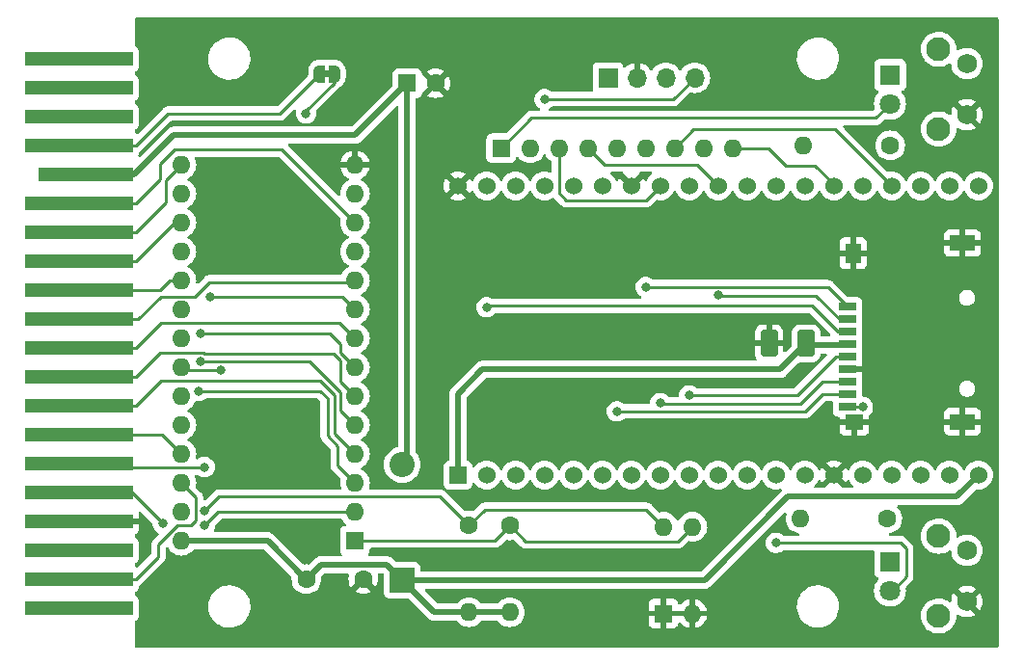
<source format=gbr>
%TF.GenerationSoftware,KiCad,Pcbnew,7.0.10*%
%TF.CreationDate,2024-02-05T23:38:35-06:00*%
%TF.ProjectId,CoCo-FujiNet-Rev000,436f436f-2d46-4756-9a69-4e65742d5265,Rev 000*%
%TF.SameCoordinates,Original*%
%TF.FileFunction,Copper,L1,Top*%
%TF.FilePolarity,Positive*%
%FSLAX46Y46*%
G04 Gerber Fmt 4.6, Leading zero omitted, Abs format (unit mm)*
G04 Created by KiCad (PCBNEW 7.0.10) date 2024-02-05 23:38:35*
%MOMM*%
%LPD*%
G01*
G04 APERTURE LIST*
G04 Aperture macros list*
%AMRoundRect*
0 Rectangle with rounded corners*
0 $1 Rounding radius*
0 $2 $3 $4 $5 $6 $7 $8 $9 X,Y pos of 4 corners*
0 Add a 4 corners polygon primitive as box body*
4,1,4,$2,$3,$4,$5,$6,$7,$8,$9,$2,$3,0*
0 Add four circle primitives for the rounded corners*
1,1,$1+$1,$2,$3*
1,1,$1+$1,$4,$5*
1,1,$1+$1,$6,$7*
1,1,$1+$1,$8,$9*
0 Add four rect primitives between the rounded corners*
20,1,$1+$1,$2,$3,$4,$5,0*
20,1,$1+$1,$4,$5,$6,$7,0*
20,1,$1+$1,$6,$7,$8,$9,0*
20,1,$1+$1,$8,$9,$2,$3,0*%
%AMFreePoly0*
4,1,19,0.500000,-0.750000,0.000000,-0.750000,0.000000,-0.744911,-0.071157,-0.744911,-0.207708,-0.704816,-0.327430,-0.627875,-0.420627,-0.520320,-0.479746,-0.390866,-0.500000,-0.250000,-0.500000,0.250000,-0.479746,0.390866,-0.420627,0.520320,-0.327430,0.627875,-0.207708,0.704816,-0.071157,0.744911,0.000000,0.744911,0.000000,0.750000,0.500000,0.750000,0.500000,-0.750000,0.500000,-0.750000,
$1*%
%AMFreePoly1*
4,1,19,0.000000,0.744911,0.071157,0.744911,0.207708,0.704816,0.327430,0.627875,0.420627,0.520320,0.479746,0.390866,0.500000,0.250000,0.500000,-0.250000,0.479746,-0.390866,0.420627,-0.520320,0.327430,-0.627875,0.207708,-0.704816,0.071157,-0.744911,0.000000,-0.744911,0.000000,-0.750000,-0.500000,-0.750000,-0.500000,0.750000,0.000000,0.750000,0.000000,0.744911,0.000000,0.744911,
$1*%
G04 Aperture macros list end*
%TA.AperFunction,SMDPad,CuDef*%
%ADD10R,9.525000X1.270000*%
%TD*%
%TA.AperFunction,SMDPad,CuDef*%
%ADD11R,8.342500X1.270000*%
%TD*%
%TA.AperFunction,SMDPad,CuDef*%
%ADD12FreePoly0,0.000000*%
%TD*%
%TA.AperFunction,SMDPad,CuDef*%
%ADD13FreePoly1,0.000000*%
%TD*%
%TA.AperFunction,ComponentPad*%
%ADD14R,1.600000X1.600000*%
%TD*%
%TA.AperFunction,ComponentPad*%
%ADD15O,1.600000X1.600000*%
%TD*%
%TA.AperFunction,ComponentPad*%
%ADD16C,1.600000*%
%TD*%
%TA.AperFunction,ComponentPad*%
%ADD17R,2.200000X2.200000*%
%TD*%
%TA.AperFunction,ComponentPad*%
%ADD18O,2.200000X2.200000*%
%TD*%
%TA.AperFunction,ComponentPad*%
%ADD19C,1.800000*%
%TD*%
%TA.AperFunction,ComponentPad*%
%ADD20R,1.800000X1.800000*%
%TD*%
%TA.AperFunction,ComponentPad*%
%ADD21C,1.750000*%
%TD*%
%TA.AperFunction,ComponentPad*%
%ADD22C,2.100000*%
%TD*%
%TA.AperFunction,ComponentPad*%
%ADD23R,1.700000X1.700000*%
%TD*%
%TA.AperFunction,ComponentPad*%
%ADD24O,1.700000X1.700000*%
%TD*%
%TA.AperFunction,ComponentPad*%
%ADD25R,1.530000X1.530000*%
%TD*%
%TA.AperFunction,ComponentPad*%
%ADD26C,1.530000*%
%TD*%
%TA.AperFunction,SMDPad,CuDef*%
%ADD27RoundRect,0.250001X0.499999X0.924999X-0.499999X0.924999X-0.499999X-0.924999X0.499999X-0.924999X0*%
%TD*%
%TA.AperFunction,SMDPad,CuDef*%
%ADD28R,1.600000X0.700000*%
%TD*%
%TA.AperFunction,SMDPad,CuDef*%
%ADD29R,1.600000X1.400000*%
%TD*%
%TA.AperFunction,SMDPad,CuDef*%
%ADD30R,2.200000X1.400000*%
%TD*%
%TA.AperFunction,SMDPad,CuDef*%
%ADD31R,1.400000X1.800000*%
%TD*%
%TA.AperFunction,ViaPad*%
%ADD32C,0.800000*%
%TD*%
%TA.AperFunction,Conductor*%
%ADD33C,0.250000*%
%TD*%
%TA.AperFunction,Conductor*%
%ADD34C,0.500000*%
%TD*%
G04 APERTURE END LIST*
%TA.AperFunction,EtchedComponent*%
%TO.C,JP1*%
G36*
X125290000Y-67430000D02*
G01*
X124790000Y-67430000D01*
X124790000Y-66830000D01*
X125290000Y-66830000D01*
X125290000Y-67430000D01*
G37*
%TD.AperFunction*%
%TD*%
D10*
%TO.P,P1,39,A15*%
%TO.N,unconnected-(P1-A15-Pad39)*%
X103231000Y-114079750D03*
%TO.P,P1,37,A13*%
%TO.N,Net-(P1-A13)*%
X103231000Y-111539750D03*
%TO.P,P1,35,SND*%
%TO.N,unconnected-(P1-SND-Pad35)*%
X103231000Y-108999750D03*
%TO.P,P1,33,GND@1*%
%TO.N,GND*%
X103231000Y-106459750D03*
%TO.P,P1,31,A12*%
%TO.N,Net-(P1-A12)*%
X103231000Y-103919750D03*
%TO.P,P1,29,A10*%
%TO.N,Net-(P1-A10)*%
X103231000Y-101379750D03*
%TO.P,P1,27,A8*%
%TO.N,Net-(P1-A8)*%
X103231000Y-98839750D03*
%TO.P,P1,25,A6*%
%TO.N,Net-(P1-A6)*%
X103231000Y-96299750D03*
%TO.P,P1,23,A4*%
%TO.N,Net-(P1-A4)*%
X103231000Y-93759750D03*
%TO.P,P1,21,A2*%
%TO.N,Net-(P1-A2)*%
X103231000Y-91219750D03*
%TO.P,P1,19,A0*%
%TO.N,Net-(P1-A0)*%
X103231000Y-88679750D03*
%TO.P,P1,17,D7*%
%TO.N,/D7*%
X103231000Y-86139750D03*
%TO.P,P1,15,D5*%
%TO.N,/D5*%
X103231000Y-83599750D03*
%TO.P,P1,13,D3*%
%TO.N,/D3*%
X103231000Y-81059750D03*
%TO.P,P1,11,D1*%
%TO.N,/D1*%
X103231000Y-78519750D03*
D11*
%TO.P,P1,9,+5V*%
%TO.N,/COCO_5V*%
X103824000Y-75979750D03*
D10*
%TO.P,P1,7,Q*%
%TO.N,/Q*%
X103231000Y-73439750D03*
%TO.P,P1,5,~{RESET}*%
%TO.N,unconnected-(P1-~{RESET}-Pad5)*%
X103231000Y-70899750D03*
%TO.P,P1,3,~{HALT}*%
%TO.N,unconnected-(P1-~{HALT}-Pad3)*%
X103231000Y-68359750D03*
%TO.P,P1,1,-12V*%
%TO.N,unconnected-(P1--12V-Pad1)*%
X103231000Y-65819750D03*
%TD*%
D12*
%TO.P,JP1,1,A*%
%TO.N,/Q*%
X124390000Y-67130000D03*
D13*
%TO.P,JP1,2,B*%
%TO.N,/~{CART}*%
X125690000Y-67130000D03*
%TD*%
D14*
%TO.P,SW1,1*%
%TO.N,GND*%
X154584400Y-114528600D03*
D15*
%TO.P,SW1,2*%
X157124400Y-114528600D03*
%TO.P,SW1,3*%
%TO.N,/A15*%
X157124400Y-106908600D03*
%TO.P,SW1,4*%
%TO.N,/A14*%
X154584400Y-106908600D03*
%TD*%
D16*
%TO.P,R2,1*%
%TO.N,/A15*%
X141097000Y-106807000D03*
D15*
%TO.P,R2,2*%
%TO.N,+5V*%
X141097000Y-114427000D03*
%TD*%
D16*
%TO.P,R1,1*%
%TO.N,/A14*%
X137515600Y-106807000D03*
D15*
%TO.P,R1,2*%
%TO.N,+5V*%
X137515600Y-114427000D03*
%TD*%
D17*
%TO.P,D1,1,K*%
%TO.N,+5V*%
X131648200Y-111607600D03*
D18*
%TO.P,D1,2,A*%
%TO.N,/COCO_5V*%
X131648200Y-101447600D03*
%TD*%
D14*
%TO.P,U1,1,A15*%
%TO.N,/A15*%
X127493000Y-108144500D03*
D15*
%TO.P,U1,2,A12*%
%TO.N,Net-(P1-A12)*%
X127493000Y-105604500D03*
%TO.P,U1,3,A7*%
%TO.N,Net-(P1-A7)*%
X127493000Y-103064500D03*
%TO.P,U1,4,A6*%
%TO.N,Net-(P1-A6)*%
X127493000Y-100524500D03*
%TO.P,U1,5,A5*%
%TO.N,Net-(P1-A5)*%
X127493000Y-97984500D03*
%TO.P,U1,6,A4*%
%TO.N,Net-(P1-A4)*%
X127493000Y-95444500D03*
%TO.P,U1,7,A3*%
%TO.N,Net-(P1-A3)*%
X127493000Y-92904500D03*
%TO.P,U1,8,A2*%
%TO.N,Net-(P1-A2)*%
X127493000Y-90364500D03*
%TO.P,U1,9,A1*%
%TO.N,Net-(P1-A1)*%
X127493000Y-87824500D03*
%TO.P,U1,10,A0*%
%TO.N,Net-(P1-A0)*%
X127493000Y-85284500D03*
%TO.P,U1,11,D0*%
%TO.N,/D0*%
X127493000Y-82744500D03*
%TO.P,U1,12,D1*%
%TO.N,/D1*%
X127493000Y-80204500D03*
%TO.P,U1,13,D2*%
%TO.N,/D2*%
X127493000Y-77664500D03*
%TO.P,U1,14,GND*%
%TO.N,GND*%
X127493000Y-75124500D03*
%TO.P,U1,15,D3*%
%TO.N,/D3*%
X112253000Y-75124500D03*
%TO.P,U1,16,D4*%
%TO.N,/D4*%
X112253000Y-77664500D03*
%TO.P,U1,17,D5*%
%TO.N,/D5*%
X112253000Y-80204500D03*
%TO.P,U1,18,D6*%
%TO.N,/D6*%
X112253000Y-82744500D03*
%TO.P,U1,19,D7*%
%TO.N,/D7*%
X112253000Y-85284500D03*
%TO.P,U1,20,~{CE}*%
%TO.N,/CTS*%
X112253000Y-87824500D03*
%TO.P,U1,21,A10*%
%TO.N,Net-(P1-A10)*%
X112253000Y-90364500D03*
%TO.P,U1,22,~{OE}*%
%TO.N,/CTS*%
X112253000Y-92904500D03*
%TO.P,U1,23,A11*%
%TO.N,Net-(P1-A11)*%
X112253000Y-95444500D03*
%TO.P,U1,24,A9*%
%TO.N,Net-(P1-A9)*%
X112253000Y-97984500D03*
%TO.P,U1,25,A8*%
%TO.N,Net-(P1-A8)*%
X112253000Y-100524500D03*
%TO.P,U1,26,A13*%
%TO.N,Net-(P1-A13)*%
X112253000Y-103064500D03*
%TO.P,U1,27,A14*%
%TO.N,/A14*%
X112253000Y-105604500D03*
%TO.P,U1,28,VCC*%
%TO.N,+5V*%
X112253000Y-108144500D03*
%TD*%
D19*
%TO.P,D2,2,A*%
%TO.N,+3.3V*%
X174478000Y-112527200D03*
D20*
%TO.P,D2,1,K*%
%TO.N,Net-(D2-K)*%
X174478000Y-109987200D03*
%TD*%
D21*
%TO.P,SW2,2,B*%
%TO.N,GND*%
X181229000Y-113487200D03*
%TO.P,SW2,1,A*%
%TO.N,/IO0{slash}BUTTON_A*%
X181229000Y-108987200D03*
D22*
%TO.P,SW2,*%
%TO.N,*%
X178739000Y-114747200D03*
X178739000Y-107737200D03*
%TD*%
D23*
%TO.P,J1,1,Pin_1*%
%TO.N,/SER_PIN2_RX*%
X149713000Y-67464500D03*
D24*
%TO.P,J1,2,Pin_2*%
%TO.N,GND*%
X152253000Y-67464500D03*
%TO.P,J1,3,Pin_3*%
%TO.N,/SER_PIN4_TX*%
X154793000Y-67464500D03*
%TO.P,J1,4,Pin_4*%
%TO.N,/SER_PIN1_CD*%
X157333000Y-67464500D03*
%TD*%
D20*
%TO.P,D3,1,K*%
%TO.N,Net-(D3-K)*%
X174478000Y-67214500D03*
D19*
%TO.P,D3,2,A*%
%TO.N,+3.3V*%
X174478000Y-69754500D03*
%TD*%
D25*
%TO.P,U2,1,3V3*%
%TO.N,+3.3V*%
X136525000Y-102362000D03*
D26*
%TO.P,U2,2,EN*%
%TO.N,unconnected-(U2-EN-Pad2)*%
X139065000Y-102362000D03*
%TO.P,U2,3,SENSOR_VP*%
%TO.N,unconnected-(U2-SENSOR_VP-Pad3)*%
X141605000Y-102362000D03*
%TO.P,U2,4,SENSOR_VN*%
%TO.N,unconnected-(U2-SENSOR_VN-Pad4)*%
X144145000Y-102362000D03*
%TO.P,U2,5,IO34*%
%TO.N,unconnected-(U2-IO34-Pad5)*%
X146685000Y-102362000D03*
%TO.P,U2,6,IO35*%
%TO.N,unconnected-(U2-IO35-Pad6)*%
X149225000Y-102362000D03*
%TO.P,U2,7,IO32*%
%TO.N,unconnected-(U2-IO32-Pad7)*%
X151765000Y-102362000D03*
%TO.P,U2,8,IO33*%
%TO.N,/SER_PIN4_TX*%
X154305000Y-102362000D03*
%TO.P,U2,9,IO25*%
%TO.N,unconnected-(U2-IO25-Pad9)*%
X156845000Y-102362000D03*
%TO.P,U2,10,IO26*%
%TO.N,unconnected-(U2-IO26-Pad10)*%
X159385000Y-102362000D03*
%TO.P,U2,11,IO27*%
%TO.N,unconnected-(U2-IO27-Pad11)*%
X161925000Y-102362000D03*
%TO.P,U2,12,IO14*%
%TO.N,/IO14{slash}SAFE_RESET*%
X164465000Y-102362000D03*
%TO.P,U2,13,IO12*%
%TO.N,unconnected-(U2-IO12-Pad13)*%
X167005000Y-102362000D03*
%TO.P,U2,14,GND1*%
%TO.N,GND*%
X169545000Y-102362000D03*
%TO.P,U2,15,IO13*%
%TO.N,unconnected-(U2-IO13-Pad15)*%
X172085000Y-102362000D03*
%TO.P,U2,16,SD2*%
%TO.N,unconnected-(U2-SD2-Pad16)*%
X174625000Y-102362000D03*
%TO.P,U2,17,SD3*%
%TO.N,unconnected-(U2-SD3-Pad17)*%
X177165000Y-102362000D03*
%TO.P,U2,18,CMD*%
%TO.N,unconnected-(U2-CMD-Pad18)*%
X179705000Y-102362000D03*
%TO.P,U2,19,EXT_5V*%
%TO.N,+5V*%
X182245000Y-102362000D03*
%TO.P,U2,20,CLK*%
%TO.N,unconnected-(U2-CLK-Pad20)*%
X182245000Y-76962000D03*
%TO.P,U2,21,SD0*%
%TO.N,unconnected-(U2-SD0-Pad21)*%
X179705000Y-76962000D03*
%TO.P,U2,22,SD1*%
%TO.N,unconnected-(U2-SD1-Pad22)*%
X177165000Y-76962000D03*
%TO.P,U2,23,IO15*%
%TO.N,/IO15{slash}CD*%
X174625000Y-76962000D03*
%TO.P,U2,24,IO2*%
%TO.N,/IO2{slash}LED_WIFI*%
X172085000Y-76962000D03*
%TO.P,U2,25,IO0*%
%TO.N,/IO0{slash}BUTTON_A*%
X169545000Y-76962000D03*
%TO.P,U2,26,IO4*%
%TO.N,/IO4{slash}LED_BUS*%
X167005000Y-76962000D03*
%TO.P,U2,27,IO16*%
%TO.N,unconnected-(U2-IO16-Pad27)*%
X164465000Y-76962000D03*
%TO.P,U2,28,IO17*%
%TO.N,unconnected-(U2-IO17-Pad28)*%
X161925000Y-76962000D03*
%TO.P,U2,29,IO5*%
%TO.N,/IO5{slash}SPI_CS*%
X159385000Y-76962000D03*
%TO.P,U2,30,IO18*%
%TO.N,/IO18{slash}SPI_CLK*%
X156845000Y-76962000D03*
%TO.P,U2,31,IO19*%
%TO.N,/IO19{slash}SPI_MISO*%
X154305000Y-76962000D03*
%TO.P,U2,32,GND2*%
%TO.N,GND*%
X151765000Y-76962000D03*
%TO.P,U2,33,IO21*%
%TO.N,/SER_PIN2_RX*%
X149225000Y-76962000D03*
%TO.P,U2,34,RXD0*%
%TO.N,unconnected-(U2-RXD0-Pad34)*%
X146685000Y-76962000D03*
%TO.P,U2,35,TXD0*%
%TO.N,unconnected-(U2-TXD0-Pad35)*%
X144145000Y-76962000D03*
%TO.P,U2,36,IO22*%
%TO.N,/SER_PIN1_CD*%
X141605000Y-76962000D03*
%TO.P,U2,37,IO23*%
%TO.N,/IO23{slash}SPI_MOSI*%
X139065000Y-76962000D03*
%TO.P,U2,38,GND3*%
%TO.N,GND*%
X136525000Y-76962000D03*
%TD*%
D16*
%TO.P,R3,1*%
%TO.N,Net-(D2-K)*%
X174244000Y-106172000D03*
D15*
%TO.P,R3,2*%
%TO.N,/IO2{slash}LED_WIFI*%
X166624000Y-106172000D03*
%TD*%
D14*
%TO.P,C2,1*%
%TO.N,/COCO_5V*%
X132080000Y-67945000D03*
D16*
%TO.P,C2,2*%
%TO.N,GND*%
X134580000Y-67945000D03*
%TD*%
D27*
%TO.P,C3,1*%
%TO.N,+3.3V*%
X167106000Y-90805000D03*
%TO.P,C3,2*%
%TO.N,GND*%
X163856000Y-90805000D03*
%TD*%
D16*
%TO.P,R4,1*%
%TO.N,Net-(D3-K)*%
X174498000Y-73406000D03*
D15*
%TO.P,R4,2*%
%TO.N,/IO4{slash}LED_BUS*%
X166878000Y-73406000D03*
%TD*%
D22*
%TO.P,SW3,*%
%TO.N,*%
X178739000Y-64964500D03*
X178739000Y-71974500D03*
D21*
%TO.P,SW3,1,A*%
%TO.N,/IO14{slash}SAFE_RESET*%
X181229000Y-66214500D03*
%TO.P,SW3,2,B*%
%TO.N,GND*%
X181229000Y-70714500D03*
%TD*%
D14*
%TO.P,RN1,1,common*%
%TO.N,+3.3V*%
X140335000Y-73660000D03*
D15*
%TO.P,RN1,2,R1*%
%TO.N,/IO23{slash}SPI_MOSI*%
X142875000Y-73660000D03*
%TO.P,RN1,3,R2*%
%TO.N,/IO19{slash}SPI_MISO*%
X145415000Y-73660000D03*
%TO.P,RN1,4,R3*%
%TO.N,/IO5{slash}SPI_CS*%
X147955000Y-73660000D03*
%TO.P,RN1,5,R4*%
%TO.N,Net-(P2-DAT1)*%
X150495000Y-73660000D03*
%TO.P,RN1,6,R5*%
%TO.N,Net-(P2-DAT2)*%
X153035000Y-73660000D03*
%TO.P,RN1,7,R6*%
%TO.N,/IO15{slash}CD*%
X155575000Y-73660000D03*
%TO.P,RN1,8,R7*%
%TO.N,/IO14{slash}SAFE_RESET*%
X158115000Y-73660000D03*
%TO.P,RN1,9,R8*%
%TO.N,/IO0{slash}BUTTON_A*%
X160655000Y-73660000D03*
%TD*%
D16*
%TO.P,C1,1*%
%TO.N,+5V*%
X123230000Y-111506000D03*
%TO.P,C1,2*%
%TO.N,GND*%
X128230000Y-111506000D03*
%TD*%
D28*
%TO.P,P2,1,DAT2*%
%TO.N,Net-(P2-DAT2)*%
X170748000Y-87586500D03*
%TO.P,P2,2,DAT3*%
%TO.N,/IO5{slash}SPI_CS*%
X170748000Y-88686500D03*
%TO.P,P2,3,CMD*%
%TO.N,/IO23{slash}SPI_MOSI*%
X170748000Y-89786500D03*
%TO.P,P2,4,VDD*%
%TO.N,+3.3V*%
X170748000Y-90886500D03*
%TO.P,P2,5,CLK*%
%TO.N,/IO18{slash}SPI_CLK*%
X170748000Y-91986500D03*
%TO.P,P2,6,VSS*%
%TO.N,GND*%
X170748000Y-93086500D03*
%TO.P,P2,7,DAT0*%
%TO.N,/IO19{slash}SPI_MISO*%
X170748000Y-94186500D03*
%TO.P,P2,8,DAT1*%
%TO.N,Net-(P2-DAT1)*%
X170748000Y-95286500D03*
%TO.P,P2,9,CD*%
%TO.N,/IO15{slash}CD*%
X170748000Y-96386500D03*
D29*
%TO.P,P2,G1,GND*%
%TO.N,GND*%
X171348000Y-97686500D03*
D30*
%TO.P,P2,G2,GND*%
X180848000Y-97686500D03*
%TO.P,P2,G3,GND*%
X180848000Y-81986500D03*
D31*
%TO.P,P2,G4,GND*%
X171248000Y-82886500D03*
%TD*%
D32*
%TO.N,/~{CART}*%
X123190000Y-70612653D03*
%TO.N,Net-(P1-A12)*%
X114300000Y-106807000D03*
%TO.N,/A14*%
X114300000Y-105537000D03*
%TO.N,/SER_PIN1_CD*%
X144145000Y-69342000D03*
%TO.N,GND*%
X109220000Y-107696000D03*
%TO.N,/IO23{slash}SPI_MOSI*%
X139065000Y-87630000D03*
%TO.N,GND*%
X119888000Y-97282000D03*
X123190000Y-108331000D03*
X173101000Y-84709000D03*
X182626000Y-83566000D03*
X182626000Y-95758000D03*
X152400000Y-90170000D03*
X151765000Y-80264000D03*
X120015000Y-80391000D03*
X143891000Y-90170000D03*
X172339000Y-93091000D03*
%TO.N,+3.3V*%
X164465000Y-108331000D03*
%TO.N,GND*%
X108839000Y-106426000D03*
%TO.N,Net-(P2-DAT2)*%
X153035000Y-85852000D03*
%TO.N,/IO5{slash}SPI_CS*%
X159385000Y-86577000D03*
%TO.N,/IO18{slash}SPI_CLK*%
X156845000Y-95377000D03*
%TO.N,/IO19{slash}SPI_MISO*%
X154305000Y-96049000D03*
%TO.N,Net-(P2-DAT1)*%
X150495000Y-96774000D03*
%TO.N,/IO15{slash}CD*%
X172085000Y-96386498D03*
%TO.N,Net-(P1-A1)*%
X114808000Y-86699500D03*
%TO.N,Net-(P1-A3)*%
X113899000Y-89946500D03*
%TO.N,Net-(P1-A5)*%
X113899000Y-92359500D03*
%TO.N,Net-(P1-A7)*%
X113772000Y-94996000D03*
%TO.N,Net-(P1-A10)*%
X114280000Y-101667500D03*
%TO.N,Net-(P1-A12)*%
X110597000Y-106620500D03*
%TO.N,/CTS*%
X115677000Y-93158500D03*
%TD*%
D33*
%TO.N,/IO19{slash}SPI_MISO*%
X145415000Y-77597000D02*
X145415000Y-73660000D01*
X153035000Y-78232000D02*
X146050000Y-78232000D01*
X154305000Y-76962000D02*
X153035000Y-78232000D01*
X146050000Y-78232000D02*
X145415000Y-77597000D01*
D34*
%TO.N,+5V*%
X180340000Y-104267000D02*
X182245000Y-102362000D01*
X165531800Y-104267000D02*
X180340000Y-104267000D01*
X158191200Y-111607600D02*
X165531800Y-104267000D01*
X131648200Y-111607600D02*
X158191200Y-111607600D01*
D33*
%TO.N,/A15*%
X142494000Y-108204000D02*
X155829000Y-108204000D01*
X155829000Y-108204000D02*
X157124400Y-106908600D01*
X141097000Y-106807000D02*
X142494000Y-108204000D01*
%TO.N,/A14*%
X153085800Y-105410000D02*
X154584400Y-106908600D01*
X138912600Y-105410000D02*
X153085800Y-105410000D01*
X137515600Y-106807000D02*
X138912600Y-105410000D01*
D34*
%TO.N,/COCO_5V*%
X132080000Y-67945000D02*
X132080000Y-101015800D01*
X132080000Y-101015800D02*
X131648200Y-101447600D01*
D33*
%TO.N,/A14*%
X134975600Y-104267000D02*
X137515600Y-106807000D01*
X115570000Y-104267000D02*
X134975600Y-104267000D01*
X114300000Y-105537000D02*
X115570000Y-104267000D01*
D34*
%TO.N,+5V*%
X134467600Y-114427000D02*
X137515600Y-114427000D01*
X131648200Y-111607600D02*
X134467600Y-114427000D01*
X137515600Y-114427000D02*
X141097000Y-114427000D01*
D33*
%TO.N,/A15*%
X139759500Y-108144500D02*
X141097000Y-106807000D01*
X127493000Y-108144500D02*
X139759500Y-108144500D01*
D34*
%TO.N,+5V*%
X130296600Y-110256000D02*
X131648200Y-111607600D01*
X124480000Y-110256000D02*
X130296600Y-110256000D01*
X123230000Y-111506000D02*
X124480000Y-110256000D01*
D33*
%TO.N,/~{CART}*%
X125690000Y-67880000D02*
X125690000Y-67130000D01*
X123190000Y-70612653D02*
X123190000Y-70380000D01*
X123190000Y-70380000D02*
X125690000Y-67880000D01*
%TO.N,/Q*%
X111071250Y-70612000D02*
X120908000Y-70612000D01*
X108243500Y-73439750D02*
X111071250Y-70612000D01*
X120908000Y-70612000D02*
X124390000Y-67130000D01*
X103231000Y-73439750D02*
X108243500Y-73439750D01*
%TO.N,Net-(P1-A12)*%
X114300000Y-106807000D02*
X115502500Y-105604500D01*
X115502500Y-105604500D02*
X127493000Y-105604500D01*
%TO.N,+3.3V*%
X175895000Y-111302800D02*
X174608300Y-112589500D01*
X175387000Y-108331000D02*
X175895000Y-108839000D01*
X164465000Y-108331000D02*
X175387000Y-108331000D01*
X175895000Y-108839000D02*
X175895000Y-111302800D01*
%TO.N,/SER_PIN1_CD*%
X155455500Y-69342000D02*
X157333000Y-67464500D01*
X144145000Y-69342000D02*
X155455500Y-69342000D01*
%TO.N,Net-(P1-A7)*%
X125964000Y-101535500D02*
X127493000Y-103064500D01*
X125964000Y-99802000D02*
X125964000Y-101535500D01*
X125095000Y-95631000D02*
X125095000Y-98933000D01*
X124460000Y-94996000D02*
X125095000Y-95631000D01*
X125095000Y-98933000D02*
X125964000Y-99802000D01*
X113772000Y-94996000D02*
X124460000Y-94996000D01*
%TO.N,Net-(P1-A6)*%
X125730000Y-98761500D02*
X127493000Y-100524500D01*
X124460000Y-94107000D02*
X125730000Y-95377000D01*
X125730000Y-95377000D02*
X125730000Y-98761500D01*
X108243500Y-96299750D02*
X110436250Y-94107000D01*
X103231000Y-96299750D02*
X108243500Y-96299750D01*
X110436250Y-94107000D02*
X124460000Y-94107000D01*
%TO.N,/IO0{slash}BUTTON_A*%
X163830000Y-73660000D02*
X160655000Y-73660000D01*
X165354000Y-75184000D02*
X163830000Y-73660000D01*
X167894000Y-75184000D02*
X165354000Y-75184000D01*
X169545000Y-76835000D02*
X167894000Y-75184000D01*
X169545000Y-76962000D02*
X169545000Y-76835000D01*
%TO.N,/IO5{slash}SPI_CS*%
X149389000Y-75094000D02*
X147955000Y-73660000D01*
X159385000Y-76962000D02*
X157517000Y-75094000D01*
X157517000Y-75094000D02*
X149389000Y-75094000D01*
D34*
%TO.N,+5V*%
X123190000Y-111506000D02*
X123230000Y-111506000D01*
X119828500Y-108144500D02*
X123190000Y-111506000D01*
X112253000Y-108144500D02*
X119828500Y-108144500D01*
D33*
%TO.N,Net-(P1-A10)*%
X114220500Y-101727000D02*
X103578250Y-101727000D01*
X114280000Y-101667500D02*
X114220500Y-101727000D01*
%TO.N,+3.3V*%
X173239500Y-70993000D02*
X143002000Y-70993000D01*
X174188000Y-70044500D02*
X173239500Y-70993000D01*
X143002000Y-70993000D02*
X140335000Y-73660000D01*
D34*
X138684000Y-93091000D02*
X164820000Y-93091000D01*
X167106000Y-90805000D02*
X164820000Y-93091000D01*
X136525000Y-95250000D02*
X136525000Y-102362000D01*
X138684000Y-93091000D02*
X136525000Y-95250000D01*
X167233000Y-90932000D02*
X170539500Y-90932000D01*
D33*
%TO.N,/IO18{slash}SPI_CLK*%
X166307500Y-95377000D02*
X169698000Y-91986500D01*
X169698000Y-91986500D02*
X170748000Y-91986500D01*
X156845000Y-95377000D02*
X166307500Y-95377000D01*
%TO.N,/IO19{slash}SPI_MISO*%
X168576500Y-94186500D02*
X170748000Y-94186500D01*
X154395000Y-96139000D02*
X166624000Y-96139000D01*
X166624000Y-96139000D02*
X168576500Y-94186500D01*
X154305000Y-96049000D02*
X154395000Y-96139000D01*
%TO.N,Net-(P2-DAT1)*%
X168529000Y-95250000D02*
X170711500Y-95250000D01*
X167005000Y-96774000D02*
X168529000Y-95250000D01*
X150495000Y-96774000D02*
X167005000Y-96774000D01*
%TO.N,/IO23{slash}SPI_MOSI*%
X169923500Y-89786500D02*
X170748000Y-89786500D01*
X139065000Y-87630000D02*
X139192000Y-87503000D01*
X139192000Y-87503000D02*
X167640000Y-87503000D01*
X167640000Y-87503000D02*
X169923500Y-89786500D01*
%TO.N,/IO5{slash}SPI_CS*%
X170048000Y-88686500D02*
X170748000Y-88686500D01*
X167975500Y-86614000D02*
X170048000Y-88686500D01*
X159385000Y-86577000D02*
X159422000Y-86614000D01*
X159422000Y-86614000D02*
X167975500Y-86614000D01*
%TO.N,Net-(P2-DAT2)*%
X169013500Y-85852000D02*
X170748000Y-87586500D01*
X153035000Y-85852000D02*
X169013500Y-85852000D01*
D34*
%TO.N,/COCO_5V*%
X127508000Y-72517000D02*
X132080000Y-67945000D01*
X104374000Y-75979750D02*
X108130500Y-75979750D01*
X111593250Y-72517000D02*
X127508000Y-72517000D01*
X108130500Y-75979750D02*
X111593250Y-72517000D01*
D33*
%TO.N,/IO15{slash}CD*%
X157226000Y-72009000D02*
X155575000Y-73660000D01*
X174625000Y-76962000D02*
X169672000Y-72009000D01*
X169672000Y-72009000D02*
X157226000Y-72009000D01*
X172084998Y-96386500D02*
X172085000Y-96386498D01*
X170748000Y-96386500D02*
X172084998Y-96386500D01*
%TO.N,/D1*%
X121075500Y-73787000D02*
X127493000Y-80204500D01*
X109453800Y-77309450D02*
X109453800Y-77287304D01*
X109453800Y-77287304D02*
X110363000Y-76378104D01*
X103231000Y-78519750D02*
X108243500Y-78519750D01*
X110363000Y-75057000D02*
X111633000Y-73787000D01*
X108243500Y-78519750D02*
X109453800Y-77309450D01*
X111633000Y-73787000D02*
X121075500Y-73787000D01*
X110363000Y-76378104D02*
X110363000Y-75057000D01*
%TO.N,/D3*%
X110871000Y-78432250D02*
X108243500Y-81059750D01*
X110871000Y-76506500D02*
X110871000Y-78432250D01*
X108243500Y-81059750D02*
X103231000Y-81059750D01*
X112253000Y-75124500D02*
X110871000Y-76506500D01*
%TO.N,/D5*%
X111638750Y-80204500D02*
X108243500Y-83599750D01*
X108243500Y-83599750D02*
X103231000Y-83599750D01*
%TO.N,/D7*%
X111230604Y-85284500D02*
X110375354Y-86139750D01*
X110375354Y-86139750D02*
X103231000Y-86139750D01*
X112253000Y-85284500D02*
X111230604Y-85284500D01*
%TO.N,Net-(P1-A0)*%
X114736745Y-85411500D02*
X113448745Y-86699500D01*
X113448745Y-86699500D02*
X110452000Y-86699500D01*
X110452000Y-86699500D02*
X108471750Y-88679750D01*
X108471750Y-88679750D02*
X103231000Y-88679750D01*
X127366000Y-85411500D02*
X114736745Y-85411500D01*
%TO.N,Net-(P1-A1)*%
X126350000Y-86681500D02*
X127493000Y-87824500D01*
X114808000Y-86699500D02*
X126327000Y-86699500D01*
X126327000Y-86699500D02*
X126345000Y-86681500D01*
X126345000Y-86681500D02*
X126350000Y-86681500D01*
%TO.N,Net-(P1-A2)*%
X108243500Y-91219750D02*
X110436250Y-89027000D01*
X110436250Y-89027000D02*
X126155500Y-89027000D01*
X103231000Y-91219750D02*
X108243500Y-91219750D01*
X126155500Y-89027000D02*
X127493000Y-90364500D01*
%TO.N,Net-(P1-A3)*%
X125292000Y-89946500D02*
X126238000Y-90892500D01*
X113899000Y-89946500D02*
X125292000Y-89946500D01*
X126238000Y-91649500D02*
X127493000Y-92904500D01*
X126238000Y-90892500D02*
X126238000Y-91649500D01*
%TO.N,Net-(P1-A4)*%
X114199305Y-91634500D02*
X114258805Y-91694000D01*
X103231000Y-93759750D02*
X108243500Y-93759750D01*
X126238000Y-92285896D02*
X126238000Y-94189500D01*
X126238000Y-94189500D02*
X127493000Y-95444500D01*
X108243500Y-93759750D02*
X110368750Y-91634500D01*
X125646104Y-91694000D02*
X126238000Y-92285896D01*
X110368750Y-91634500D02*
X114199305Y-91634500D01*
X114258805Y-91694000D02*
X125646104Y-91694000D01*
%TO.N,Net-(P1-A5)*%
X113899000Y-92359500D02*
X123514000Y-92359500D01*
X123514000Y-92359500D02*
X126238000Y-95083500D01*
X126238000Y-96729500D02*
X127493000Y-97984500D01*
X126238000Y-95083500D02*
X126238000Y-96729500D01*
%TO.N,Net-(P1-A8)*%
X110568250Y-98839750D02*
X112253000Y-100524500D01*
X103231000Y-98839750D02*
X110568250Y-98839750D01*
%TO.N,Net-(P1-A12)*%
X103231000Y-103919750D02*
X107896250Y-103919750D01*
X107896250Y-103919750D02*
X110597000Y-106620500D01*
%TO.N,Net-(P1-A13)*%
X113538000Y-106346500D02*
X113077500Y-106807000D01*
X108243500Y-111539750D02*
X103231000Y-111539750D01*
X111934500Y-106807000D02*
X110236000Y-108505500D01*
X112253000Y-103064500D02*
X113538000Y-104349500D01*
X113077500Y-106807000D02*
X111934500Y-106807000D01*
X110236000Y-108505500D02*
X110236000Y-109547250D01*
X110236000Y-109547250D02*
X108243500Y-111539750D01*
X113538000Y-104349500D02*
X113538000Y-106346500D01*
%TO.N,/CTS*%
X115677000Y-93158500D02*
X112507000Y-93158500D01*
%TD*%
%TA.AperFunction,Conductor*%
%TO.N,GND*%
G36*
X156796759Y-114290555D02*
G01*
X156739235Y-114403452D01*
X156719414Y-114528600D01*
X156739235Y-114653748D01*
X156796759Y-114766645D01*
X156808714Y-114778600D01*
X154900086Y-114778600D01*
X154912041Y-114766645D01*
X154969565Y-114653748D01*
X154989386Y-114528600D01*
X154969565Y-114403452D01*
X154912041Y-114290555D01*
X154900086Y-114278600D01*
X156808714Y-114278600D01*
X156796759Y-114290555D01*
G37*
%TD.AperFunction*%
%TA.AperFunction,Conductor*%
G36*
X151012875Y-75739185D02*
G01*
X151058630Y-75791989D01*
X151069364Y-75854308D01*
X151064657Y-75908104D01*
X151623634Y-76467081D01*
X151619839Y-76467627D01*
X151486438Y-76528549D01*
X151375605Y-76624587D01*
X151296318Y-76747960D01*
X151273866Y-76824419D01*
X150711104Y-76261657D01*
X150665293Y-76327084D01*
X150607657Y-76450683D01*
X150561484Y-76503122D01*
X150494290Y-76522274D01*
X150427409Y-76502058D01*
X150382893Y-76450682D01*
X150325142Y-76326833D01*
X150198132Y-76145445D01*
X150041555Y-75988868D01*
X150041553Y-75988866D01*
X150041548Y-75988862D01*
X149979012Y-75945074D01*
X149935387Y-75890497D01*
X149928195Y-75820999D01*
X149959717Y-75758644D01*
X150019947Y-75723231D01*
X150050136Y-75719500D01*
X150945836Y-75719500D01*
X151012875Y-75739185D01*
G37*
%TD.AperFunction*%
%TA.AperFunction,Conductor*%
G36*
X153546903Y-75739185D02*
G01*
X153592658Y-75791989D01*
X153602602Y-75861147D01*
X153573577Y-75924703D01*
X153550988Y-75945074D01*
X153488451Y-75988862D01*
X153488441Y-75988871D01*
X153331868Y-76145444D01*
X153204857Y-76326833D01*
X153147106Y-76450683D01*
X153100934Y-76503122D01*
X153033740Y-76522274D01*
X152966859Y-76502058D01*
X152922342Y-76450683D01*
X152864707Y-76327085D01*
X152864706Y-76327083D01*
X152818894Y-76261657D01*
X152818894Y-76261656D01*
X152256132Y-76824417D01*
X152233682Y-76747960D01*
X152154395Y-76624587D01*
X152043562Y-76528549D01*
X151910161Y-76467627D01*
X151906366Y-76467081D01*
X152465342Y-75908105D01*
X152460635Y-75854308D01*
X152474401Y-75785808D01*
X152523016Y-75735625D01*
X152584163Y-75719500D01*
X153479864Y-75719500D01*
X153546903Y-75739185D01*
G37*
%TD.AperFunction*%
%TA.AperFunction,Conductor*%
G36*
X183945539Y-62190685D02*
G01*
X183991294Y-62243489D01*
X184002500Y-62295000D01*
X184002500Y-117418000D01*
X183982815Y-117485039D01*
X183930011Y-117530794D01*
X183878500Y-117542000D01*
X108308500Y-117542000D01*
X108241461Y-117522315D01*
X108195706Y-117469511D01*
X108184500Y-117418000D01*
X108184500Y-116671156D01*
X108184558Y-116670955D01*
X108184549Y-116619750D01*
X108184550Y-116619750D01*
X108184543Y-116579438D01*
X108184542Y-116579435D01*
X108184541Y-116573127D01*
X108184000Y-116566248D01*
X108184000Y-115259416D01*
X108203685Y-115192377D01*
X108233689Y-115160149D01*
X108235829Y-115158546D01*
X108235831Y-115158546D01*
X108351046Y-115072296D01*
X108437296Y-114957081D01*
X108487591Y-114822233D01*
X108494000Y-114762623D01*
X108493999Y-113986763D01*
X114604787Y-113986763D01*
X114634413Y-114256013D01*
X114634415Y-114256024D01*
X114699218Y-114503898D01*
X114702928Y-114518088D01*
X114808870Y-114767390D01*
X114945030Y-114990496D01*
X114949979Y-114998605D01*
X114949986Y-114998615D01*
X115123253Y-115206819D01*
X115123259Y-115206824D01*
X115266394Y-115335073D01*
X115324998Y-115387582D01*
X115550910Y-115537044D01*
X115796176Y-115652020D01*
X115796183Y-115652022D01*
X115796185Y-115652023D01*
X116055557Y-115730057D01*
X116055564Y-115730058D01*
X116055569Y-115730060D01*
X116323561Y-115769500D01*
X116323566Y-115769500D01*
X116526629Y-115769500D01*
X116526631Y-115769500D01*
X116526636Y-115769499D01*
X116526648Y-115769499D01*
X116564191Y-115766750D01*
X116729156Y-115754677D01*
X116841758Y-115729593D01*
X116993546Y-115695782D01*
X116993548Y-115695781D01*
X116993553Y-115695780D01*
X117246558Y-115599014D01*
X117482777Y-115466441D01*
X117697177Y-115300888D01*
X117885186Y-115105881D01*
X118042799Y-114885579D01*
X118116787Y-114741669D01*
X118166649Y-114644690D01*
X118166651Y-114644684D01*
X118166656Y-114644675D01*
X118254118Y-114388305D01*
X118303319Y-114121933D01*
X118313212Y-113851235D01*
X118283586Y-113581982D01*
X118215072Y-113319912D01*
X118109130Y-113070610D01*
X117968018Y-112839390D01*
X117944781Y-112811468D01*
X117794746Y-112631180D01*
X117794740Y-112631175D01*
X117593002Y-112450418D01*
X117367092Y-112300957D01*
X117348668Y-112292320D01*
X117121824Y-112185980D01*
X117121819Y-112185978D01*
X117121814Y-112185976D01*
X116862442Y-112107942D01*
X116862428Y-112107939D01*
X116746791Y-112090921D01*
X116594439Y-112068500D01*
X116391369Y-112068500D01*
X116391351Y-112068500D01*
X116188844Y-112083323D01*
X116188831Y-112083325D01*
X115924453Y-112142217D01*
X115924446Y-112142220D01*
X115671439Y-112238987D01*
X115435226Y-112371557D01*
X115220822Y-112537112D01*
X115032822Y-112732109D01*
X115032816Y-112732116D01*
X114875202Y-112952419D01*
X114875199Y-112952424D01*
X114751350Y-113193309D01*
X114751343Y-113193327D01*
X114663884Y-113449685D01*
X114663881Y-113449699D01*
X114656633Y-113488941D01*
X114618583Y-113694945D01*
X114614681Y-113716068D01*
X114614680Y-113716075D01*
X114604787Y-113986763D01*
X108493999Y-113986763D01*
X108493999Y-113396878D01*
X108487591Y-113337267D01*
X108472360Y-113296431D01*
X108437297Y-113202421D01*
X108437293Y-113202414D01*
X108351047Y-113087205D01*
X108233688Y-112999349D01*
X108191818Y-112943415D01*
X108184000Y-112900083D01*
X108184000Y-112719416D01*
X108203685Y-112652377D01*
X108233689Y-112620149D01*
X108235829Y-112618546D01*
X108235831Y-112618546D01*
X108351046Y-112532296D01*
X108437296Y-112417081D01*
X108487591Y-112282233D01*
X108493999Y-112222636D01*
X108493999Y-112222632D01*
X108494000Y-112222623D01*
X108493999Y-112194093D01*
X108513681Y-112127056D01*
X108545112Y-112093775D01*
X108547228Y-112092237D01*
X108547232Y-112092236D01*
X108582579Y-112066553D01*
X108592314Y-112060158D01*
X108629920Y-112037920D01*
X108644089Y-112023749D01*
X108658879Y-112011118D01*
X108675087Y-111999344D01*
X108702938Y-111965676D01*
X108710779Y-111957059D01*
X110619786Y-110048052D01*
X110632048Y-110038230D01*
X110631865Y-110038009D01*
X110637868Y-110033041D01*
X110637877Y-110033036D01*
X110683934Y-109983989D01*
X110686582Y-109981256D01*
X110706120Y-109961720D01*
X110708570Y-109958560D01*
X110716154Y-109949679D01*
X110746062Y-109917832D01*
X110755714Y-109900273D01*
X110766389Y-109884022D01*
X110778674Y-109868186D01*
X110796030Y-109828075D01*
X110801161Y-109817604D01*
X110822194Y-109779348D01*
X110822194Y-109779347D01*
X110822197Y-109779342D01*
X110827180Y-109759930D01*
X110833477Y-109741541D01*
X110841438Y-109723145D01*
X110848270Y-109679998D01*
X110850639Y-109668566D01*
X110861499Y-109626272D01*
X110861500Y-109626267D01*
X110861500Y-109606233D01*
X110863027Y-109586832D01*
X110866160Y-109567054D01*
X110862050Y-109523573D01*
X110861500Y-109511905D01*
X110861500Y-108815952D01*
X110881185Y-108748913D01*
X110897819Y-108728271D01*
X110903849Y-108722241D01*
X110965172Y-108688756D01*
X111034864Y-108693740D01*
X111090797Y-108735612D01*
X111103910Y-108757514D01*
X111116271Y-108784021D01*
X111122431Y-108797232D01*
X111122432Y-108797234D01*
X111252954Y-108983641D01*
X111413858Y-109144545D01*
X111413861Y-109144547D01*
X111600266Y-109275068D01*
X111806504Y-109371239D01*
X112026308Y-109430135D01*
X112188230Y-109444301D01*
X112252998Y-109449968D01*
X112253000Y-109449968D01*
X112253002Y-109449968D01*
X112309796Y-109444999D01*
X112479692Y-109430135D01*
X112699496Y-109371239D01*
X112905734Y-109275068D01*
X113092139Y-109144547D01*
X113253047Y-108983639D01*
X113278088Y-108947877D01*
X113332665Y-108904252D01*
X113379663Y-108895000D01*
X119466270Y-108895000D01*
X119533309Y-108914685D01*
X119553951Y-108931319D01*
X121900064Y-111277432D01*
X121933549Y-111338755D01*
X121935911Y-111375919D01*
X121924532Y-111505997D01*
X121924532Y-111506001D01*
X121944364Y-111732686D01*
X121944366Y-111732697D01*
X122003258Y-111952488D01*
X122003261Y-111952497D01*
X122099431Y-112158732D01*
X122099432Y-112158734D01*
X122229954Y-112345141D01*
X122390858Y-112506045D01*
X122428349Y-112532296D01*
X122577266Y-112636568D01*
X122783504Y-112732739D01*
X123003308Y-112791635D01*
X123165230Y-112805801D01*
X123229998Y-112811468D01*
X123230000Y-112811468D01*
X123230002Y-112811468D01*
X123286673Y-112806509D01*
X123456692Y-112791635D01*
X123676496Y-112732739D01*
X123882734Y-112636568D01*
X124069139Y-112506047D01*
X124230047Y-112345139D01*
X124360568Y-112158734D01*
X124456739Y-111952496D01*
X124515635Y-111732692D01*
X124535468Y-111506000D01*
X124520869Y-111339137D01*
X124534635Y-111270639D01*
X124556710Y-111240657D01*
X124754550Y-111042816D01*
X124815873Y-111009334D01*
X124842230Y-111006500D01*
X126856381Y-111006500D01*
X126923420Y-111026185D01*
X126969175Y-111078989D01*
X126979119Y-111148147D01*
X126976156Y-111162593D01*
X126944860Y-111279390D01*
X126944858Y-111279400D01*
X126925034Y-111505997D01*
X126925034Y-111506002D01*
X126944858Y-111732599D01*
X126944860Y-111732610D01*
X127003730Y-111952317D01*
X127003735Y-111952331D01*
X127099863Y-112158478D01*
X127150974Y-112231472D01*
X127832046Y-111550400D01*
X127844835Y-111631148D01*
X127902359Y-111744045D01*
X127991955Y-111833641D01*
X128104852Y-111891165D01*
X128185599Y-111903953D01*
X127504526Y-112585025D01*
X127577513Y-112636132D01*
X127577521Y-112636136D01*
X127783668Y-112732264D01*
X127783682Y-112732269D01*
X128003389Y-112791139D01*
X128003400Y-112791141D01*
X128229998Y-112810966D01*
X128230002Y-112810966D01*
X128456599Y-112791141D01*
X128456610Y-112791139D01*
X128676317Y-112732269D01*
X128676331Y-112732264D01*
X128882478Y-112636136D01*
X128955471Y-112585024D01*
X128274400Y-111903953D01*
X128355148Y-111891165D01*
X128468045Y-111833641D01*
X128557641Y-111744045D01*
X128615165Y-111631148D01*
X128627953Y-111550400D01*
X129309024Y-112231471D01*
X129360136Y-112158478D01*
X129456264Y-111952331D01*
X129456269Y-111952317D01*
X129515139Y-111732610D01*
X129515141Y-111732599D01*
X129534966Y-111506002D01*
X129534966Y-111505997D01*
X129515141Y-111279400D01*
X129515139Y-111279390D01*
X129483844Y-111162593D01*
X129485507Y-111092744D01*
X129524669Y-111034881D01*
X129588898Y-111007377D01*
X129603619Y-111006500D01*
X129923700Y-111006500D01*
X129990739Y-111026185D01*
X130036494Y-111078989D01*
X130047700Y-111130500D01*
X130047700Y-112755470D01*
X130047701Y-112755476D01*
X130054108Y-112815083D01*
X130104402Y-112949928D01*
X130104406Y-112949935D01*
X130190652Y-113065144D01*
X130190655Y-113065147D01*
X130305864Y-113151393D01*
X130305871Y-113151397D01*
X130440717Y-113201691D01*
X130440716Y-113201691D01*
X130447442Y-113202414D01*
X130500327Y-113208100D01*
X132135969Y-113208099D01*
X132203008Y-113227784D01*
X132223650Y-113244418D01*
X133891870Y-114912638D01*
X133903651Y-114926270D01*
X133917988Y-114945528D01*
X133955937Y-114977372D01*
X133963910Y-114984679D01*
X133967817Y-114988586D01*
X133967823Y-114988591D01*
X133992137Y-115007816D01*
X133994918Y-115010080D01*
X134022556Y-115033271D01*
X134052389Y-115058305D01*
X134058418Y-115062270D01*
X134058385Y-115062319D01*
X134064747Y-115066372D01*
X134064779Y-115066321D01*
X134070919Y-115070108D01*
X134070923Y-115070111D01*
X134091560Y-115079734D01*
X134138920Y-115101819D01*
X134142166Y-115103391D01*
X134209162Y-115137038D01*
X134215957Y-115139511D01*
X134215936Y-115139567D01*
X134223055Y-115142042D01*
X134223074Y-115141986D01*
X134229924Y-115144255D01*
X134229927Y-115144257D01*
X134303442Y-115159435D01*
X134306890Y-115160200D01*
X134352096Y-115170915D01*
X134379874Y-115177499D01*
X134379875Y-115177499D01*
X134379879Y-115177500D01*
X134379883Y-115177500D01*
X134387052Y-115178338D01*
X134387044Y-115178397D01*
X134394545Y-115179164D01*
X134394551Y-115179105D01*
X134401740Y-115179734D01*
X134401744Y-115179733D01*
X134401745Y-115179734D01*
X134476731Y-115177552D01*
X134480338Y-115177500D01*
X136388937Y-115177500D01*
X136455976Y-115197185D01*
X136490512Y-115230377D01*
X136515554Y-115266141D01*
X136676458Y-115427045D01*
X136676461Y-115427047D01*
X136862866Y-115557568D01*
X137069104Y-115653739D01*
X137069109Y-115653740D01*
X137069111Y-115653741D01*
X137097606Y-115661376D01*
X137288908Y-115712635D01*
X137450830Y-115726801D01*
X137515598Y-115732468D01*
X137515600Y-115732468D01*
X137515602Y-115732468D01*
X137572273Y-115727509D01*
X137742292Y-115712635D01*
X137962096Y-115653739D01*
X138168334Y-115557568D01*
X138354739Y-115427047D01*
X138515647Y-115266139D01*
X138540688Y-115230377D01*
X138595265Y-115186752D01*
X138642263Y-115177500D01*
X139970337Y-115177500D01*
X140037376Y-115197185D01*
X140071912Y-115230377D01*
X140096954Y-115266141D01*
X140257858Y-115427045D01*
X140257861Y-115427047D01*
X140444266Y-115557568D01*
X140650504Y-115653739D01*
X140650509Y-115653740D01*
X140650511Y-115653741D01*
X140679006Y-115661376D01*
X140870308Y-115712635D01*
X141032230Y-115726801D01*
X141096998Y-115732468D01*
X141097000Y-115732468D01*
X141097002Y-115732468D01*
X141153673Y-115727509D01*
X141323692Y-115712635D01*
X141543496Y-115653739D01*
X141749734Y-115557568D01*
X141936139Y-115427047D01*
X141986742Y-115376444D01*
X153284400Y-115376444D01*
X153290801Y-115435972D01*
X153290803Y-115435979D01*
X153341045Y-115570686D01*
X153341049Y-115570693D01*
X153427209Y-115685787D01*
X153427212Y-115685790D01*
X153542306Y-115771950D01*
X153542313Y-115771954D01*
X153677020Y-115822196D01*
X153677027Y-115822198D01*
X153736555Y-115828599D01*
X153736572Y-115828600D01*
X154334400Y-115828600D01*
X154334400Y-114844286D01*
X154346355Y-114856241D01*
X154459252Y-114913765D01*
X154552919Y-114928600D01*
X154615881Y-114928600D01*
X154709548Y-114913765D01*
X154822445Y-114856241D01*
X154834400Y-114844286D01*
X154834400Y-115828600D01*
X155432228Y-115828600D01*
X155432244Y-115828599D01*
X155491772Y-115822198D01*
X155491779Y-115822196D01*
X155626486Y-115771954D01*
X155626493Y-115771950D01*
X155741587Y-115685790D01*
X155741590Y-115685787D01*
X155827750Y-115570693D01*
X155827754Y-115570686D01*
X155877996Y-115435979D01*
X155881905Y-115399624D01*
X155908643Y-115335073D01*
X155966035Y-115295224D01*
X156035860Y-115292729D01*
X156095949Y-115328381D01*
X156106769Y-115341753D01*
X156124740Y-115367418D01*
X156285579Y-115528257D01*
X156471917Y-115658734D01*
X156678073Y-115754865D01*
X156678082Y-115754869D01*
X156874399Y-115807472D01*
X156874400Y-115807471D01*
X156874400Y-114844286D01*
X156886355Y-114856241D01*
X156999252Y-114913765D01*
X157092919Y-114928600D01*
X157155881Y-114928600D01*
X157249548Y-114913765D01*
X157362445Y-114856241D01*
X157374400Y-114844286D01*
X157374400Y-115807472D01*
X157570717Y-115754869D01*
X157570726Y-115754865D01*
X157776882Y-115658734D01*
X157963220Y-115528257D01*
X158124057Y-115367420D01*
X158254534Y-115181082D01*
X158350665Y-114974926D01*
X158350669Y-114974917D01*
X158403272Y-114778600D01*
X157440086Y-114778600D01*
X157452041Y-114766645D01*
X157509565Y-114653748D01*
X157529386Y-114528600D01*
X157509565Y-114403452D01*
X157452041Y-114290555D01*
X157440086Y-114278600D01*
X158403272Y-114278600D01*
X158403272Y-114278599D01*
X158350669Y-114082282D01*
X158350665Y-114082273D01*
X158306128Y-113986763D01*
X166293787Y-113986763D01*
X166323413Y-114256013D01*
X166323415Y-114256024D01*
X166388218Y-114503898D01*
X166391928Y-114518088D01*
X166497870Y-114767390D01*
X166634030Y-114990496D01*
X166638979Y-114998605D01*
X166638986Y-114998615D01*
X166812253Y-115206819D01*
X166812259Y-115206824D01*
X166955394Y-115335073D01*
X167013998Y-115387582D01*
X167239910Y-115537044D01*
X167485176Y-115652020D01*
X167485183Y-115652022D01*
X167485185Y-115652023D01*
X167744557Y-115730057D01*
X167744564Y-115730058D01*
X167744569Y-115730060D01*
X168012561Y-115769500D01*
X168012566Y-115769500D01*
X168215629Y-115769500D01*
X168215631Y-115769500D01*
X168215636Y-115769499D01*
X168215648Y-115769499D01*
X168253191Y-115766750D01*
X168418156Y-115754677D01*
X168530758Y-115729593D01*
X168682546Y-115695782D01*
X168682548Y-115695781D01*
X168682553Y-115695780D01*
X168935558Y-115599014D01*
X169171777Y-115466441D01*
X169386177Y-115300888D01*
X169574186Y-115105881D01*
X169731799Y-114885579D01*
X169802943Y-114747200D01*
X177183706Y-114747200D01*
X177202853Y-114990497D01*
X177202853Y-114990500D01*
X177202854Y-114990502D01*
X177252814Y-115198599D01*
X177259830Y-115227819D01*
X177353222Y-115453289D01*
X177480737Y-115661373D01*
X177480738Y-115661376D01*
X177480741Y-115661379D01*
X177639241Y-115846959D01*
X177782897Y-115969653D01*
X177824823Y-116005461D01*
X177824826Y-116005462D01*
X178032910Y-116132977D01*
X178258381Y-116226369D01*
X178258378Y-116226369D01*
X178258384Y-116226370D01*
X178258388Y-116226372D01*
X178495698Y-116283346D01*
X178739000Y-116302494D01*
X178982302Y-116283346D01*
X179219612Y-116226372D01*
X179445089Y-116132977D01*
X179653179Y-116005459D01*
X179838759Y-115846959D01*
X179997259Y-115661379D01*
X180124777Y-115453289D01*
X180218172Y-115227812D01*
X180275146Y-114990502D01*
X180294294Y-114747200D01*
X180294293Y-114747193D01*
X180294613Y-114743134D01*
X180319497Y-114677845D01*
X180375727Y-114636374D01*
X180445453Y-114631887D01*
X180477248Y-114643807D01*
X180674769Y-114750699D01*
X180674780Y-114750704D01*
X180890298Y-114824692D01*
X181115065Y-114862200D01*
X181342935Y-114862200D01*
X181567701Y-114824692D01*
X181783219Y-114750704D01*
X181783230Y-114750699D01*
X181983627Y-114642250D01*
X181983633Y-114642246D01*
X182009983Y-114621737D01*
X182009984Y-114621736D01*
X181357116Y-113968869D01*
X181369892Y-113967033D01*
X181499369Y-113907902D01*
X181606943Y-113814689D01*
X181683898Y-113694945D01*
X181708048Y-113612695D01*
X182362123Y-114266771D01*
X182442419Y-114143871D01*
X182533954Y-113935193D01*
X182589894Y-113714293D01*
X182589896Y-113714285D01*
X182608712Y-113487206D01*
X182608712Y-113487193D01*
X182589896Y-113260114D01*
X182589894Y-113260106D01*
X182533954Y-113039206D01*
X182442421Y-112830533D01*
X182362123Y-112707627D01*
X181708048Y-113361703D01*
X181683898Y-113279455D01*
X181606943Y-113159711D01*
X181499369Y-113066498D01*
X181369892Y-113007367D01*
X181357117Y-113005530D01*
X182009983Y-112352662D01*
X181983626Y-112332148D01*
X181783230Y-112223700D01*
X181783219Y-112223695D01*
X181567701Y-112149707D01*
X181342935Y-112112200D01*
X181115065Y-112112200D01*
X180890298Y-112149707D01*
X180674780Y-112223695D01*
X180674769Y-112223700D01*
X180474366Y-112332152D01*
X180448015Y-112352661D01*
X180448015Y-112352663D01*
X181100883Y-113005530D01*
X181088108Y-113007367D01*
X180958631Y-113066498D01*
X180851057Y-113159711D01*
X180774102Y-113279455D01*
X180749951Y-113361704D01*
X180095874Y-112707627D01*
X180015579Y-112830530D01*
X179924045Y-113039206D01*
X179868105Y-113260106D01*
X179868103Y-113260115D01*
X179856185Y-113403950D01*
X179831032Y-113469135D01*
X179774630Y-113510373D01*
X179704886Y-113514571D01*
X179657788Y-113490874D01*
X179657115Y-113491801D01*
X179653173Y-113488937D01*
X179445089Y-113361422D01*
X179219618Y-113268030D01*
X179219621Y-113268030D01*
X179051986Y-113227784D01*
X178982302Y-113211054D01*
X178982300Y-113211053D01*
X178982297Y-113211053D01*
X178739000Y-113191906D01*
X178495702Y-113211053D01*
X178495698Y-113211054D01*
X178291348Y-113260115D01*
X178258380Y-113268030D01*
X178032910Y-113361422D01*
X177824826Y-113488937D01*
X177824823Y-113488938D01*
X177639241Y-113647441D01*
X177480738Y-113833023D01*
X177480737Y-113833026D01*
X177353222Y-114041110D01*
X177259830Y-114266580D01*
X177202853Y-114503902D01*
X177183706Y-114747200D01*
X169802943Y-114747200D01*
X169805787Y-114741669D01*
X169855649Y-114644690D01*
X169855651Y-114644684D01*
X169855656Y-114644675D01*
X169943118Y-114388305D01*
X169992319Y-114121933D01*
X170002212Y-113851235D01*
X169972586Y-113581982D01*
X169904072Y-113319912D01*
X169798130Y-113070610D01*
X169657018Y-112839390D01*
X169633781Y-112811468D01*
X169483746Y-112631180D01*
X169483740Y-112631175D01*
X169282002Y-112450418D01*
X169056092Y-112300957D01*
X169037668Y-112292320D01*
X168810824Y-112185980D01*
X168810819Y-112185978D01*
X168810814Y-112185976D01*
X168551442Y-112107942D01*
X168551428Y-112107939D01*
X168435791Y-112090921D01*
X168283439Y-112068500D01*
X168080369Y-112068500D01*
X168080351Y-112068500D01*
X167877844Y-112083323D01*
X167877831Y-112083325D01*
X167613453Y-112142217D01*
X167613446Y-112142220D01*
X167360439Y-112238987D01*
X167124226Y-112371557D01*
X166909822Y-112537112D01*
X166721822Y-112732109D01*
X166721816Y-112732116D01*
X166564202Y-112952419D01*
X166564199Y-112952424D01*
X166440350Y-113193309D01*
X166440343Y-113193327D01*
X166352884Y-113449685D01*
X166352881Y-113449699D01*
X166345633Y-113488941D01*
X166307583Y-113694945D01*
X166303681Y-113716068D01*
X166303680Y-113716075D01*
X166293787Y-113986763D01*
X158306128Y-113986763D01*
X158254534Y-113876117D01*
X158124057Y-113689779D01*
X157963220Y-113528942D01*
X157776882Y-113398465D01*
X157570728Y-113302334D01*
X157374400Y-113249727D01*
X157374400Y-114212914D01*
X157362445Y-114200959D01*
X157249548Y-114143435D01*
X157155881Y-114128600D01*
X157092919Y-114128600D01*
X156999252Y-114143435D01*
X156886355Y-114200959D01*
X156874400Y-114212914D01*
X156874400Y-113249727D01*
X156678071Y-113302334D01*
X156471917Y-113398465D01*
X156285579Y-113528942D01*
X156124739Y-113689782D01*
X156106768Y-113715447D01*
X156052190Y-113759071D01*
X155982691Y-113766262D01*
X155920337Y-113734738D01*
X155884925Y-113674507D01*
X155881905Y-113657575D01*
X155877996Y-113621220D01*
X155827754Y-113486513D01*
X155827750Y-113486506D01*
X155741590Y-113371412D01*
X155741587Y-113371409D01*
X155626493Y-113285249D01*
X155626486Y-113285245D01*
X155491779Y-113235003D01*
X155491772Y-113235001D01*
X155432244Y-113228600D01*
X154834400Y-113228600D01*
X154834400Y-114212914D01*
X154822445Y-114200959D01*
X154709548Y-114143435D01*
X154615881Y-114128600D01*
X154552919Y-114128600D01*
X154459252Y-114143435D01*
X154346355Y-114200959D01*
X154334400Y-114212914D01*
X154334400Y-113228600D01*
X153736555Y-113228600D01*
X153677027Y-113235001D01*
X153677020Y-113235003D01*
X153542313Y-113285245D01*
X153542306Y-113285249D01*
X153427212Y-113371409D01*
X153427209Y-113371412D01*
X153341049Y-113486506D01*
X153341045Y-113486513D01*
X153290803Y-113621220D01*
X153290801Y-113621227D01*
X153284400Y-113680755D01*
X153284400Y-114278600D01*
X154268714Y-114278600D01*
X154256759Y-114290555D01*
X154199235Y-114403452D01*
X154179414Y-114528600D01*
X154199235Y-114653748D01*
X154256759Y-114766645D01*
X154268714Y-114778600D01*
X153284400Y-114778600D01*
X153284400Y-115376444D01*
X141986742Y-115376444D01*
X142097047Y-115266139D01*
X142227568Y-115079734D01*
X142323739Y-114873496D01*
X142382635Y-114653692D01*
X142402468Y-114427000D01*
X142382635Y-114200308D01*
X142325416Y-113986763D01*
X142323741Y-113980511D01*
X142323738Y-113980502D01*
X142263459Y-113851235D01*
X142227568Y-113774266D01*
X142097047Y-113587861D01*
X142097045Y-113587858D01*
X141936141Y-113426954D01*
X141749734Y-113296432D01*
X141749732Y-113296431D01*
X141543497Y-113200261D01*
X141543488Y-113200258D01*
X141323697Y-113141366D01*
X141323693Y-113141365D01*
X141323692Y-113141365D01*
X141323691Y-113141364D01*
X141323686Y-113141364D01*
X141097002Y-113121532D01*
X141096998Y-113121532D01*
X140870313Y-113141364D01*
X140870302Y-113141366D01*
X140650511Y-113200258D01*
X140650502Y-113200261D01*
X140444267Y-113296431D01*
X140444265Y-113296432D01*
X140257858Y-113426954D01*
X140096954Y-113587858D01*
X140071912Y-113623623D01*
X140017335Y-113667248D01*
X139970337Y-113676500D01*
X138642263Y-113676500D01*
X138575224Y-113656815D01*
X138540688Y-113623623D01*
X138515645Y-113587858D01*
X138354741Y-113426954D01*
X138168334Y-113296432D01*
X138168332Y-113296431D01*
X137962097Y-113200261D01*
X137962088Y-113200258D01*
X137742297Y-113141366D01*
X137742293Y-113141365D01*
X137742292Y-113141365D01*
X137742291Y-113141364D01*
X137742286Y-113141364D01*
X137515602Y-113121532D01*
X137515598Y-113121532D01*
X137288913Y-113141364D01*
X137288902Y-113141366D01*
X137069111Y-113200258D01*
X137069102Y-113200261D01*
X136862867Y-113296431D01*
X136862865Y-113296432D01*
X136676458Y-113426954D01*
X136515554Y-113587858D01*
X136490512Y-113623623D01*
X136435935Y-113667248D01*
X136388937Y-113676500D01*
X134829829Y-113676500D01*
X134762790Y-113656815D01*
X134742148Y-113640181D01*
X133671749Y-112569781D01*
X133638264Y-112508458D01*
X133643248Y-112438766D01*
X133685120Y-112382833D01*
X133750584Y-112358416D01*
X133759430Y-112358100D01*
X158127495Y-112358100D01*
X158145465Y-112359409D01*
X158169223Y-112362889D01*
X158218569Y-112358571D01*
X158229376Y-112358100D01*
X158234904Y-112358100D01*
X158234909Y-112358100D01*
X158265756Y-112354493D01*
X158269230Y-112354139D01*
X158343997Y-112347599D01*
X158344005Y-112347596D01*
X158351066Y-112346139D01*
X158351078Y-112346198D01*
X158358443Y-112344565D01*
X158358429Y-112344506D01*
X158365449Y-112342841D01*
X158365455Y-112342841D01*
X158435979Y-112317172D01*
X158439317Y-112316012D01*
X158510534Y-112292414D01*
X158510542Y-112292408D01*
X158517082Y-112289360D01*
X158517108Y-112289416D01*
X158523890Y-112286132D01*
X158523863Y-112286078D01*
X158530313Y-112282838D01*
X158530317Y-112282837D01*
X158593037Y-112241584D01*
X158595932Y-112239740D01*
X158659856Y-112200312D01*
X158659862Y-112200305D01*
X158665525Y-112195829D01*
X158665563Y-112195877D01*
X158671400Y-112191122D01*
X158671361Y-112191075D01*
X158676891Y-112186433D01*
X158676896Y-112186430D01*
X158728384Y-112131854D01*
X158730831Y-112129335D01*
X165166148Y-105694018D01*
X165227470Y-105660535D01*
X165297162Y-105665519D01*
X165353095Y-105707391D01*
X165377512Y-105772855D01*
X165373603Y-105813794D01*
X165338366Y-105945302D01*
X165338364Y-105945313D01*
X165318532Y-106171998D01*
X165318532Y-106172001D01*
X165338364Y-106398686D01*
X165338366Y-106398697D01*
X165397258Y-106618488D01*
X165397261Y-106618497D01*
X165493431Y-106824732D01*
X165493432Y-106824734D01*
X165623954Y-107011141D01*
X165784858Y-107172045D01*
X165784861Y-107172047D01*
X165971266Y-107302568D01*
X166177504Y-107398739D01*
X166177509Y-107398740D01*
X166177511Y-107398741D01*
X166199568Y-107404651D01*
X166397308Y-107457635D01*
X166401161Y-107457972D01*
X166466230Y-107483424D01*
X166507209Y-107540015D01*
X166511087Y-107609777D01*
X166476633Y-107670561D01*
X166414786Y-107703069D01*
X166390354Y-107705500D01*
X165168748Y-107705500D01*
X165101709Y-107685815D01*
X165076600Y-107664474D01*
X165070873Y-107658114D01*
X165070869Y-107658110D01*
X164917734Y-107546851D01*
X164917729Y-107546848D01*
X164744807Y-107469857D01*
X164744802Y-107469855D01*
X164578276Y-107434460D01*
X164559646Y-107430500D01*
X164370354Y-107430500D01*
X164351724Y-107434460D01*
X164185197Y-107469855D01*
X164185192Y-107469857D01*
X164012270Y-107546848D01*
X164012265Y-107546851D01*
X163859129Y-107658111D01*
X163732466Y-107798785D01*
X163637821Y-107962715D01*
X163637818Y-107962722D01*
X163580394Y-108139457D01*
X163579326Y-108142744D01*
X163559540Y-108331000D01*
X163579326Y-108519256D01*
X163579327Y-108519259D01*
X163637818Y-108699277D01*
X163637821Y-108699284D01*
X163732467Y-108863216D01*
X163851541Y-108995461D01*
X163859129Y-109003888D01*
X164012265Y-109115148D01*
X164012270Y-109115151D01*
X164185192Y-109192142D01*
X164185197Y-109192144D01*
X164370354Y-109231500D01*
X164370355Y-109231500D01*
X164559644Y-109231500D01*
X164559646Y-109231500D01*
X164744803Y-109192144D01*
X164917730Y-109115151D01*
X165070871Y-109003888D01*
X165073788Y-109000647D01*
X165076600Y-108997526D01*
X165136087Y-108960879D01*
X165168748Y-108956500D01*
X172953500Y-108956500D01*
X173020539Y-108976185D01*
X173066294Y-109028989D01*
X173077500Y-109080500D01*
X173077500Y-110935070D01*
X173077501Y-110935076D01*
X173083908Y-110994683D01*
X173134202Y-111129528D01*
X173134206Y-111129535D01*
X173220452Y-111244744D01*
X173220455Y-111244747D01*
X173335664Y-111330993D01*
X173335673Y-111330998D01*
X173415904Y-111360922D01*
X173471838Y-111402793D01*
X173496256Y-111468257D01*
X173481405Y-111536530D01*
X173463802Y-111561086D01*
X173369019Y-111664049D01*
X173242075Y-111858351D01*
X173148842Y-112070899D01*
X173091866Y-112295891D01*
X173091864Y-112295902D01*
X173072700Y-112527193D01*
X173072700Y-112527206D01*
X173091864Y-112758497D01*
X173091866Y-112758508D01*
X173148842Y-112983500D01*
X173242075Y-113196048D01*
X173369016Y-113390347D01*
X173369019Y-113390351D01*
X173369021Y-113390353D01*
X173526216Y-113561113D01*
X173526219Y-113561115D01*
X173526222Y-113561118D01*
X173709365Y-113703664D01*
X173709371Y-113703668D01*
X173709374Y-113703670D01*
X173913497Y-113814136D01*
X173968522Y-113833026D01*
X174133015Y-113889497D01*
X174133017Y-113889497D01*
X174133019Y-113889498D01*
X174361951Y-113927700D01*
X174361952Y-113927700D01*
X174594048Y-113927700D01*
X174594049Y-113927700D01*
X174822981Y-113889498D01*
X175042503Y-113814136D01*
X175246626Y-113703670D01*
X175264470Y-113689782D01*
X175395418Y-113587861D01*
X175429784Y-113561113D01*
X175586979Y-113390353D01*
X175713924Y-113196049D01*
X175807157Y-112983500D01*
X175864134Y-112758505D01*
X175864385Y-112755476D01*
X175883300Y-112527206D01*
X175883300Y-112527193D01*
X175864135Y-112295904D01*
X175864134Y-112295900D01*
X175864134Y-112295895D01*
X175864132Y-112295889D01*
X175863537Y-112292320D01*
X175863715Y-112290840D01*
X175863711Y-112290784D01*
X175863722Y-112290783D01*
X175871916Y-112222955D01*
X175898161Y-112184227D01*
X176278786Y-111803602D01*
X176291048Y-111793780D01*
X176290865Y-111793559D01*
X176296868Y-111788591D01*
X176296877Y-111788586D01*
X176342934Y-111739539D01*
X176345582Y-111736806D01*
X176365120Y-111717270D01*
X176367570Y-111714110D01*
X176375154Y-111705229D01*
X176405062Y-111673382D01*
X176414714Y-111655823D01*
X176425389Y-111639572D01*
X176437674Y-111623736D01*
X176455030Y-111583625D01*
X176460161Y-111573154D01*
X176481194Y-111534898D01*
X176481194Y-111534897D01*
X176481197Y-111534892D01*
X176486180Y-111515480D01*
X176492477Y-111497091D01*
X176500438Y-111478695D01*
X176507270Y-111435548D01*
X176509639Y-111424116D01*
X176520499Y-111381822D01*
X176520500Y-111381817D01*
X176520500Y-111361783D01*
X176522027Y-111342382D01*
X176522541Y-111339139D01*
X176525160Y-111322604D01*
X176521050Y-111279124D01*
X176520500Y-111267455D01*
X176520500Y-108921737D01*
X176522224Y-108906123D01*
X176521938Y-108906096D01*
X176522672Y-108898333D01*
X176520561Y-108831143D01*
X176520500Y-108827249D01*
X176520500Y-108799651D01*
X176520500Y-108799650D01*
X176519997Y-108795670D01*
X176519080Y-108784021D01*
X176518376Y-108761622D01*
X176517709Y-108740372D01*
X176512120Y-108721137D01*
X176508174Y-108702084D01*
X176505664Y-108682208D01*
X176489578Y-108641581D01*
X176485803Y-108630554D01*
X176473617Y-108588610D01*
X176463421Y-108571369D01*
X176454860Y-108553893D01*
X176447486Y-108535269D01*
X176447485Y-108535267D01*
X176443058Y-108529174D01*
X176421809Y-108499926D01*
X176415412Y-108490190D01*
X176393170Y-108452579D01*
X176393167Y-108452576D01*
X176393165Y-108452573D01*
X176379005Y-108438413D01*
X176366370Y-108423620D01*
X176354593Y-108407412D01*
X176320945Y-108379576D01*
X176312304Y-108371713D01*
X175887803Y-107947212D01*
X175877980Y-107934950D01*
X175877759Y-107935134D01*
X175872786Y-107929122D01*
X175823776Y-107883099D01*
X175820977Y-107880386D01*
X175801477Y-107860885D01*
X175801471Y-107860880D01*
X175798286Y-107858409D01*
X175789434Y-107850848D01*
X175757582Y-107820938D01*
X175757580Y-107820936D01*
X175757577Y-107820935D01*
X175740029Y-107811288D01*
X175723763Y-107800604D01*
X175707932Y-107788324D01*
X175667849Y-107770978D01*
X175657363Y-107765841D01*
X175619094Y-107744803D01*
X175619092Y-107744802D01*
X175599693Y-107739822D01*
X175592035Y-107737200D01*
X177183706Y-107737200D01*
X177202853Y-107980497D01*
X177202853Y-107980500D01*
X177202854Y-107980502D01*
X177257475Y-108208012D01*
X177259830Y-108217819D01*
X177353222Y-108443289D01*
X177480737Y-108651373D01*
X177480738Y-108651376D01*
X177525993Y-108704362D01*
X177639241Y-108836959D01*
X177749723Y-108931319D01*
X177824823Y-108995461D01*
X177824825Y-108995461D01*
X177844505Y-109007521D01*
X178032910Y-109122977D01*
X178187062Y-109186828D01*
X178253576Y-109214379D01*
X178258381Y-109216369D01*
X178258378Y-109216369D01*
X178258384Y-109216370D01*
X178258388Y-109216372D01*
X178495698Y-109273346D01*
X178739000Y-109292494D01*
X178982302Y-109273346D01*
X179219612Y-109216372D01*
X179445089Y-109122977D01*
X179653179Y-108995459D01*
X179653189Y-108995449D01*
X179657115Y-108992599D01*
X179657896Y-108993674D01*
X179716111Y-108967572D01*
X179785200Y-108977990D01*
X179837688Y-109024107D01*
X179856490Y-109080188D01*
X179867608Y-109214367D01*
X179867610Y-109214379D01*
X179923569Y-109435355D01*
X180015137Y-109644108D01*
X180139814Y-109834942D01*
X180294208Y-110002658D01*
X180294212Y-110002661D01*
X180416545Y-110097877D01*
X180474094Y-110142669D01*
X180474096Y-110142670D01*
X180474099Y-110142672D01*
X180487740Y-110150054D01*
X180674574Y-110251163D01*
X180786529Y-110289597D01*
X180890173Y-110325179D01*
X180890175Y-110325179D01*
X180890177Y-110325180D01*
X181115023Y-110362700D01*
X181115024Y-110362700D01*
X181342976Y-110362700D01*
X181342977Y-110362700D01*
X181567823Y-110325180D01*
X181783426Y-110251163D01*
X181983906Y-110142669D01*
X182163794Y-110002656D01*
X182318183Y-109834945D01*
X182442862Y-109644109D01*
X182534430Y-109435355D01*
X182590390Y-109214376D01*
X182590391Y-109214367D01*
X182609214Y-108987206D01*
X182609214Y-108987193D01*
X182590391Y-108760031D01*
X182590389Y-108760020D01*
X182534430Y-108539044D01*
X182442862Y-108330291D01*
X182318185Y-108139457D01*
X182225861Y-108039167D01*
X182163794Y-107971744D01*
X182163793Y-107971743D01*
X182163791Y-107971741D01*
X182163787Y-107971738D01*
X181983909Y-107831733D01*
X181983900Y-107831727D01*
X181783432Y-107723240D01*
X181783429Y-107723239D01*
X181783426Y-107723237D01*
X181783420Y-107723235D01*
X181783418Y-107723234D01*
X181567826Y-107649220D01*
X181399188Y-107621080D01*
X181342977Y-107611700D01*
X181115023Y-107611700D01*
X181070053Y-107619204D01*
X180890173Y-107649220D01*
X180674581Y-107723234D01*
X180674567Y-107723240D01*
X180476451Y-107830455D01*
X180408123Y-107845050D01*
X180342751Y-107820387D01*
X180301090Y-107764296D01*
X180293816Y-107731129D01*
X180288570Y-107664474D01*
X180275146Y-107493898D01*
X180218172Y-107256588D01*
X180216892Y-107253497D01*
X180124777Y-107031110D01*
X179998309Y-106824734D01*
X179997261Y-106823025D01*
X179997261Y-106823023D01*
X179945574Y-106762506D01*
X179838759Y-106637441D01*
X179691831Y-106511953D01*
X179653176Y-106478938D01*
X179653173Y-106478937D01*
X179445089Y-106351422D01*
X179219618Y-106258030D01*
X179219621Y-106258030D01*
X179065198Y-106220956D01*
X178982302Y-106201054D01*
X178982300Y-106201053D01*
X178982297Y-106201053D01*
X178739000Y-106181906D01*
X178495702Y-106201053D01*
X178495698Y-106201054D01*
X178261696Y-106257234D01*
X178258380Y-106258030D01*
X178032910Y-106351422D01*
X177824826Y-106478937D01*
X177824823Y-106478938D01*
X177639241Y-106637441D01*
X177480738Y-106823023D01*
X177480737Y-106823026D01*
X177353222Y-107031110D01*
X177259830Y-107256580D01*
X177202853Y-107493902D01*
X177183706Y-107737200D01*
X175592035Y-107737200D01*
X175581281Y-107733518D01*
X175562898Y-107725562D01*
X175562892Y-107725560D01*
X175519760Y-107718729D01*
X175508322Y-107716361D01*
X175466020Y-107705500D01*
X175466019Y-107705500D01*
X175445984Y-107705500D01*
X175426586Y-107703973D01*
X175419162Y-107702797D01*
X175406805Y-107700840D01*
X175406804Y-107700840D01*
X175363325Y-107704950D01*
X175351656Y-107705500D01*
X174477646Y-107705500D01*
X174410607Y-107685815D01*
X174364852Y-107633011D01*
X174354908Y-107563853D01*
X174383933Y-107500297D01*
X174442711Y-107462523D01*
X174466838Y-107457972D01*
X174470692Y-107457635D01*
X174690496Y-107398739D01*
X174896734Y-107302568D01*
X175083139Y-107172047D01*
X175244047Y-107011139D01*
X175374568Y-106824734D01*
X175470739Y-106618496D01*
X175529635Y-106398692D01*
X175549468Y-106172000D01*
X175547916Y-106154266D01*
X175539248Y-106055185D01*
X175529635Y-105945308D01*
X175475365Y-105742768D01*
X175470741Y-105725511D01*
X175470738Y-105725502D01*
X175431464Y-105641280D01*
X175374568Y-105519266D01*
X175244047Y-105332861D01*
X175244045Y-105332858D01*
X175140368Y-105229181D01*
X175106883Y-105167858D01*
X175111867Y-105098166D01*
X175153739Y-105042233D01*
X175219203Y-105017816D01*
X175228049Y-105017500D01*
X180276295Y-105017500D01*
X180294265Y-105018809D01*
X180318023Y-105022289D01*
X180367369Y-105017971D01*
X180378176Y-105017500D01*
X180383704Y-105017500D01*
X180383709Y-105017500D01*
X180414556Y-105013893D01*
X180418030Y-105013539D01*
X180492797Y-105006999D01*
X180492805Y-105006996D01*
X180499866Y-105005539D01*
X180499878Y-105005598D01*
X180507243Y-105003965D01*
X180507229Y-105003906D01*
X180514249Y-105002241D01*
X180514255Y-105002241D01*
X180584779Y-104976572D01*
X180588117Y-104975412D01*
X180659334Y-104951814D01*
X180659342Y-104951808D01*
X180665882Y-104948760D01*
X180665908Y-104948816D01*
X180672690Y-104945532D01*
X180672663Y-104945478D01*
X180679113Y-104942238D01*
X180679117Y-104942237D01*
X180741837Y-104900984D01*
X180744732Y-104899140D01*
X180808656Y-104859712D01*
X180808662Y-104859705D01*
X180814325Y-104855229D01*
X180814363Y-104855277D01*
X180820200Y-104850522D01*
X180820161Y-104850475D01*
X180825691Y-104845833D01*
X180825696Y-104845830D01*
X180877184Y-104791254D01*
X180879631Y-104788735D01*
X182011960Y-103656406D01*
X182073281Y-103622923D01*
X182110442Y-103620561D01*
X182245000Y-103632334D01*
X182245002Y-103632334D01*
X182300276Y-103627498D01*
X182465591Y-103613035D01*
X182679480Y-103555723D01*
X182880167Y-103462142D01*
X183061555Y-103335132D01*
X183218132Y-103178555D01*
X183345142Y-102997167D01*
X183438723Y-102796480D01*
X183496035Y-102582591D01*
X183515334Y-102362000D01*
X183496035Y-102141409D01*
X183438723Y-101927520D01*
X183436110Y-101921917D01*
X183372680Y-101785890D01*
X183345142Y-101726833D01*
X183218132Y-101545445D01*
X183061555Y-101388868D01*
X182880167Y-101261858D01*
X182880163Y-101261856D01*
X182679486Y-101168279D01*
X182679475Y-101168275D01*
X182465592Y-101110965D01*
X182465585Y-101110964D01*
X182245002Y-101091666D01*
X182244998Y-101091666D01*
X182024414Y-101110964D01*
X182024407Y-101110965D01*
X181810524Y-101168275D01*
X181810513Y-101168279D01*
X181609836Y-101261856D01*
X181609834Y-101261857D01*
X181428444Y-101388868D01*
X181271868Y-101545444D01*
X181144857Y-101726834D01*
X181144856Y-101726836D01*
X181087382Y-101850091D01*
X181041210Y-101902531D01*
X180974017Y-101921683D01*
X180907135Y-101901467D01*
X180862618Y-101850091D01*
X180819565Y-101757763D01*
X180805142Y-101726833D01*
X180678132Y-101545445D01*
X180521555Y-101388868D01*
X180340167Y-101261858D01*
X180340163Y-101261856D01*
X180139486Y-101168279D01*
X180139475Y-101168275D01*
X179925592Y-101110965D01*
X179925585Y-101110964D01*
X179705002Y-101091666D01*
X179704998Y-101091666D01*
X179484414Y-101110964D01*
X179484407Y-101110965D01*
X179270524Y-101168275D01*
X179270513Y-101168279D01*
X179069836Y-101261856D01*
X179069834Y-101261857D01*
X178888444Y-101388868D01*
X178731868Y-101545444D01*
X178604857Y-101726834D01*
X178604856Y-101726836D01*
X178547382Y-101850091D01*
X178501210Y-101902531D01*
X178434017Y-101921683D01*
X178367135Y-101901467D01*
X178322618Y-101850091D01*
X178279565Y-101757763D01*
X178265142Y-101726833D01*
X178138132Y-101545445D01*
X177981555Y-101388868D01*
X177800167Y-101261858D01*
X177800163Y-101261856D01*
X177599486Y-101168279D01*
X177599475Y-101168275D01*
X177385592Y-101110965D01*
X177385585Y-101110964D01*
X177165002Y-101091666D01*
X177164998Y-101091666D01*
X176944414Y-101110964D01*
X176944407Y-101110965D01*
X176730524Y-101168275D01*
X176730513Y-101168279D01*
X176529836Y-101261856D01*
X176529834Y-101261857D01*
X176348444Y-101388868D01*
X176191868Y-101545444D01*
X176064857Y-101726834D01*
X176064856Y-101726836D01*
X176007382Y-101850091D01*
X175961210Y-101902531D01*
X175894017Y-101921683D01*
X175827135Y-101901467D01*
X175782618Y-101850091D01*
X175739565Y-101757763D01*
X175725142Y-101726833D01*
X175598132Y-101545445D01*
X175441555Y-101388868D01*
X175260167Y-101261858D01*
X175260163Y-101261856D01*
X175059486Y-101168279D01*
X175059475Y-101168275D01*
X174845592Y-101110965D01*
X174845585Y-101110964D01*
X174625002Y-101091666D01*
X174624998Y-101091666D01*
X174404414Y-101110964D01*
X174404407Y-101110965D01*
X174190524Y-101168275D01*
X174190513Y-101168279D01*
X173989836Y-101261856D01*
X173989834Y-101261857D01*
X173808444Y-101388868D01*
X173651868Y-101545444D01*
X173524857Y-101726834D01*
X173524856Y-101726836D01*
X173467382Y-101850091D01*
X173421210Y-101902531D01*
X173354017Y-101921683D01*
X173287135Y-101901467D01*
X173242618Y-101850091D01*
X173199565Y-101757763D01*
X173185142Y-101726833D01*
X173058132Y-101545445D01*
X172901555Y-101388868D01*
X172720167Y-101261858D01*
X172720163Y-101261856D01*
X172519486Y-101168279D01*
X172519475Y-101168275D01*
X172305592Y-101110965D01*
X172305585Y-101110964D01*
X172085002Y-101091666D01*
X172084998Y-101091666D01*
X171864414Y-101110964D01*
X171864407Y-101110965D01*
X171650524Y-101168275D01*
X171650513Y-101168279D01*
X171449836Y-101261856D01*
X171449834Y-101261857D01*
X171268444Y-101388868D01*
X171111868Y-101545444D01*
X170984857Y-101726833D01*
X170927106Y-101850683D01*
X170880934Y-101903122D01*
X170813740Y-101922274D01*
X170746859Y-101902058D01*
X170702342Y-101850683D01*
X170644707Y-101727085D01*
X170644706Y-101727083D01*
X170598894Y-101661657D01*
X170598894Y-101661656D01*
X170036132Y-102224418D01*
X170013682Y-102147960D01*
X169934395Y-102024587D01*
X169823562Y-101928549D01*
X169690161Y-101867627D01*
X169686366Y-101867081D01*
X170245342Y-101308105D01*
X170245341Y-101308103D01*
X170179919Y-101262295D01*
X169979309Y-101168749D01*
X169979300Y-101168745D01*
X169765509Y-101111461D01*
X169765499Y-101111459D01*
X169545001Y-101092168D01*
X169544999Y-101092168D01*
X169324500Y-101111459D01*
X169324490Y-101111461D01*
X169110699Y-101168745D01*
X169110690Y-101168749D01*
X168910084Y-101262293D01*
X168844657Y-101308104D01*
X169403634Y-101867081D01*
X169399839Y-101867627D01*
X169266438Y-101928549D01*
X169155605Y-102024587D01*
X169076318Y-102147960D01*
X169053866Y-102224419D01*
X168491104Y-101661657D01*
X168445293Y-101727084D01*
X168387657Y-101850683D01*
X168341484Y-101903122D01*
X168274290Y-101922274D01*
X168207409Y-101902058D01*
X168162893Y-101850682D01*
X168105142Y-101726833D01*
X167978132Y-101545445D01*
X167821555Y-101388868D01*
X167640167Y-101261858D01*
X167640163Y-101261856D01*
X167439486Y-101168279D01*
X167439475Y-101168275D01*
X167225592Y-101110965D01*
X167225585Y-101110964D01*
X167005002Y-101091666D01*
X167004998Y-101091666D01*
X166784414Y-101110964D01*
X166784407Y-101110965D01*
X166570524Y-101168275D01*
X166570513Y-101168279D01*
X166369836Y-101261856D01*
X166369834Y-101261857D01*
X166188444Y-101388868D01*
X166031868Y-101545444D01*
X165904857Y-101726834D01*
X165904856Y-101726836D01*
X165847382Y-101850091D01*
X165801210Y-101902531D01*
X165734017Y-101921683D01*
X165667135Y-101901467D01*
X165622618Y-101850091D01*
X165579565Y-101757763D01*
X165565142Y-101726833D01*
X165438132Y-101545445D01*
X165281555Y-101388868D01*
X165100167Y-101261858D01*
X165100163Y-101261856D01*
X164899486Y-101168279D01*
X164899475Y-101168275D01*
X164685592Y-101110965D01*
X164685585Y-101110964D01*
X164465002Y-101091666D01*
X164464998Y-101091666D01*
X164244414Y-101110964D01*
X164244407Y-101110965D01*
X164030524Y-101168275D01*
X164030513Y-101168279D01*
X163829836Y-101261856D01*
X163829834Y-101261857D01*
X163648444Y-101388868D01*
X163491868Y-101545444D01*
X163364857Y-101726834D01*
X163364856Y-101726836D01*
X163307382Y-101850091D01*
X163261210Y-101902531D01*
X163194017Y-101921683D01*
X163127135Y-101901467D01*
X163082618Y-101850091D01*
X163039565Y-101757763D01*
X163025142Y-101726833D01*
X162898132Y-101545445D01*
X162741555Y-101388868D01*
X162560167Y-101261858D01*
X162560163Y-101261856D01*
X162359486Y-101168279D01*
X162359475Y-101168275D01*
X162145592Y-101110965D01*
X162145585Y-101110964D01*
X161925002Y-101091666D01*
X161924998Y-101091666D01*
X161704414Y-101110964D01*
X161704407Y-101110965D01*
X161490524Y-101168275D01*
X161490513Y-101168279D01*
X161289836Y-101261856D01*
X161289834Y-101261857D01*
X161108444Y-101388868D01*
X160951868Y-101545444D01*
X160824857Y-101726834D01*
X160824856Y-101726836D01*
X160767382Y-101850091D01*
X160721210Y-101902531D01*
X160654017Y-101921683D01*
X160587135Y-101901467D01*
X160542618Y-101850091D01*
X160499565Y-101757763D01*
X160485142Y-101726833D01*
X160358132Y-101545445D01*
X160201555Y-101388868D01*
X160020167Y-101261858D01*
X160020163Y-101261856D01*
X159819486Y-101168279D01*
X159819475Y-101168275D01*
X159605592Y-101110965D01*
X159605585Y-101110964D01*
X159385002Y-101091666D01*
X159384998Y-101091666D01*
X159164414Y-101110964D01*
X159164407Y-101110965D01*
X158950524Y-101168275D01*
X158950513Y-101168279D01*
X158749836Y-101261856D01*
X158749834Y-101261857D01*
X158568444Y-101388868D01*
X158411868Y-101545444D01*
X158284857Y-101726834D01*
X158284856Y-101726836D01*
X158227382Y-101850091D01*
X158181210Y-101902531D01*
X158114017Y-101921683D01*
X158047135Y-101901467D01*
X158002618Y-101850091D01*
X157959565Y-101757763D01*
X157945142Y-101726833D01*
X157818132Y-101545445D01*
X157661555Y-101388868D01*
X157480167Y-101261858D01*
X157480163Y-101261856D01*
X157279486Y-101168279D01*
X157279475Y-101168275D01*
X157065592Y-101110965D01*
X157065585Y-101110964D01*
X156845002Y-101091666D01*
X156844998Y-101091666D01*
X156624414Y-101110964D01*
X156624407Y-101110965D01*
X156410524Y-101168275D01*
X156410513Y-101168279D01*
X156209836Y-101261856D01*
X156209834Y-101261857D01*
X156028444Y-101388868D01*
X155871868Y-101545444D01*
X155744857Y-101726834D01*
X155744856Y-101726836D01*
X155687382Y-101850091D01*
X155641210Y-101902531D01*
X155574017Y-101921683D01*
X155507135Y-101901467D01*
X155462618Y-101850091D01*
X155419565Y-101757763D01*
X155405142Y-101726833D01*
X155278132Y-101545445D01*
X155121555Y-101388868D01*
X154940167Y-101261858D01*
X154940163Y-101261856D01*
X154739486Y-101168279D01*
X154739475Y-101168275D01*
X154525592Y-101110965D01*
X154525585Y-101110964D01*
X154305002Y-101091666D01*
X154304998Y-101091666D01*
X154084414Y-101110964D01*
X154084407Y-101110965D01*
X153870524Y-101168275D01*
X153870513Y-101168279D01*
X153669836Y-101261856D01*
X153669834Y-101261857D01*
X153488444Y-101388868D01*
X153331868Y-101545444D01*
X153204857Y-101726834D01*
X153204856Y-101726836D01*
X153147382Y-101850091D01*
X153101210Y-101902531D01*
X153034017Y-101921683D01*
X152967135Y-101901467D01*
X152922618Y-101850091D01*
X152879565Y-101757763D01*
X152865142Y-101726833D01*
X152738132Y-101545445D01*
X152581555Y-101388868D01*
X152400167Y-101261858D01*
X152400163Y-101261856D01*
X152199486Y-101168279D01*
X152199475Y-101168275D01*
X151985592Y-101110965D01*
X151985585Y-101110964D01*
X151765002Y-101091666D01*
X151764998Y-101091666D01*
X151544414Y-101110964D01*
X151544407Y-101110965D01*
X151330524Y-101168275D01*
X151330513Y-101168279D01*
X151129836Y-101261856D01*
X151129834Y-101261857D01*
X150948444Y-101388868D01*
X150791868Y-101545444D01*
X150664857Y-101726834D01*
X150664856Y-101726836D01*
X150607382Y-101850091D01*
X150561210Y-101902531D01*
X150494017Y-101921683D01*
X150427135Y-101901467D01*
X150382618Y-101850091D01*
X150339565Y-101757763D01*
X150325142Y-101726833D01*
X150198132Y-101545445D01*
X150041555Y-101388868D01*
X149860167Y-101261858D01*
X149860163Y-101261856D01*
X149659486Y-101168279D01*
X149659475Y-101168275D01*
X149445592Y-101110965D01*
X149445585Y-101110964D01*
X149225002Y-101091666D01*
X149224998Y-101091666D01*
X149004414Y-101110964D01*
X149004407Y-101110965D01*
X148790524Y-101168275D01*
X148790513Y-101168279D01*
X148589836Y-101261856D01*
X148589834Y-101261857D01*
X148408444Y-101388868D01*
X148251868Y-101545444D01*
X148124857Y-101726834D01*
X148124856Y-101726836D01*
X148067382Y-101850091D01*
X148021210Y-101902531D01*
X147954017Y-101921683D01*
X147887135Y-101901467D01*
X147842618Y-101850091D01*
X147799565Y-101757763D01*
X147785142Y-101726833D01*
X147658132Y-101545445D01*
X147501555Y-101388868D01*
X147320167Y-101261858D01*
X147320163Y-101261856D01*
X147119486Y-101168279D01*
X147119475Y-101168275D01*
X146905592Y-101110965D01*
X146905585Y-101110964D01*
X146685002Y-101091666D01*
X146684998Y-101091666D01*
X146464414Y-101110964D01*
X146464407Y-101110965D01*
X146250524Y-101168275D01*
X146250513Y-101168279D01*
X146049836Y-101261856D01*
X146049834Y-101261857D01*
X145868444Y-101388868D01*
X145711868Y-101545444D01*
X145584857Y-101726834D01*
X145584856Y-101726836D01*
X145527382Y-101850091D01*
X145481210Y-101902531D01*
X145414017Y-101921683D01*
X145347135Y-101901467D01*
X145302618Y-101850091D01*
X145259565Y-101757763D01*
X145245142Y-101726833D01*
X145118132Y-101545445D01*
X144961555Y-101388868D01*
X144780167Y-101261858D01*
X144780163Y-101261856D01*
X144579486Y-101168279D01*
X144579475Y-101168275D01*
X144365592Y-101110965D01*
X144365585Y-101110964D01*
X144145002Y-101091666D01*
X144144998Y-101091666D01*
X143924414Y-101110964D01*
X143924407Y-101110965D01*
X143710524Y-101168275D01*
X143710513Y-101168279D01*
X143509836Y-101261856D01*
X143509834Y-101261857D01*
X143328444Y-101388868D01*
X143171868Y-101545444D01*
X143044857Y-101726834D01*
X143044856Y-101726836D01*
X142987382Y-101850091D01*
X142941210Y-101902531D01*
X142874017Y-101921683D01*
X142807135Y-101901467D01*
X142762618Y-101850091D01*
X142719565Y-101757763D01*
X142705142Y-101726833D01*
X142578132Y-101545445D01*
X142421555Y-101388868D01*
X142240167Y-101261858D01*
X142240163Y-101261856D01*
X142039486Y-101168279D01*
X142039475Y-101168275D01*
X141825592Y-101110965D01*
X141825585Y-101110964D01*
X141605002Y-101091666D01*
X141604998Y-101091666D01*
X141384414Y-101110964D01*
X141384407Y-101110965D01*
X141170524Y-101168275D01*
X141170513Y-101168279D01*
X140969836Y-101261856D01*
X140969834Y-101261857D01*
X140788444Y-101388868D01*
X140631868Y-101545444D01*
X140504857Y-101726834D01*
X140504856Y-101726836D01*
X140447382Y-101850091D01*
X140401210Y-101902531D01*
X140334017Y-101921683D01*
X140267135Y-101901467D01*
X140222618Y-101850091D01*
X140179565Y-101757763D01*
X140165142Y-101726833D01*
X140038132Y-101545445D01*
X139881555Y-101388868D01*
X139700167Y-101261858D01*
X139700163Y-101261856D01*
X139499486Y-101168279D01*
X139499475Y-101168275D01*
X139285592Y-101110965D01*
X139285585Y-101110964D01*
X139065002Y-101091666D01*
X139064998Y-101091666D01*
X138844414Y-101110964D01*
X138844407Y-101110965D01*
X138630524Y-101168275D01*
X138630513Y-101168279D01*
X138429836Y-101261856D01*
X138429834Y-101261857D01*
X138248444Y-101388868D01*
X138091868Y-101545444D01*
X138016074Y-101653690D01*
X137961497Y-101697315D01*
X137891998Y-101704507D01*
X137829644Y-101672985D01*
X137794230Y-101612755D01*
X137790499Y-101582566D01*
X137790499Y-101549129D01*
X137790498Y-101549123D01*
X137790497Y-101549116D01*
X137784091Y-101489517D01*
X137780259Y-101479244D01*
X137733797Y-101354671D01*
X137733793Y-101354664D01*
X137647547Y-101239455D01*
X137647544Y-101239452D01*
X137532335Y-101153206D01*
X137532328Y-101153202D01*
X137397483Y-101102909D01*
X137386241Y-101101700D01*
X137321691Y-101074960D01*
X137281844Y-101017567D01*
X137275500Y-100978411D01*
X137275500Y-97936500D01*
X170048000Y-97936500D01*
X170048000Y-98434344D01*
X170054401Y-98493872D01*
X170054403Y-98493879D01*
X170104645Y-98628586D01*
X170104649Y-98628593D01*
X170190809Y-98743687D01*
X170190812Y-98743690D01*
X170305906Y-98829850D01*
X170305913Y-98829854D01*
X170440620Y-98880096D01*
X170440627Y-98880098D01*
X170500155Y-98886499D01*
X170500172Y-98886500D01*
X171098000Y-98886500D01*
X171098000Y-97936500D01*
X171598000Y-97936500D01*
X171598000Y-98886500D01*
X172195828Y-98886500D01*
X172195844Y-98886499D01*
X172255372Y-98880098D01*
X172255379Y-98880096D01*
X172390086Y-98829854D01*
X172390093Y-98829850D01*
X172505187Y-98743690D01*
X172505190Y-98743687D01*
X172591350Y-98628593D01*
X172591354Y-98628586D01*
X172641596Y-98493879D01*
X172641598Y-98493872D01*
X172647999Y-98434344D01*
X172648000Y-98434327D01*
X172648000Y-97936500D01*
X179248000Y-97936500D01*
X179248000Y-98434344D01*
X179254401Y-98493872D01*
X179254403Y-98493879D01*
X179304645Y-98628586D01*
X179304649Y-98628593D01*
X179390809Y-98743687D01*
X179390812Y-98743690D01*
X179505906Y-98829850D01*
X179505913Y-98829854D01*
X179640620Y-98880096D01*
X179640627Y-98880098D01*
X179700155Y-98886499D01*
X179700172Y-98886500D01*
X180598000Y-98886500D01*
X180598000Y-97936500D01*
X181098000Y-97936500D01*
X181098000Y-98886500D01*
X181995828Y-98886500D01*
X181995844Y-98886499D01*
X182055372Y-98880098D01*
X182055379Y-98880096D01*
X182190086Y-98829854D01*
X182190093Y-98829850D01*
X182305187Y-98743690D01*
X182305190Y-98743687D01*
X182391350Y-98628593D01*
X182391354Y-98628586D01*
X182441596Y-98493879D01*
X182441598Y-98493872D01*
X182447999Y-98434344D01*
X182448000Y-98434327D01*
X182448000Y-97936500D01*
X181098000Y-97936500D01*
X180598000Y-97936500D01*
X179248000Y-97936500D01*
X172648000Y-97936500D01*
X171598000Y-97936500D01*
X171098000Y-97936500D01*
X170048000Y-97936500D01*
X137275500Y-97936500D01*
X137275500Y-95612230D01*
X137295185Y-95545191D01*
X137311819Y-95524549D01*
X138958549Y-93877819D01*
X139019872Y-93844334D01*
X139046230Y-93841500D01*
X164756295Y-93841500D01*
X164774265Y-93842809D01*
X164798023Y-93846289D01*
X164847369Y-93841971D01*
X164858176Y-93841500D01*
X164863704Y-93841500D01*
X164863709Y-93841500D01*
X164894556Y-93837893D01*
X164898030Y-93837539D01*
X164972797Y-93830999D01*
X164972805Y-93830996D01*
X164979866Y-93829539D01*
X164979878Y-93829598D01*
X164987243Y-93827965D01*
X164987229Y-93827906D01*
X164994249Y-93826241D01*
X164994255Y-93826241D01*
X165064779Y-93800572D01*
X165068117Y-93799412D01*
X165139334Y-93775814D01*
X165139342Y-93775808D01*
X165145882Y-93772760D01*
X165145908Y-93772816D01*
X165152690Y-93769532D01*
X165152663Y-93769478D01*
X165159113Y-93766238D01*
X165159117Y-93766237D01*
X165221837Y-93724984D01*
X165224732Y-93723140D01*
X165288656Y-93683712D01*
X165288662Y-93683705D01*
X165294325Y-93679229D01*
X165294362Y-93679277D01*
X165300204Y-93674518D01*
X165300164Y-93674471D01*
X165305686Y-93669835D01*
X165305696Y-93669830D01*
X165357185Y-93615253D01*
X165359632Y-93612734D01*
X166456147Y-92516219D01*
X166517468Y-92482736D01*
X166552813Y-92480752D01*
X166552835Y-92480339D01*
X166555987Y-92480499D01*
X166555992Y-92480500D01*
X166555997Y-92480500D01*
X167656003Y-92480500D01*
X167656008Y-92480500D01*
X167758797Y-92469999D01*
X167925334Y-92414814D01*
X168074655Y-92322711D01*
X168198711Y-92198655D01*
X168290814Y-92049334D01*
X168345999Y-91882797D01*
X168355081Y-91793898D01*
X168381477Y-91729206D01*
X168438658Y-91689054D01*
X168478439Y-91682500D01*
X168818048Y-91682500D01*
X168885087Y-91702185D01*
X168930842Y-91754989D01*
X168940786Y-91824147D01*
X168911761Y-91887703D01*
X168905729Y-91894179D01*
X167483594Y-93316315D01*
X166084728Y-94715181D01*
X166023405Y-94748666D01*
X165997047Y-94751500D01*
X157548748Y-94751500D01*
X157481709Y-94731815D01*
X157456600Y-94710474D01*
X157450873Y-94704114D01*
X157450869Y-94704110D01*
X157297734Y-94592851D01*
X157297729Y-94592848D01*
X157124807Y-94515857D01*
X157124802Y-94515855D01*
X156979001Y-94484865D01*
X156939646Y-94476500D01*
X156750354Y-94476500D01*
X156717897Y-94483398D01*
X156565197Y-94515855D01*
X156565192Y-94515857D01*
X156392270Y-94592848D01*
X156392265Y-94592851D01*
X156239129Y-94704111D01*
X156112466Y-94844785D01*
X156017821Y-95008715D01*
X156017818Y-95008722D01*
X155959614Y-95187857D01*
X155959326Y-95188744D01*
X155939540Y-95377000D01*
X155939540Y-95377002D01*
X155939540Y-95383498D01*
X155938218Y-95383498D01*
X155926924Y-95445265D01*
X155879193Y-95496290D01*
X155816171Y-95513500D01*
X155089784Y-95513500D01*
X155022745Y-95493815D01*
X154997634Y-95472472D01*
X154992088Y-95466313D01*
X154910871Y-95376112D01*
X154891445Y-95361998D01*
X154757734Y-95264851D01*
X154757729Y-95264848D01*
X154584807Y-95187857D01*
X154584802Y-95187855D01*
X154439001Y-95156865D01*
X154399646Y-95148500D01*
X154210354Y-95148500D01*
X154177897Y-95155398D01*
X154025197Y-95187855D01*
X154025192Y-95187857D01*
X153852270Y-95264848D01*
X153852265Y-95264851D01*
X153699129Y-95376111D01*
X153572466Y-95516785D01*
X153477821Y-95680715D01*
X153477818Y-95680722D01*
X153419327Y-95860740D01*
X153419326Y-95860744D01*
X153405757Y-95989848D01*
X153400753Y-96037462D01*
X153374168Y-96102076D01*
X153316871Y-96142061D01*
X153277432Y-96148500D01*
X151198748Y-96148500D01*
X151131709Y-96128815D01*
X151106600Y-96107474D01*
X151100873Y-96101114D01*
X151100869Y-96101110D01*
X150947734Y-95989851D01*
X150947729Y-95989848D01*
X150774807Y-95912857D01*
X150774802Y-95912855D01*
X150599055Y-95875500D01*
X150589646Y-95873500D01*
X150400354Y-95873500D01*
X150390945Y-95875500D01*
X150215197Y-95912855D01*
X150215192Y-95912857D01*
X150042270Y-95989848D01*
X150042265Y-95989851D01*
X149889129Y-96101111D01*
X149762466Y-96241785D01*
X149667821Y-96405715D01*
X149667818Y-96405722D01*
X149623167Y-96543145D01*
X149609326Y-96585744D01*
X149589540Y-96774000D01*
X149609326Y-96962256D01*
X149609327Y-96962259D01*
X149667818Y-97142277D01*
X149667821Y-97142284D01*
X149762467Y-97306216D01*
X149858055Y-97412377D01*
X149889129Y-97446888D01*
X150042265Y-97558148D01*
X150042270Y-97558151D01*
X150215192Y-97635142D01*
X150215197Y-97635144D01*
X150400354Y-97674500D01*
X150400355Y-97674500D01*
X150589644Y-97674500D01*
X150589646Y-97674500D01*
X150774803Y-97635144D01*
X150947730Y-97558151D01*
X151100871Y-97446888D01*
X151103788Y-97443647D01*
X151106600Y-97440526D01*
X151166087Y-97403879D01*
X151198748Y-97399500D01*
X166922257Y-97399500D01*
X166937877Y-97401224D01*
X166937904Y-97400939D01*
X166945660Y-97401671D01*
X166945667Y-97401673D01*
X167012873Y-97399561D01*
X167016768Y-97399500D01*
X167044346Y-97399500D01*
X167044350Y-97399500D01*
X167048324Y-97398997D01*
X167059963Y-97398080D01*
X167103627Y-97396709D01*
X167122869Y-97391117D01*
X167141912Y-97387174D01*
X167161792Y-97384664D01*
X167202401Y-97368585D01*
X167213444Y-97364803D01*
X167255390Y-97352618D01*
X167272629Y-97342422D01*
X167290103Y-97333862D01*
X167308727Y-97326488D01*
X167308727Y-97326487D01*
X167308732Y-97326486D01*
X167344083Y-97300800D01*
X167353814Y-97294408D01*
X167391420Y-97272170D01*
X167405589Y-97257999D01*
X167420379Y-97245368D01*
X167436587Y-97233594D01*
X167464438Y-97199926D01*
X167472279Y-97191309D01*
X168751772Y-95911819D01*
X168813095Y-95878334D01*
X168839453Y-95875500D01*
X169323500Y-95875500D01*
X169390539Y-95895185D01*
X169436294Y-95947989D01*
X169447500Y-95999500D01*
X169447500Y-96784370D01*
X169447501Y-96784376D01*
X169453908Y-96843983D01*
X169504202Y-96978828D01*
X169504206Y-96978835D01*
X169590452Y-97094044D01*
X169590455Y-97094047D01*
X169705664Y-97180293D01*
X169705671Y-97180297D01*
X169735167Y-97191298D01*
X169840517Y-97230591D01*
X169900127Y-97237000D01*
X169923998Y-97236999D01*
X169991036Y-97256681D01*
X170036792Y-97309483D01*
X170048000Y-97360999D01*
X170048000Y-97436500D01*
X172648000Y-97436500D01*
X179248000Y-97436500D01*
X180598000Y-97436500D01*
X180598000Y-96486500D01*
X181098000Y-96486500D01*
X181098000Y-97436500D01*
X182448000Y-97436500D01*
X182448000Y-96938672D01*
X182447999Y-96938655D01*
X182441598Y-96879127D01*
X182441596Y-96879120D01*
X182391354Y-96744413D01*
X182391350Y-96744406D01*
X182305190Y-96629312D01*
X182305187Y-96629309D01*
X182190093Y-96543149D01*
X182190086Y-96543145D01*
X182055379Y-96492903D01*
X182055372Y-96492901D01*
X181995844Y-96486500D01*
X181098000Y-96486500D01*
X180598000Y-96486500D01*
X179700155Y-96486500D01*
X179640627Y-96492901D01*
X179640620Y-96492903D01*
X179505913Y-96543145D01*
X179505906Y-96543149D01*
X179390812Y-96629309D01*
X179390809Y-96629312D01*
X179304649Y-96744406D01*
X179304645Y-96744413D01*
X179254403Y-96879120D01*
X179254401Y-96879127D01*
X179248000Y-96938655D01*
X179248000Y-97436500D01*
X172648000Y-97436500D01*
X172648000Y-97153195D01*
X172667685Y-97086156D01*
X172689032Y-97061042D01*
X172690866Y-97059389D01*
X172690871Y-97059386D01*
X172817533Y-96918714D01*
X172912179Y-96754782D01*
X172970674Y-96574754D01*
X172990460Y-96386498D01*
X172970674Y-96198242D01*
X172912179Y-96018214D01*
X172817533Y-95854282D01*
X172690871Y-95713610D01*
X172690870Y-95713609D01*
X172537734Y-95602349D01*
X172537729Y-95602346D01*
X172364807Y-95525355D01*
X172364802Y-95525353D01*
X172216422Y-95493815D01*
X172179646Y-95485998D01*
X172179645Y-95485998D01*
X172172500Y-95485998D01*
X172105461Y-95466313D01*
X172059706Y-95413509D01*
X172048500Y-95361998D01*
X172048499Y-94888629D01*
X172048498Y-94888623D01*
X172046752Y-94872377D01*
X172046664Y-94871556D01*
X180547500Y-94871556D01*
X180548139Y-94874147D01*
X180588210Y-95036726D01*
X180667263Y-95187349D01*
X180668499Y-95188744D01*
X180780071Y-95314683D01*
X180848618Y-95361998D01*
X180920068Y-95411317D01*
X180920069Y-95411317D01*
X180920070Y-95411318D01*
X181009582Y-95445265D01*
X181065081Y-95466313D01*
X181079128Y-95471640D01*
X181155028Y-95480856D01*
X181205626Y-95487000D01*
X181205628Y-95487000D01*
X181290374Y-95487000D01*
X181332538Y-95481880D01*
X181416872Y-95471640D01*
X181575930Y-95411318D01*
X181715929Y-95314683D01*
X181828734Y-95187352D01*
X181838132Y-95169447D01*
X181907789Y-95036726D01*
X181907790Y-95036725D01*
X181948500Y-94871556D01*
X181948500Y-94701444D01*
X181907790Y-94536275D01*
X181889923Y-94502233D01*
X181828736Y-94385650D01*
X181809560Y-94364005D01*
X181715929Y-94258317D01*
X181657174Y-94217761D01*
X181575931Y-94161682D01*
X181416874Y-94101360D01*
X181416868Y-94101359D01*
X181290374Y-94086000D01*
X181290372Y-94086000D01*
X181205628Y-94086000D01*
X181205626Y-94086000D01*
X181079131Y-94101359D01*
X181079125Y-94101360D01*
X180920068Y-94161682D01*
X180780072Y-94258316D01*
X180667263Y-94385650D01*
X180588210Y-94536273D01*
X180563364Y-94637081D01*
X180547500Y-94701444D01*
X180547500Y-94871556D01*
X172046664Y-94871556D01*
X172042091Y-94829017D01*
X172033129Y-94804989D01*
X172023747Y-94779834D01*
X172018762Y-94710143D01*
X172023747Y-94693165D01*
X172026400Y-94686051D01*
X172042091Y-94643983D01*
X172048500Y-94584373D01*
X172048499Y-93788628D01*
X172042091Y-93729017D01*
X172040232Y-93724034D01*
X172023480Y-93679118D01*
X172018495Y-93609427D01*
X172023480Y-93592449D01*
X172041597Y-93543875D01*
X172041598Y-93543872D01*
X172047999Y-93484344D01*
X172048000Y-93484327D01*
X172048000Y-93336500D01*
X171607167Y-93336500D01*
X171599188Y-93336072D01*
X171599183Y-93336178D01*
X171595879Y-93336000D01*
X171595873Y-93336000D01*
X171595866Y-93336000D01*
X170622000Y-93336000D01*
X170554961Y-93316315D01*
X170509206Y-93263511D01*
X170498000Y-93212000D01*
X170498000Y-92960999D01*
X170517685Y-92893960D01*
X170570489Y-92848205D01*
X170621997Y-92836999D01*
X171595872Y-92836999D01*
X171595872Y-92836998D01*
X171599196Y-92836821D01*
X171599201Y-92836926D01*
X171607163Y-92836500D01*
X172048000Y-92836500D01*
X172048000Y-92688672D01*
X172047999Y-92688655D01*
X172041598Y-92629127D01*
X172023479Y-92580548D01*
X172018495Y-92510856D01*
X172023476Y-92493891D01*
X172042091Y-92443983D01*
X172048500Y-92384373D01*
X172048499Y-91588628D01*
X172042091Y-91529017D01*
X172038198Y-91518580D01*
X172023747Y-91479834D01*
X172018762Y-91410143D01*
X172023747Y-91393165D01*
X172042089Y-91343988D01*
X172042091Y-91343983D01*
X172048500Y-91284373D01*
X172048499Y-90488628D01*
X172042091Y-90429017D01*
X172023747Y-90379834D01*
X172018762Y-90310143D01*
X172023747Y-90293165D01*
X172042089Y-90243988D01*
X172042091Y-90243983D01*
X172048500Y-90184373D01*
X172048499Y-89388628D01*
X172042091Y-89329017D01*
X172042090Y-89329014D01*
X172023747Y-89279834D01*
X172018762Y-89210143D01*
X172023747Y-89193165D01*
X172042089Y-89143988D01*
X172042091Y-89143983D01*
X172048500Y-89084373D01*
X172048499Y-88288628D01*
X172042091Y-88229017D01*
X172023747Y-88179834D01*
X172018762Y-88110143D01*
X172023747Y-88093165D01*
X172042089Y-88043988D01*
X172042091Y-88043983D01*
X172048500Y-87984373D01*
X172048499Y-87188628D01*
X172043072Y-87138144D01*
X172042091Y-87129016D01*
X171991797Y-86994171D01*
X171991793Y-86994164D01*
X171905547Y-86878955D01*
X171905544Y-86878952D01*
X171895664Y-86871556D01*
X180547500Y-86871556D01*
X180549324Y-86878955D01*
X180588210Y-87036726D01*
X180667263Y-87187349D01*
X180668396Y-87188628D01*
X180780071Y-87314683D01*
X180847636Y-87361320D01*
X180920068Y-87411317D01*
X180920069Y-87411317D01*
X180920070Y-87411318D01*
X181000287Y-87441740D01*
X181077445Y-87471002D01*
X181079128Y-87471640D01*
X181155028Y-87480856D01*
X181205626Y-87487000D01*
X181205628Y-87487000D01*
X181290374Y-87487000D01*
X181339020Y-87481093D01*
X181416872Y-87471640D01*
X181575930Y-87411318D01*
X181715929Y-87314683D01*
X181828734Y-87187352D01*
X181836613Y-87172341D01*
X181907789Y-87036726D01*
X181907790Y-87036725D01*
X181948500Y-86871556D01*
X181948500Y-86701444D01*
X181907790Y-86536275D01*
X181881737Y-86486635D01*
X181828736Y-86385650D01*
X181809560Y-86364005D01*
X181715929Y-86258317D01*
X181660819Y-86220277D01*
X181575931Y-86161682D01*
X181416874Y-86101360D01*
X181416868Y-86101359D01*
X181290374Y-86086000D01*
X181290372Y-86086000D01*
X181205628Y-86086000D01*
X181205626Y-86086000D01*
X181079131Y-86101359D01*
X181079125Y-86101360D01*
X180920068Y-86161682D01*
X180780072Y-86258316D01*
X180667263Y-86385650D01*
X180588210Y-86536273D01*
X180547935Y-86699681D01*
X180547500Y-86701444D01*
X180547500Y-86871556D01*
X171895664Y-86871556D01*
X171790335Y-86792706D01*
X171790328Y-86792702D01*
X171655482Y-86742408D01*
X171655483Y-86742408D01*
X171595883Y-86736001D01*
X171595881Y-86736000D01*
X171595873Y-86736000D01*
X171595865Y-86736000D01*
X170833453Y-86736000D01*
X170766414Y-86716315D01*
X170745772Y-86699681D01*
X169514303Y-85468212D01*
X169504480Y-85455950D01*
X169504259Y-85456134D01*
X169499286Y-85450122D01*
X169450276Y-85404099D01*
X169447477Y-85401386D01*
X169427977Y-85381885D01*
X169427971Y-85381880D01*
X169424786Y-85379409D01*
X169415934Y-85371848D01*
X169384082Y-85341938D01*
X169384080Y-85341936D01*
X169384077Y-85341935D01*
X169366529Y-85332288D01*
X169350263Y-85321604D01*
X169334432Y-85309324D01*
X169294349Y-85291978D01*
X169283863Y-85286841D01*
X169245594Y-85265803D01*
X169245592Y-85265802D01*
X169226193Y-85260822D01*
X169207781Y-85254518D01*
X169189398Y-85246562D01*
X169189392Y-85246560D01*
X169146260Y-85239729D01*
X169134822Y-85237361D01*
X169092520Y-85226500D01*
X169092519Y-85226500D01*
X169072484Y-85226500D01*
X169053086Y-85224973D01*
X169045662Y-85223797D01*
X169033305Y-85221840D01*
X169033304Y-85221840D01*
X168989825Y-85225950D01*
X168978156Y-85226500D01*
X153738748Y-85226500D01*
X153671709Y-85206815D01*
X153646600Y-85185474D01*
X153640873Y-85179114D01*
X153640869Y-85179110D01*
X153487734Y-85067851D01*
X153487729Y-85067848D01*
X153314807Y-84990857D01*
X153314802Y-84990855D01*
X153169001Y-84959865D01*
X153129646Y-84951500D01*
X152940354Y-84951500D01*
X152907897Y-84958398D01*
X152755197Y-84990855D01*
X152755192Y-84990857D01*
X152582270Y-85067848D01*
X152582265Y-85067851D01*
X152429129Y-85179111D01*
X152302466Y-85319785D01*
X152207821Y-85483715D01*
X152207818Y-85483722D01*
X152149327Y-85663740D01*
X152149326Y-85663744D01*
X152129540Y-85852000D01*
X152149326Y-86040256D01*
X152149327Y-86040259D01*
X152207818Y-86220277D01*
X152207821Y-86220284D01*
X152302467Y-86384216D01*
X152394686Y-86486635D01*
X152429129Y-86524888D01*
X152582265Y-86636148D01*
X152582267Y-86636149D01*
X152582270Y-86636151D01*
X152591412Y-86640221D01*
X152644649Y-86685472D01*
X152664969Y-86752322D01*
X152645923Y-86819545D01*
X152593556Y-86865800D01*
X152540975Y-86877500D01*
X139601584Y-86877500D01*
X139534545Y-86857815D01*
X139528698Y-86853818D01*
X139517729Y-86845848D01*
X139344807Y-86768857D01*
X139344802Y-86768855D01*
X139189535Y-86735853D01*
X139159646Y-86729500D01*
X138970354Y-86729500D01*
X138940465Y-86735853D01*
X138785197Y-86768855D01*
X138785192Y-86768857D01*
X138612270Y-86845848D01*
X138612265Y-86845851D01*
X138459129Y-86957111D01*
X138332466Y-87097785D01*
X138237821Y-87261715D01*
X138237818Y-87261722D01*
X138189212Y-87411317D01*
X138179326Y-87441744D01*
X138159540Y-87630000D01*
X138179326Y-87818256D01*
X138179327Y-87818259D01*
X138237818Y-87998277D01*
X138237821Y-87998284D01*
X138332467Y-88162216D01*
X138392615Y-88229017D01*
X138459129Y-88302888D01*
X138612265Y-88414148D01*
X138612270Y-88414151D01*
X138785192Y-88491142D01*
X138785197Y-88491144D01*
X138970354Y-88530500D01*
X138970355Y-88530500D01*
X139159644Y-88530500D01*
X139159646Y-88530500D01*
X139344803Y-88491144D01*
X139517730Y-88414151D01*
X139670871Y-88302888D01*
X139790949Y-88169527D01*
X139850436Y-88132879D01*
X139883099Y-88128500D01*
X167329548Y-88128500D01*
X167396587Y-88148185D01*
X167417229Y-88164819D01*
X169222229Y-89969819D01*
X169255714Y-90031142D01*
X169250730Y-90100834D01*
X169208858Y-90156767D01*
X169143394Y-90181184D01*
X169134548Y-90181500D01*
X168480500Y-90181500D01*
X168413461Y-90161815D01*
X168367706Y-90109011D01*
X168356500Y-90057500D01*
X168356500Y-89829997D01*
X168356499Y-89829984D01*
X168345999Y-89727204D01*
X168345999Y-89727203D01*
X168290814Y-89560666D01*
X168288605Y-89557085D01*
X168198713Y-89411348D01*
X168198710Y-89411344D01*
X168074655Y-89287289D01*
X168074651Y-89287286D01*
X167925337Y-89195187D01*
X167925335Y-89195186D01*
X167830506Y-89163763D01*
X167758797Y-89140001D01*
X167758795Y-89140000D01*
X167656015Y-89129500D01*
X167656008Y-89129500D01*
X166555992Y-89129500D01*
X166555984Y-89129500D01*
X166453204Y-89140000D01*
X166453203Y-89140001D01*
X166286664Y-89195186D01*
X166286662Y-89195187D01*
X166137348Y-89287286D01*
X166137344Y-89287289D01*
X166013289Y-89411344D01*
X166013286Y-89411348D01*
X165921187Y-89560662D01*
X165921186Y-89560664D01*
X165866001Y-89727203D01*
X165866000Y-89727204D01*
X165855500Y-89829984D01*
X165855500Y-90942770D01*
X165835815Y-91009809D01*
X165819181Y-91030451D01*
X165317681Y-91531951D01*
X165256358Y-91565436D01*
X165186666Y-91560452D01*
X165130733Y-91518580D01*
X165106316Y-91453116D01*
X165106000Y-91444270D01*
X165106000Y-91055000D01*
X162606000Y-91055000D01*
X162606000Y-91779985D01*
X162616493Y-91882689D01*
X162616494Y-91882696D01*
X162671641Y-92049118D01*
X162671646Y-92049129D01*
X162734730Y-92151403D01*
X162753171Y-92218795D01*
X162732249Y-92285459D01*
X162678607Y-92330229D01*
X162629192Y-92340500D01*
X138747705Y-92340500D01*
X138729735Y-92339191D01*
X138705972Y-92335710D01*
X138658843Y-92339834D01*
X138656630Y-92340028D01*
X138645824Y-92340500D01*
X138640284Y-92340500D01*
X138609501Y-92344098D01*
X138605916Y-92344464D01*
X138531199Y-92351001D01*
X138524132Y-92352460D01*
X138524120Y-92352404D01*
X138516763Y-92354035D01*
X138516777Y-92354092D01*
X138509740Y-92355760D01*
X138439231Y-92381421D01*
X138435830Y-92382603D01*
X138364668Y-92406184D01*
X138358126Y-92409235D01*
X138358101Y-92409183D01*
X138351308Y-92412471D01*
X138351334Y-92412522D01*
X138344886Y-92415760D01*
X138282228Y-92456970D01*
X138279191Y-92458905D01*
X138215344Y-92498288D01*
X138209677Y-92502769D01*
X138209641Y-92502723D01*
X138203798Y-92507484D01*
X138203835Y-92507528D01*
X138198310Y-92512164D01*
X138146848Y-92566709D01*
X138144336Y-92569294D01*
X136039358Y-94674272D01*
X136025729Y-94686051D01*
X136006469Y-94700390D01*
X135974632Y-94738331D01*
X135967346Y-94746284D01*
X135963407Y-94750224D01*
X135944176Y-94774545D01*
X135941902Y-94777337D01*
X135893694Y-94834790D01*
X135889729Y-94840819D01*
X135889682Y-94840788D01*
X135885630Y-94847147D01*
X135885679Y-94847177D01*
X135881889Y-94853321D01*
X135850192Y-94921294D01*
X135848623Y-94924536D01*
X135814957Y-94991572D01*
X135812488Y-94998357D01*
X135812432Y-94998336D01*
X135809960Y-95005450D01*
X135810015Y-95005469D01*
X135807743Y-95012325D01*
X135792573Y-95085788D01*
X135791793Y-95089304D01*
X135774499Y-95162279D01*
X135773661Y-95169454D01*
X135773601Y-95169447D01*
X135772835Y-95176945D01*
X135772895Y-95176951D01*
X135772265Y-95184140D01*
X135774448Y-95259128D01*
X135774500Y-95262735D01*
X135774500Y-100978411D01*
X135754815Y-101045450D01*
X135702011Y-101091205D01*
X135663754Y-101101701D01*
X135652516Y-101102909D01*
X135517671Y-101153202D01*
X135517664Y-101153206D01*
X135402455Y-101239452D01*
X135402452Y-101239455D01*
X135316206Y-101354664D01*
X135316202Y-101354671D01*
X135265908Y-101489517D01*
X135259910Y-101545314D01*
X135259501Y-101549123D01*
X135259500Y-101549135D01*
X135259500Y-103174870D01*
X135259501Y-103174876D01*
X135265908Y-103234483D01*
X135316202Y-103369328D01*
X135316206Y-103369335D01*
X135402452Y-103484544D01*
X135402455Y-103484547D01*
X135517664Y-103570793D01*
X135517671Y-103570797D01*
X135652517Y-103621091D01*
X135652516Y-103621091D01*
X135659251Y-103621815D01*
X135712127Y-103627500D01*
X137337872Y-103627499D01*
X137397483Y-103621091D01*
X137532331Y-103570796D01*
X137647546Y-103484546D01*
X137733796Y-103369331D01*
X137784091Y-103234483D01*
X137790500Y-103174873D01*
X137790499Y-103141434D01*
X137810182Y-103074398D01*
X137862984Y-103028642D01*
X137932143Y-103018697D01*
X137995699Y-103047720D01*
X138016073Y-103070311D01*
X138090965Y-103177266D01*
X138091868Y-103178555D01*
X138248445Y-103335132D01*
X138429833Y-103462142D01*
X138511827Y-103500376D01*
X138630513Y-103555720D01*
X138630515Y-103555720D01*
X138630520Y-103555723D01*
X138844409Y-103613035D01*
X139001974Y-103626820D01*
X139064998Y-103632334D01*
X139065000Y-103632334D01*
X139065002Y-103632334D01*
X139120276Y-103627498D01*
X139285591Y-103613035D01*
X139499480Y-103555723D01*
X139700167Y-103462142D01*
X139881555Y-103335132D01*
X140038132Y-103178555D01*
X140165142Y-102997167D01*
X140222618Y-102873907D01*
X140268790Y-102821468D01*
X140335983Y-102802316D01*
X140402864Y-102822531D01*
X140447381Y-102873907D01*
X140504858Y-102997167D01*
X140631868Y-103178555D01*
X140788445Y-103335132D01*
X140969833Y-103462142D01*
X141051827Y-103500376D01*
X141170513Y-103555720D01*
X141170515Y-103555720D01*
X141170520Y-103555723D01*
X141384409Y-103613035D01*
X141541974Y-103626820D01*
X141604998Y-103632334D01*
X141605000Y-103632334D01*
X141605002Y-103632334D01*
X141660276Y-103627498D01*
X141825591Y-103613035D01*
X142039480Y-103555723D01*
X142240167Y-103462142D01*
X142421555Y-103335132D01*
X142578132Y-103178555D01*
X142705142Y-102997167D01*
X142762618Y-102873907D01*
X142808790Y-102821468D01*
X142875983Y-102802316D01*
X142942864Y-102822531D01*
X142987381Y-102873907D01*
X143044858Y-102997167D01*
X143171868Y-103178555D01*
X143328445Y-103335132D01*
X143509833Y-103462142D01*
X143591827Y-103500376D01*
X143710513Y-103555720D01*
X143710515Y-103555720D01*
X143710520Y-103555723D01*
X143924409Y-103613035D01*
X144081974Y-103626820D01*
X144144998Y-103632334D01*
X144145000Y-103632334D01*
X144145002Y-103632334D01*
X144200276Y-103627498D01*
X144365591Y-103613035D01*
X144579480Y-103555723D01*
X144780167Y-103462142D01*
X144961555Y-103335132D01*
X145118132Y-103178555D01*
X145245142Y-102997167D01*
X145302618Y-102873907D01*
X145348790Y-102821468D01*
X145415983Y-102802316D01*
X145482864Y-102822531D01*
X145527381Y-102873907D01*
X145584858Y-102997167D01*
X145711868Y-103178555D01*
X145868445Y-103335132D01*
X146049833Y-103462142D01*
X146131827Y-103500376D01*
X146250513Y-103555720D01*
X146250515Y-103555720D01*
X146250520Y-103555723D01*
X146464409Y-103613035D01*
X146621974Y-103626820D01*
X146684998Y-103632334D01*
X146685000Y-103632334D01*
X146685002Y-103632334D01*
X146740276Y-103627498D01*
X146905591Y-103613035D01*
X147119480Y-103555723D01*
X147320167Y-103462142D01*
X147501555Y-103335132D01*
X147658132Y-103178555D01*
X147785142Y-102997167D01*
X147842618Y-102873907D01*
X147888790Y-102821468D01*
X147955983Y-102802316D01*
X148022864Y-102822531D01*
X148067381Y-102873907D01*
X148124858Y-102997167D01*
X148251868Y-103178555D01*
X148408445Y-103335132D01*
X148589833Y-103462142D01*
X148671827Y-103500376D01*
X148790513Y-103555720D01*
X148790515Y-103555720D01*
X148790520Y-103555723D01*
X149004409Y-103613035D01*
X149161974Y-103626820D01*
X149224998Y-103632334D01*
X149225000Y-103632334D01*
X149225002Y-103632334D01*
X149280276Y-103627498D01*
X149445591Y-103613035D01*
X149659480Y-103555723D01*
X149860167Y-103462142D01*
X150041555Y-103335132D01*
X150198132Y-103178555D01*
X150325142Y-102997167D01*
X150382618Y-102873907D01*
X150428790Y-102821468D01*
X150495983Y-102802316D01*
X150562864Y-102822531D01*
X150607381Y-102873907D01*
X150664858Y-102997167D01*
X150791868Y-103178555D01*
X150948445Y-103335132D01*
X151129833Y-103462142D01*
X151211827Y-103500376D01*
X151330513Y-103555720D01*
X151330515Y-103555720D01*
X151330520Y-103555723D01*
X151544409Y-103613035D01*
X151701974Y-103626820D01*
X151764998Y-103632334D01*
X151765000Y-103632334D01*
X151765002Y-103632334D01*
X151820276Y-103627498D01*
X151985591Y-103613035D01*
X152199480Y-103555723D01*
X152400167Y-103462142D01*
X152581555Y-103335132D01*
X152738132Y-103178555D01*
X152865142Y-102997167D01*
X152922618Y-102873907D01*
X152968790Y-102821468D01*
X153035983Y-102802316D01*
X153102864Y-102822531D01*
X153147381Y-102873907D01*
X153204858Y-102997167D01*
X153331868Y-103178555D01*
X153488445Y-103335132D01*
X153669833Y-103462142D01*
X153751827Y-103500376D01*
X153870513Y-103555720D01*
X153870515Y-103555720D01*
X153870520Y-103555723D01*
X154084409Y-103613035D01*
X154241974Y-103626820D01*
X154304998Y-103632334D01*
X154305000Y-103632334D01*
X154305002Y-103632334D01*
X154360276Y-103627498D01*
X154525591Y-103613035D01*
X154739480Y-103555723D01*
X154940167Y-103462142D01*
X155121555Y-103335132D01*
X155278132Y-103178555D01*
X155405142Y-102997167D01*
X155462618Y-102873907D01*
X155508790Y-102821468D01*
X155575983Y-102802316D01*
X155642864Y-102822531D01*
X155687381Y-102873907D01*
X155744858Y-102997167D01*
X155871868Y-103178555D01*
X156028445Y-103335132D01*
X156209833Y-103462142D01*
X156291827Y-103500376D01*
X156410513Y-103555720D01*
X156410515Y-103555720D01*
X156410520Y-103555723D01*
X156624409Y-103613035D01*
X156781974Y-103626820D01*
X156844998Y-103632334D01*
X156845000Y-103632334D01*
X156845002Y-103632334D01*
X156900276Y-103627498D01*
X157065591Y-103613035D01*
X157279480Y-103555723D01*
X157480167Y-103462142D01*
X157661555Y-103335132D01*
X157818132Y-103178555D01*
X157945142Y-102997167D01*
X158002618Y-102873907D01*
X158048790Y-102821468D01*
X158115983Y-102802316D01*
X158182864Y-102822531D01*
X158227381Y-102873907D01*
X158284858Y-102997167D01*
X158411868Y-103178555D01*
X158568445Y-103335132D01*
X158749833Y-103462142D01*
X158831827Y-103500376D01*
X158950513Y-103555720D01*
X158950515Y-103555720D01*
X158950520Y-103555723D01*
X159164409Y-103613035D01*
X159321974Y-103626820D01*
X159384998Y-103632334D01*
X159385000Y-103632334D01*
X159385002Y-103632334D01*
X159440276Y-103627498D01*
X159605591Y-103613035D01*
X159819480Y-103555723D01*
X160020167Y-103462142D01*
X160201555Y-103335132D01*
X160358132Y-103178555D01*
X160485142Y-102997167D01*
X160542618Y-102873907D01*
X160588790Y-102821468D01*
X160655983Y-102802316D01*
X160722864Y-102822531D01*
X160767381Y-102873907D01*
X160824858Y-102997167D01*
X160951868Y-103178555D01*
X161108445Y-103335132D01*
X161289833Y-103462142D01*
X161371827Y-103500376D01*
X161490513Y-103555720D01*
X161490515Y-103555720D01*
X161490520Y-103555723D01*
X161704409Y-103613035D01*
X161861974Y-103626820D01*
X161924998Y-103632334D01*
X161925000Y-103632334D01*
X161925002Y-103632334D01*
X161980276Y-103627498D01*
X162145591Y-103613035D01*
X162359480Y-103555723D01*
X162560167Y-103462142D01*
X162741555Y-103335132D01*
X162898132Y-103178555D01*
X163025142Y-102997167D01*
X163082618Y-102873907D01*
X163128790Y-102821468D01*
X163195983Y-102802316D01*
X163262864Y-102822531D01*
X163307381Y-102873907D01*
X163364858Y-102997167D01*
X163491868Y-103178555D01*
X163648445Y-103335132D01*
X163829833Y-103462142D01*
X163911827Y-103500376D01*
X164030513Y-103555720D01*
X164030515Y-103555720D01*
X164030520Y-103555723D01*
X164244409Y-103613035D01*
X164401974Y-103626820D01*
X164464998Y-103632334D01*
X164465000Y-103632334D01*
X164465002Y-103632334D01*
X164520276Y-103627498D01*
X164685591Y-103613035D01*
X164838006Y-103572195D01*
X164907854Y-103573858D01*
X164965717Y-103613020D01*
X164993221Y-103677248D01*
X164981635Y-103746151D01*
X164957779Y-103779651D01*
X157916651Y-110820781D01*
X157855328Y-110854266D01*
X157828970Y-110857100D01*
X133372699Y-110857100D01*
X133305660Y-110837415D01*
X133259905Y-110784611D01*
X133248699Y-110733100D01*
X133248699Y-110459729D01*
X133248698Y-110459723D01*
X133246752Y-110441622D01*
X133242291Y-110400117D01*
X133228335Y-110362700D01*
X133191997Y-110265271D01*
X133191993Y-110265264D01*
X133105747Y-110150055D01*
X133105744Y-110150052D01*
X132990535Y-110063806D01*
X132990528Y-110063802D01*
X132855682Y-110013508D01*
X132855683Y-110013508D01*
X132796083Y-110007101D01*
X132796081Y-110007100D01*
X132796073Y-110007100D01*
X132796065Y-110007100D01*
X131160430Y-110007100D01*
X131093391Y-109987415D01*
X131072749Y-109970781D01*
X130872329Y-109770361D01*
X130860549Y-109756730D01*
X130846210Y-109737470D01*
X130808251Y-109705619D01*
X130800286Y-109698318D01*
X130796380Y-109694411D01*
X130772043Y-109675168D01*
X130769247Y-109672890D01*
X130711814Y-109624698D01*
X130705780Y-109620729D01*
X130705812Y-109620680D01*
X130699453Y-109616628D01*
X130699422Y-109616679D01*
X130693280Y-109612891D01*
X130693278Y-109612890D01*
X130693277Y-109612889D01*
X130625288Y-109581184D01*
X130622047Y-109579615D01*
X130558306Y-109547604D01*
X130555033Y-109545960D01*
X130555031Y-109545959D01*
X130555030Y-109545959D01*
X130548245Y-109543489D01*
X130548265Y-109543433D01*
X130541149Y-109540959D01*
X130541131Y-109541015D01*
X130534274Y-109538743D01*
X130460810Y-109523573D01*
X130457293Y-109522793D01*
X130384318Y-109505499D01*
X130377147Y-109504661D01*
X130377153Y-109504601D01*
X130369655Y-109503835D01*
X130369650Y-109503895D01*
X130362460Y-109503265D01*
X130287470Y-109505448D01*
X130283863Y-109505500D01*
X128745962Y-109505500D01*
X128678923Y-109485815D01*
X128633168Y-109433011D01*
X128623224Y-109363853D01*
X128646696Y-109307189D01*
X128736793Y-109186835D01*
X128736792Y-109186835D01*
X128736796Y-109186831D01*
X128787091Y-109051983D01*
X128793500Y-108992373D01*
X128793500Y-108894000D01*
X128813185Y-108826961D01*
X128865989Y-108781206D01*
X128917500Y-108770000D01*
X139676757Y-108770000D01*
X139692377Y-108771724D01*
X139692404Y-108771439D01*
X139700160Y-108772171D01*
X139700167Y-108772173D01*
X139767373Y-108770061D01*
X139771268Y-108770000D01*
X139798846Y-108770000D01*
X139798850Y-108770000D01*
X139802824Y-108769497D01*
X139814463Y-108768580D01*
X139858127Y-108767209D01*
X139877369Y-108761617D01*
X139896412Y-108757674D01*
X139916292Y-108755164D01*
X139956901Y-108739085D01*
X139967944Y-108735303D01*
X140009890Y-108723118D01*
X140027129Y-108712922D01*
X140044603Y-108704362D01*
X140063227Y-108696988D01*
X140063227Y-108696987D01*
X140063232Y-108696986D01*
X140098583Y-108671300D01*
X140108314Y-108664908D01*
X140145920Y-108642670D01*
X140160089Y-108628499D01*
X140174879Y-108615868D01*
X140191087Y-108604094D01*
X140218938Y-108570426D01*
X140226779Y-108561809D01*
X140682178Y-108106410D01*
X140743499Y-108072927D01*
X140801946Y-108074317D01*
X140870308Y-108092635D01*
X141027780Y-108106412D01*
X141096998Y-108112468D01*
X141097000Y-108112468D01*
X141097002Y-108112468D01*
X141153673Y-108107509D01*
X141323692Y-108092635D01*
X141392048Y-108074319D01*
X141461897Y-108075982D01*
X141511822Y-108106413D01*
X141993197Y-108587788D01*
X142003022Y-108600051D01*
X142003243Y-108599869D01*
X142008211Y-108605874D01*
X142008213Y-108605876D01*
X142008214Y-108605877D01*
X142029043Y-108625437D01*
X142057222Y-108651899D01*
X142060021Y-108654612D01*
X142079522Y-108674114D01*
X142079526Y-108674117D01*
X142079529Y-108674120D01*
X142082702Y-108676581D01*
X142091574Y-108684159D01*
X142123418Y-108714062D01*
X142140976Y-108723714D01*
X142157235Y-108734395D01*
X142173064Y-108746673D01*
X142213155Y-108764021D01*
X142223626Y-108769151D01*
X142245554Y-108781206D01*
X142261902Y-108790194D01*
X142261904Y-108790195D01*
X142261908Y-108790197D01*
X142281316Y-108795180D01*
X142299719Y-108801481D01*
X142318101Y-108809436D01*
X142318102Y-108809436D01*
X142318104Y-108809437D01*
X142361250Y-108816270D01*
X142372672Y-108818636D01*
X142414981Y-108829500D01*
X142435016Y-108829500D01*
X142454414Y-108831026D01*
X142474194Y-108834159D01*
X142474195Y-108834160D01*
X142474195Y-108834159D01*
X142474196Y-108834160D01*
X142517675Y-108830050D01*
X142529344Y-108829500D01*
X155746257Y-108829500D01*
X155761877Y-108831224D01*
X155761904Y-108830939D01*
X155769660Y-108831671D01*
X155769667Y-108831673D01*
X155836873Y-108829561D01*
X155840768Y-108829500D01*
X155868346Y-108829500D01*
X155868350Y-108829500D01*
X155872324Y-108828997D01*
X155883963Y-108828080D01*
X155927627Y-108826709D01*
X155946869Y-108821117D01*
X155965912Y-108817174D01*
X155985792Y-108814664D01*
X156026401Y-108798585D01*
X156037444Y-108794803D01*
X156079390Y-108782618D01*
X156096629Y-108772422D01*
X156114103Y-108763862D01*
X156132727Y-108756488D01*
X156132727Y-108756487D01*
X156132732Y-108756486D01*
X156168083Y-108730800D01*
X156177814Y-108724408D01*
X156215420Y-108702170D01*
X156229589Y-108687999D01*
X156244379Y-108675368D01*
X156260587Y-108663594D01*
X156288438Y-108629926D01*
X156296279Y-108621309D01*
X156709578Y-108208010D01*
X156770900Y-108174527D01*
X156829347Y-108175917D01*
X156897708Y-108194235D01*
X157055180Y-108208012D01*
X157124398Y-108214068D01*
X157124400Y-108214068D01*
X157124402Y-108214068D01*
X157193620Y-108208012D01*
X157351092Y-108194235D01*
X157570896Y-108135339D01*
X157777134Y-108039168D01*
X157963539Y-107908647D01*
X158124447Y-107747739D01*
X158254968Y-107561334D01*
X158351139Y-107355096D01*
X158410035Y-107135292D01*
X158429868Y-106908600D01*
X158429177Y-106900706D01*
X158414686Y-106735068D01*
X158410035Y-106681908D01*
X158359626Y-106493777D01*
X158351141Y-106462111D01*
X158351138Y-106462102D01*
X158347127Y-106453500D01*
X158254968Y-106255866D01*
X158124447Y-106069461D01*
X158124445Y-106069458D01*
X157963541Y-105908554D01*
X157777134Y-105778032D01*
X157777132Y-105778031D01*
X157570897Y-105681861D01*
X157570888Y-105681858D01*
X157351097Y-105622966D01*
X157351093Y-105622965D01*
X157351092Y-105622965D01*
X157351091Y-105622964D01*
X157351086Y-105622964D01*
X157124402Y-105603132D01*
X157124398Y-105603132D01*
X156897713Y-105622964D01*
X156897702Y-105622966D01*
X156677911Y-105681858D01*
X156677902Y-105681861D01*
X156471667Y-105778031D01*
X156471665Y-105778032D01*
X156285258Y-105908554D01*
X156124354Y-106069458D01*
X155993832Y-106255865D01*
X155993831Y-106255867D01*
X155966782Y-106313875D01*
X155920609Y-106366314D01*
X155853416Y-106385466D01*
X155786535Y-106365250D01*
X155742018Y-106313875D01*
X155714968Y-106255866D01*
X155584447Y-106069461D01*
X155584445Y-106069458D01*
X155423541Y-105908554D01*
X155237134Y-105778032D01*
X155237132Y-105778031D01*
X155030897Y-105681861D01*
X155030888Y-105681858D01*
X154811097Y-105622966D01*
X154811093Y-105622965D01*
X154811092Y-105622965D01*
X154811091Y-105622964D01*
X154811086Y-105622964D01*
X154584402Y-105603132D01*
X154584399Y-105603132D01*
X154357713Y-105622964D01*
X154357696Y-105622967D01*
X154289349Y-105641280D01*
X154219499Y-105639616D01*
X154169577Y-105609186D01*
X153586603Y-105026212D01*
X153576780Y-105013950D01*
X153576559Y-105014134D01*
X153571586Y-105008122D01*
X153522576Y-104962099D01*
X153519777Y-104959386D01*
X153500277Y-104939885D01*
X153500271Y-104939880D01*
X153497086Y-104937409D01*
X153488234Y-104929848D01*
X153456382Y-104899938D01*
X153456380Y-104899936D01*
X153456377Y-104899935D01*
X153438829Y-104890288D01*
X153422563Y-104879604D01*
X153406732Y-104867324D01*
X153366649Y-104849978D01*
X153356163Y-104844841D01*
X153317894Y-104823803D01*
X153317892Y-104823802D01*
X153298493Y-104818822D01*
X153280081Y-104812518D01*
X153261698Y-104804562D01*
X153261692Y-104804560D01*
X153218560Y-104797729D01*
X153207122Y-104795361D01*
X153164820Y-104784500D01*
X153164819Y-104784500D01*
X153144784Y-104784500D01*
X153125386Y-104782973D01*
X153117962Y-104781797D01*
X153105605Y-104779840D01*
X153105604Y-104779840D01*
X153062125Y-104783950D01*
X153050456Y-104784500D01*
X138995337Y-104784500D01*
X138979720Y-104782776D01*
X138979693Y-104783062D01*
X138971931Y-104782327D01*
X138904744Y-104784439D01*
X138900850Y-104784500D01*
X138873250Y-104784500D01*
X138869562Y-104784965D01*
X138869249Y-104785005D01*
X138857631Y-104785918D01*
X138813977Y-104787290D01*
X138813967Y-104787292D01*
X138794734Y-104792879D01*
X138775694Y-104796822D01*
X138755817Y-104799334D01*
X138755810Y-104799335D01*
X138755808Y-104799336D01*
X138755806Y-104799336D01*
X138755805Y-104799337D01*
X138715184Y-104815419D01*
X138704137Y-104819201D01*
X138662211Y-104831382D01*
X138662208Y-104831383D01*
X138644963Y-104841581D01*
X138627501Y-104850135D01*
X138608872Y-104857511D01*
X138608867Y-104857514D01*
X138573526Y-104883189D01*
X138563768Y-104889599D01*
X138526180Y-104911828D01*
X138512008Y-104926000D01*
X138497223Y-104938628D01*
X138492256Y-104942237D01*
X138483202Y-104948816D01*
X138481012Y-104950407D01*
X138453171Y-104984059D01*
X138445311Y-104992696D01*
X137930421Y-105507586D01*
X137869098Y-105541071D01*
X137810648Y-105539680D01*
X137742297Y-105521366D01*
X137742293Y-105521365D01*
X137742292Y-105521365D01*
X137628946Y-105511448D01*
X137515601Y-105501532D01*
X137515599Y-105501532D01*
X137288913Y-105521364D01*
X137288896Y-105521367D01*
X137220549Y-105539680D01*
X137150699Y-105538016D01*
X137100777Y-105507586D01*
X135476403Y-103883212D01*
X135466580Y-103870950D01*
X135466359Y-103871134D01*
X135461386Y-103865122D01*
X135412376Y-103819099D01*
X135409577Y-103816386D01*
X135390077Y-103796885D01*
X135390071Y-103796880D01*
X135386886Y-103794409D01*
X135378034Y-103786848D01*
X135346182Y-103756938D01*
X135346180Y-103756936D01*
X135346177Y-103756935D01*
X135328629Y-103747288D01*
X135312363Y-103736604D01*
X135296532Y-103724324D01*
X135256449Y-103706978D01*
X135245963Y-103701841D01*
X135207694Y-103680803D01*
X135207692Y-103680802D01*
X135188293Y-103675822D01*
X135169881Y-103669518D01*
X135151498Y-103661562D01*
X135151492Y-103661560D01*
X135108360Y-103654729D01*
X135096922Y-103652361D01*
X135054620Y-103641500D01*
X135054619Y-103641500D01*
X135034584Y-103641500D01*
X135015186Y-103639973D01*
X135007762Y-103638797D01*
X134995405Y-103636840D01*
X134995404Y-103636840D01*
X134951925Y-103640950D01*
X134940256Y-103641500D01*
X128846371Y-103641500D01*
X128779332Y-103621815D01*
X128733577Y-103569011D01*
X128723633Y-103499853D01*
X128726596Y-103485407D01*
X128757698Y-103369331D01*
X128778635Y-103291192D01*
X128798468Y-103064500D01*
X128778635Y-102837808D01*
X128719739Y-102618004D01*
X128623568Y-102411766D01*
X128493047Y-102225361D01*
X128493045Y-102225358D01*
X128332141Y-102064454D01*
X128145734Y-101933932D01*
X128145728Y-101933929D01*
X128087725Y-101906882D01*
X128035285Y-101860710D01*
X128016133Y-101793517D01*
X128036348Y-101726635D01*
X128087725Y-101682118D01*
X128145734Y-101655068D01*
X128332139Y-101524547D01*
X128493047Y-101363639D01*
X128623568Y-101177234D01*
X128719739Y-100970996D01*
X128778635Y-100751192D01*
X128798468Y-100524500D01*
X128796669Y-100503943D01*
X128786456Y-100387204D01*
X128778635Y-100297808D01*
X128719739Y-100078004D01*
X128623568Y-99871766D01*
X128493047Y-99685361D01*
X128493045Y-99685358D01*
X128332141Y-99524454D01*
X128145734Y-99393932D01*
X128145728Y-99393929D01*
X128087725Y-99366882D01*
X128035285Y-99320710D01*
X128016133Y-99253517D01*
X128036348Y-99186635D01*
X128087725Y-99142118D01*
X128145734Y-99115068D01*
X128332139Y-98984547D01*
X128493047Y-98823639D01*
X128623568Y-98637234D01*
X128719739Y-98430996D01*
X128778635Y-98211192D01*
X128798468Y-97984500D01*
X128778635Y-97757808D01*
X128719739Y-97538004D01*
X128623568Y-97331766D01*
X128493047Y-97145361D01*
X128493045Y-97145358D01*
X128332141Y-96984454D01*
X128145734Y-96853932D01*
X128145728Y-96853929D01*
X128087725Y-96826882D01*
X128035285Y-96780710D01*
X128016133Y-96713517D01*
X128036348Y-96646635D01*
X128087725Y-96602118D01*
X128145734Y-96575068D01*
X128332139Y-96444547D01*
X128493047Y-96283639D01*
X128623568Y-96097234D01*
X128719739Y-95890996D01*
X128778635Y-95671192D01*
X128798468Y-95444500D01*
X128778635Y-95217808D01*
X128733916Y-95050915D01*
X128719741Y-94998011D01*
X128719738Y-94998002D01*
X128661983Y-94874147D01*
X128623568Y-94791766D01*
X128493047Y-94605361D01*
X128493045Y-94605358D01*
X128332141Y-94444454D01*
X128145734Y-94313932D01*
X128145728Y-94313929D01*
X128087725Y-94286882D01*
X128035285Y-94240710D01*
X128016133Y-94173517D01*
X128036348Y-94106635D01*
X128087725Y-94062118D01*
X128145734Y-94035068D01*
X128332139Y-93904547D01*
X128493047Y-93743639D01*
X128623568Y-93557234D01*
X128719739Y-93350996D01*
X128778635Y-93131192D01*
X128798468Y-92904500D01*
X128778635Y-92677808D01*
X128725767Y-92480500D01*
X128719741Y-92458011D01*
X128719738Y-92458002D01*
X128709667Y-92436405D01*
X128623568Y-92251766D01*
X128493047Y-92065361D01*
X128493045Y-92065358D01*
X128332141Y-91904454D01*
X128145734Y-91773932D01*
X128145728Y-91773929D01*
X128087725Y-91746882D01*
X128035285Y-91700710D01*
X128016133Y-91633517D01*
X128036348Y-91566635D01*
X128087725Y-91522118D01*
X128145734Y-91495068D01*
X128332139Y-91364547D01*
X128493047Y-91203639D01*
X128623568Y-91017234D01*
X128719739Y-90810996D01*
X128778635Y-90591192D01*
X128798468Y-90364500D01*
X128778635Y-90137808D01*
X128719739Y-89918004D01*
X128623568Y-89711766D01*
X128493047Y-89525361D01*
X128493045Y-89525358D01*
X128332141Y-89364454D01*
X128145734Y-89233932D01*
X128145728Y-89233929D01*
X128118038Y-89221017D01*
X128087724Y-89206881D01*
X128035285Y-89160710D01*
X128016133Y-89093517D01*
X128036348Y-89026635D01*
X128087725Y-88982118D01*
X128145734Y-88955068D01*
X128332139Y-88824547D01*
X128493047Y-88663639D01*
X128623568Y-88477234D01*
X128719739Y-88270996D01*
X128778635Y-88051192D01*
X128798468Y-87824500D01*
X128778635Y-87597808D01*
X128719739Y-87378004D01*
X128623568Y-87171766D01*
X128493047Y-86985361D01*
X128493045Y-86985358D01*
X128332141Y-86824454D01*
X128145734Y-86693932D01*
X128145728Y-86693929D01*
X128087725Y-86666882D01*
X128035285Y-86620710D01*
X128016133Y-86553517D01*
X128036348Y-86486635D01*
X128087725Y-86442118D01*
X128145734Y-86415068D01*
X128332139Y-86284547D01*
X128493047Y-86123639D01*
X128623568Y-85937234D01*
X128719739Y-85730996D01*
X128778635Y-85511192D01*
X128798468Y-85284500D01*
X128796396Y-85260822D01*
X128789248Y-85179111D01*
X128778635Y-85057808D01*
X128719739Y-84838004D01*
X128623568Y-84631766D01*
X128493047Y-84445361D01*
X128493045Y-84445358D01*
X128332141Y-84284454D01*
X128145734Y-84153932D01*
X128145728Y-84153929D01*
X128087725Y-84126882D01*
X128035285Y-84080710D01*
X128016133Y-84013517D01*
X128036348Y-83946635D01*
X128087725Y-83902118D01*
X128145734Y-83875068D01*
X128332139Y-83744547D01*
X128493047Y-83583639D01*
X128623568Y-83397234D01*
X128719739Y-83190996D01*
X128778635Y-82971192D01*
X128798468Y-82744500D01*
X128797579Y-82734344D01*
X128789019Y-82636500D01*
X128778635Y-82517808D01*
X128719739Y-82298004D01*
X128623568Y-82091766D01*
X128516371Y-81938672D01*
X128493045Y-81905358D01*
X128332141Y-81744454D01*
X128145734Y-81613932D01*
X128145728Y-81613929D01*
X128087725Y-81586882D01*
X128035285Y-81540710D01*
X128016133Y-81473517D01*
X128036348Y-81406635D01*
X128087725Y-81362118D01*
X128145734Y-81335068D01*
X128332139Y-81204547D01*
X128493047Y-81043639D01*
X128623568Y-80857234D01*
X128719739Y-80650996D01*
X128778635Y-80431192D01*
X128798468Y-80204500D01*
X128778635Y-79977808D01*
X128719739Y-79758004D01*
X128623568Y-79551766D01*
X128493047Y-79365361D01*
X128493045Y-79365358D01*
X128332141Y-79204454D01*
X128145734Y-79073932D01*
X128145728Y-79073929D01*
X128087725Y-79046882D01*
X128035285Y-79000710D01*
X128016133Y-78933517D01*
X128036348Y-78866635D01*
X128087725Y-78822118D01*
X128145734Y-78795068D01*
X128332139Y-78664547D01*
X128493047Y-78503639D01*
X128623568Y-78317234D01*
X128719739Y-78110996D01*
X128778635Y-77891192D01*
X128798468Y-77664500D01*
X128778635Y-77437808D01*
X128719739Y-77218004D01*
X128623568Y-77011766D01*
X128493047Y-76825361D01*
X128493045Y-76825358D01*
X128332141Y-76664454D01*
X128145734Y-76533932D01*
X128145732Y-76533931D01*
X128131992Y-76527524D01*
X128087132Y-76506605D01*
X128034694Y-76460434D01*
X128015542Y-76393240D01*
X128035758Y-76326359D01*
X128087134Y-76281841D01*
X128145484Y-76254632D01*
X128331820Y-76124157D01*
X128492657Y-75963320D01*
X128623134Y-75776982D01*
X128719265Y-75570826D01*
X128719269Y-75570817D01*
X128771872Y-75374500D01*
X127808686Y-75374500D01*
X127820641Y-75362545D01*
X127878165Y-75249648D01*
X127897986Y-75124500D01*
X127878165Y-74999352D01*
X127820641Y-74886455D01*
X127808686Y-74874500D01*
X128771872Y-74874500D01*
X128771872Y-74874499D01*
X128719269Y-74678182D01*
X128719265Y-74678173D01*
X128623134Y-74472017D01*
X128492657Y-74285679D01*
X128331820Y-74124842D01*
X128145482Y-73994365D01*
X127939328Y-73898234D01*
X127743000Y-73845627D01*
X127743000Y-74808814D01*
X127731045Y-74796859D01*
X127618148Y-74739335D01*
X127524481Y-74724500D01*
X127461519Y-74724500D01*
X127367852Y-74739335D01*
X127254955Y-74796859D01*
X127243000Y-74808814D01*
X127243000Y-73845627D01*
X127046671Y-73898234D01*
X126840517Y-73994365D01*
X126654179Y-74124842D01*
X126493342Y-74285679D01*
X126362865Y-74472017D01*
X126266734Y-74678173D01*
X126266730Y-74678182D01*
X126214127Y-74874499D01*
X126214128Y-74874500D01*
X127177314Y-74874500D01*
X127165359Y-74886455D01*
X127107835Y-74999352D01*
X127088014Y-75124500D01*
X127107835Y-75249648D01*
X127165359Y-75362545D01*
X127177314Y-75374500D01*
X126214128Y-75374500D01*
X126266730Y-75570817D01*
X126266734Y-75570826D01*
X126362865Y-75776982D01*
X126493342Y-75963320D01*
X126654179Y-76124157D01*
X126840518Y-76254634D01*
X126840520Y-76254635D01*
X126898865Y-76281842D01*
X126951305Y-76328014D01*
X126970457Y-76395207D01*
X126950242Y-76462089D01*
X126898867Y-76506605D01*
X126840268Y-76533931D01*
X126840264Y-76533933D01*
X126653858Y-76664454D01*
X126492954Y-76825358D01*
X126362432Y-77011765D01*
X126362431Y-77011767D01*
X126266261Y-77218002D01*
X126266258Y-77218011D01*
X126207366Y-77437802D01*
X126207364Y-77437813D01*
X126187532Y-77664498D01*
X126187532Y-77664503D01*
X126191390Y-77708604D01*
X126177623Y-77777103D01*
X126129007Y-77827286D01*
X126060979Y-77843219D01*
X125995135Y-77819843D01*
X125980181Y-77807091D01*
X123912275Y-75739185D01*
X121652272Y-73479181D01*
X121618787Y-73417858D01*
X121623771Y-73348166D01*
X121665643Y-73292233D01*
X121731107Y-73267816D01*
X121739953Y-73267500D01*
X127444295Y-73267500D01*
X127462265Y-73268809D01*
X127486023Y-73272289D01*
X127535369Y-73267971D01*
X127546176Y-73267500D01*
X127551704Y-73267500D01*
X127551709Y-73267500D01*
X127582556Y-73263893D01*
X127586030Y-73263539D01*
X127660797Y-73256999D01*
X127660805Y-73256996D01*
X127667866Y-73255539D01*
X127667878Y-73255598D01*
X127675243Y-73253965D01*
X127675229Y-73253906D01*
X127682249Y-73252241D01*
X127682255Y-73252241D01*
X127752779Y-73226572D01*
X127756117Y-73225412D01*
X127827334Y-73201814D01*
X127827342Y-73201808D01*
X127833882Y-73198760D01*
X127833908Y-73198816D01*
X127840690Y-73195532D01*
X127840663Y-73195478D01*
X127847113Y-73192238D01*
X127847117Y-73192237D01*
X127909837Y-73150984D01*
X127912732Y-73149140D01*
X127976656Y-73109712D01*
X127976662Y-73109705D01*
X127982325Y-73105229D01*
X127982362Y-73105277D01*
X127988204Y-73100518D01*
X127988164Y-73100471D01*
X127993686Y-73095835D01*
X127993696Y-73095830D01*
X128045185Y-73041253D01*
X128047632Y-73038734D01*
X131117819Y-69968548D01*
X131179142Y-69935063D01*
X131248834Y-69940047D01*
X131304767Y-69981919D01*
X131329184Y-70047383D01*
X131329500Y-70056229D01*
X131329500Y-99780380D01*
X131309815Y-99847419D01*
X131257011Y-99893174D01*
X131234449Y-99900953D01*
X131152089Y-99920727D01*
X131152084Y-99920728D01*
X131152080Y-99920730D01*
X130919340Y-100017133D01*
X130704546Y-100148760D01*
X130704543Y-100148761D01*
X130512976Y-100312376D01*
X130349361Y-100503943D01*
X130349360Y-100503946D01*
X130217733Y-100718740D01*
X130121326Y-100951489D01*
X130062517Y-101196448D01*
X130042751Y-101447600D01*
X130062517Y-101698751D01*
X130121326Y-101943710D01*
X130217733Y-102176459D01*
X130349360Y-102391253D01*
X130349361Y-102391256D01*
X130400941Y-102451648D01*
X130512976Y-102582824D01*
X130591250Y-102649676D01*
X130704543Y-102746438D01*
X130704546Y-102746439D01*
X130919340Y-102878066D01*
X131152089Y-102974473D01*
X131397052Y-103033283D01*
X131648200Y-103053049D01*
X131899348Y-103033283D01*
X132144311Y-102974473D01*
X132377059Y-102878066D01*
X132591859Y-102746436D01*
X132783424Y-102582824D01*
X132947036Y-102391259D01*
X133078666Y-102176459D01*
X133175073Y-101943711D01*
X133233883Y-101698748D01*
X133253649Y-101447600D01*
X133233883Y-101196452D01*
X133175073Y-100951489D01*
X133165103Y-100927419D01*
X133078666Y-100718740D01*
X132959635Y-100524501D01*
X132947036Y-100503941D01*
X132947035Y-100503939D01*
X132860209Y-100402278D01*
X132831639Y-100338517D01*
X132830500Y-100321747D01*
X132830500Y-90555000D01*
X162606000Y-90555000D01*
X163606000Y-90555000D01*
X163606000Y-89130000D01*
X164106000Y-89130000D01*
X164106000Y-90555000D01*
X165106000Y-90555000D01*
X165106000Y-89830027D01*
X165105999Y-89830014D01*
X165095506Y-89727310D01*
X165095505Y-89727303D01*
X165040358Y-89560881D01*
X165040356Y-89560876D01*
X164948315Y-89411655D01*
X164824344Y-89287684D01*
X164675123Y-89195643D01*
X164675118Y-89195641D01*
X164508696Y-89140494D01*
X164508689Y-89140493D01*
X164405985Y-89130000D01*
X164106000Y-89130000D01*
X163606000Y-89130000D01*
X163306014Y-89130000D01*
X163203310Y-89140493D01*
X163203303Y-89140494D01*
X163036881Y-89195641D01*
X163036876Y-89195643D01*
X162887655Y-89287684D01*
X162763684Y-89411655D01*
X162671643Y-89560876D01*
X162671641Y-89560881D01*
X162616494Y-89727303D01*
X162616493Y-89727310D01*
X162606000Y-89830014D01*
X162606000Y-90555000D01*
X132830500Y-90555000D01*
X132830500Y-83136500D01*
X170048000Y-83136500D01*
X170048000Y-83834344D01*
X170054401Y-83893872D01*
X170054403Y-83893879D01*
X170104645Y-84028586D01*
X170104649Y-84028593D01*
X170190809Y-84143687D01*
X170190812Y-84143690D01*
X170305906Y-84229850D01*
X170305913Y-84229854D01*
X170440620Y-84280096D01*
X170440627Y-84280098D01*
X170500155Y-84286499D01*
X170500172Y-84286500D01*
X170998000Y-84286500D01*
X170998000Y-83136500D01*
X171498000Y-83136500D01*
X171498000Y-84286500D01*
X171995828Y-84286500D01*
X171995844Y-84286499D01*
X172055372Y-84280098D01*
X172055379Y-84280096D01*
X172190086Y-84229854D01*
X172190093Y-84229850D01*
X172305187Y-84143690D01*
X172305190Y-84143687D01*
X172391350Y-84028593D01*
X172391354Y-84028586D01*
X172441596Y-83893879D01*
X172441598Y-83893872D01*
X172447999Y-83834344D01*
X172448000Y-83834327D01*
X172448000Y-83136500D01*
X171498000Y-83136500D01*
X170998000Y-83136500D01*
X170048000Y-83136500D01*
X132830500Y-83136500D01*
X132830500Y-82636500D01*
X170048000Y-82636500D01*
X170998000Y-82636500D01*
X170998000Y-81486500D01*
X171498000Y-81486500D01*
X171498000Y-82636500D01*
X172448000Y-82636500D01*
X172448000Y-82236500D01*
X179248000Y-82236500D01*
X179248000Y-82734344D01*
X179254401Y-82793872D01*
X179254403Y-82793879D01*
X179304645Y-82928586D01*
X179304649Y-82928593D01*
X179390809Y-83043687D01*
X179390812Y-83043690D01*
X179505906Y-83129850D01*
X179505913Y-83129854D01*
X179640620Y-83180096D01*
X179640627Y-83180098D01*
X179700155Y-83186499D01*
X179700172Y-83186500D01*
X180598000Y-83186500D01*
X180598000Y-82236500D01*
X181098000Y-82236500D01*
X181098000Y-83186500D01*
X181995828Y-83186500D01*
X181995844Y-83186499D01*
X182055372Y-83180098D01*
X182055379Y-83180096D01*
X182190086Y-83129854D01*
X182190093Y-83129850D01*
X182305187Y-83043690D01*
X182305190Y-83043687D01*
X182391350Y-82928593D01*
X182391354Y-82928586D01*
X182441596Y-82793879D01*
X182441598Y-82793872D01*
X182447999Y-82734344D01*
X182448000Y-82734327D01*
X182448000Y-82236500D01*
X181098000Y-82236500D01*
X180598000Y-82236500D01*
X179248000Y-82236500D01*
X172448000Y-82236500D01*
X172448000Y-81938672D01*
X172447999Y-81938655D01*
X172441598Y-81879127D01*
X172441596Y-81879120D01*
X172391354Y-81744413D01*
X172391350Y-81744406D01*
X172385432Y-81736500D01*
X179248000Y-81736500D01*
X180598000Y-81736500D01*
X180598000Y-80786500D01*
X181098000Y-80786500D01*
X181098000Y-81736500D01*
X182448000Y-81736500D01*
X182448000Y-81238672D01*
X182447999Y-81238655D01*
X182441598Y-81179127D01*
X182441596Y-81179120D01*
X182391354Y-81044413D01*
X182391350Y-81044406D01*
X182305190Y-80929312D01*
X182305187Y-80929309D01*
X182190093Y-80843149D01*
X182190086Y-80843145D01*
X182055379Y-80792903D01*
X182055372Y-80792901D01*
X181995844Y-80786500D01*
X181098000Y-80786500D01*
X180598000Y-80786500D01*
X179700155Y-80786500D01*
X179640627Y-80792901D01*
X179640620Y-80792903D01*
X179505913Y-80843145D01*
X179505906Y-80843149D01*
X179390812Y-80929309D01*
X179390809Y-80929312D01*
X179304649Y-81044406D01*
X179304645Y-81044413D01*
X179254403Y-81179120D01*
X179254401Y-81179127D01*
X179248000Y-81238655D01*
X179248000Y-81736500D01*
X172385432Y-81736500D01*
X172305190Y-81629312D01*
X172305187Y-81629309D01*
X172190093Y-81543149D01*
X172190086Y-81543145D01*
X172055379Y-81492903D01*
X172055372Y-81492901D01*
X171995844Y-81486500D01*
X171498000Y-81486500D01*
X170998000Y-81486500D01*
X170500155Y-81486500D01*
X170440627Y-81492901D01*
X170440620Y-81492903D01*
X170305913Y-81543145D01*
X170305906Y-81543149D01*
X170190812Y-81629309D01*
X170190809Y-81629312D01*
X170104649Y-81744406D01*
X170104645Y-81744413D01*
X170054403Y-81879120D01*
X170054401Y-81879127D01*
X170048000Y-81938655D01*
X170048000Y-82636500D01*
X132830500Y-82636500D01*
X132830500Y-76962000D01*
X135255168Y-76962000D01*
X135274459Y-77182499D01*
X135274461Y-77182509D01*
X135331745Y-77396300D01*
X135331749Y-77396309D01*
X135425295Y-77596919D01*
X135471103Y-77662341D01*
X135471105Y-77662342D01*
X136033866Y-77099580D01*
X136056318Y-77176040D01*
X136135605Y-77299413D01*
X136246438Y-77395451D01*
X136379839Y-77456373D01*
X136383633Y-77456918D01*
X135824656Y-78015894D01*
X135890083Y-78061706D01*
X135890085Y-78061707D01*
X136090690Y-78155250D01*
X136090699Y-78155254D01*
X136304490Y-78212538D01*
X136304500Y-78212540D01*
X136524999Y-78231832D01*
X136525001Y-78231832D01*
X136745499Y-78212540D01*
X136745509Y-78212538D01*
X136959300Y-78155254D01*
X136959309Y-78155250D01*
X137159915Y-78061706D01*
X137225342Y-78015894D01*
X136666366Y-77456918D01*
X136670161Y-77456373D01*
X136803562Y-77395451D01*
X136914395Y-77299413D01*
X136993682Y-77176040D01*
X137016132Y-77099580D01*
X137578894Y-77662342D01*
X137624707Y-77596914D01*
X137624708Y-77596912D01*
X137682342Y-77473317D01*
X137728514Y-77420877D01*
X137795707Y-77401725D01*
X137862589Y-77421941D01*
X137907106Y-77473317D01*
X137964858Y-77597167D01*
X138091868Y-77778555D01*
X138248445Y-77935132D01*
X138429833Y-78062142D01*
X138534585Y-78110988D01*
X138630513Y-78155720D01*
X138630515Y-78155720D01*
X138630520Y-78155723D01*
X138844409Y-78213035D01*
X139001974Y-78226820D01*
X139064998Y-78232334D01*
X139065000Y-78232334D01*
X139065002Y-78232334D01*
X139120147Y-78227509D01*
X139285591Y-78213035D01*
X139499480Y-78155723D01*
X139700167Y-78062142D01*
X139881555Y-77935132D01*
X140038132Y-77778555D01*
X140165142Y-77597167D01*
X140222618Y-77473907D01*
X140268790Y-77421468D01*
X140335983Y-77402316D01*
X140402864Y-77422531D01*
X140447381Y-77473907D01*
X140504858Y-77597167D01*
X140631868Y-77778555D01*
X140788445Y-77935132D01*
X140969833Y-78062142D01*
X141074585Y-78110988D01*
X141170513Y-78155720D01*
X141170515Y-78155720D01*
X141170520Y-78155723D01*
X141384409Y-78213035D01*
X141541974Y-78226820D01*
X141604998Y-78232334D01*
X141605000Y-78232334D01*
X141605002Y-78232334D01*
X141660147Y-78227509D01*
X141825591Y-78213035D01*
X142039480Y-78155723D01*
X142240167Y-78062142D01*
X142421555Y-77935132D01*
X142578132Y-77778555D01*
X142705142Y-77597167D01*
X142762618Y-77473907D01*
X142808790Y-77421468D01*
X142875983Y-77402316D01*
X142942864Y-77422531D01*
X142987381Y-77473907D01*
X143044858Y-77597167D01*
X143171868Y-77778555D01*
X143328445Y-77935132D01*
X143509833Y-78062142D01*
X143614585Y-78110988D01*
X143710513Y-78155720D01*
X143710515Y-78155720D01*
X143710520Y-78155723D01*
X143924409Y-78213035D01*
X144081974Y-78226820D01*
X144144998Y-78232334D01*
X144145000Y-78232334D01*
X144145002Y-78232334D01*
X144200147Y-78227509D01*
X144365591Y-78213035D01*
X144579480Y-78155723D01*
X144780167Y-78062142D01*
X144819663Y-78034485D01*
X144885865Y-78012158D01*
X144953633Y-78029166D01*
X144969826Y-78040516D01*
X144989057Y-78056425D01*
X144997698Y-78064288D01*
X145549194Y-78615784D01*
X145559019Y-78628048D01*
X145559240Y-78627866D01*
X145564210Y-78633874D01*
X145613239Y-78679915D01*
X145616036Y-78682626D01*
X145635530Y-78702120D01*
X145638695Y-78704575D01*
X145647571Y-78712156D01*
X145679418Y-78742062D01*
X145696973Y-78751713D01*
X145713231Y-78762392D01*
X145729064Y-78774674D01*
X145764410Y-78789968D01*
X145769155Y-78792022D01*
X145779635Y-78797155D01*
X145817908Y-78818197D01*
X145837312Y-78823179D01*
X145855710Y-78829478D01*
X145874105Y-78837438D01*
X145917254Y-78844271D01*
X145928680Y-78846638D01*
X145970981Y-78857500D01*
X145991016Y-78857500D01*
X146010413Y-78859026D01*
X146030196Y-78862160D01*
X146073675Y-78858050D01*
X146085344Y-78857500D01*
X152952257Y-78857500D01*
X152967877Y-78859224D01*
X152967904Y-78858939D01*
X152975660Y-78859671D01*
X152975667Y-78859673D01*
X153042873Y-78857561D01*
X153046768Y-78857500D01*
X153074346Y-78857500D01*
X153074350Y-78857500D01*
X153078324Y-78856997D01*
X153089963Y-78856080D01*
X153133627Y-78854709D01*
X153152869Y-78849117D01*
X153171912Y-78845174D01*
X153191792Y-78842664D01*
X153232401Y-78826585D01*
X153243444Y-78822803D01*
X153285390Y-78810618D01*
X153302629Y-78800422D01*
X153320103Y-78791862D01*
X153338727Y-78784488D01*
X153338727Y-78784487D01*
X153338732Y-78784486D01*
X153374083Y-78758800D01*
X153383814Y-78752408D01*
X153421420Y-78730170D01*
X153435589Y-78715999D01*
X153450379Y-78703368D01*
X153466587Y-78691594D01*
X153494438Y-78657926D01*
X153502279Y-78649309D01*
X153918755Y-78232833D01*
X153980077Y-78199350D01*
X154038527Y-78200740D01*
X154084409Y-78213035D01*
X154241974Y-78226820D01*
X154304998Y-78232334D01*
X154305000Y-78232334D01*
X154305002Y-78232334D01*
X154360147Y-78227509D01*
X154525591Y-78213035D01*
X154739480Y-78155723D01*
X154940167Y-78062142D01*
X155121555Y-77935132D01*
X155278132Y-77778555D01*
X155405142Y-77597167D01*
X155462618Y-77473907D01*
X155508790Y-77421468D01*
X155575983Y-77402316D01*
X155642864Y-77422531D01*
X155687381Y-77473907D01*
X155744858Y-77597167D01*
X155871868Y-77778555D01*
X156028445Y-77935132D01*
X156209833Y-78062142D01*
X156314585Y-78110988D01*
X156410513Y-78155720D01*
X156410515Y-78155720D01*
X156410520Y-78155723D01*
X156624409Y-78213035D01*
X156781974Y-78226820D01*
X156844998Y-78232334D01*
X156845000Y-78232334D01*
X156845002Y-78232334D01*
X156900147Y-78227509D01*
X157065591Y-78213035D01*
X157279480Y-78155723D01*
X157480167Y-78062142D01*
X157661555Y-77935132D01*
X157818132Y-77778555D01*
X157945142Y-77597167D01*
X158002618Y-77473907D01*
X158048790Y-77421468D01*
X158115983Y-77402316D01*
X158182864Y-77422531D01*
X158227381Y-77473907D01*
X158284858Y-77597167D01*
X158411868Y-77778555D01*
X158568445Y-77935132D01*
X158749833Y-78062142D01*
X158854585Y-78110988D01*
X158950513Y-78155720D01*
X158950515Y-78155720D01*
X158950520Y-78155723D01*
X159164409Y-78213035D01*
X159321974Y-78226820D01*
X159384998Y-78232334D01*
X159385000Y-78232334D01*
X159385002Y-78232334D01*
X159440147Y-78227509D01*
X159605591Y-78213035D01*
X159819480Y-78155723D01*
X160020167Y-78062142D01*
X160201555Y-77935132D01*
X160358132Y-77778555D01*
X160485142Y-77597167D01*
X160542618Y-77473907D01*
X160588790Y-77421468D01*
X160655983Y-77402316D01*
X160722864Y-77422531D01*
X160767381Y-77473907D01*
X160824858Y-77597167D01*
X160951868Y-77778555D01*
X161108445Y-77935132D01*
X161289833Y-78062142D01*
X161394585Y-78110988D01*
X161490513Y-78155720D01*
X161490515Y-78155720D01*
X161490520Y-78155723D01*
X161704409Y-78213035D01*
X161861974Y-78226820D01*
X161924998Y-78232334D01*
X161925000Y-78232334D01*
X161925002Y-78232334D01*
X161980147Y-78227509D01*
X162145591Y-78213035D01*
X162359480Y-78155723D01*
X162560167Y-78062142D01*
X162741555Y-77935132D01*
X162898132Y-77778555D01*
X163025142Y-77597167D01*
X163082618Y-77473907D01*
X163128790Y-77421468D01*
X163195983Y-77402316D01*
X163262864Y-77422531D01*
X163307381Y-77473907D01*
X163364858Y-77597167D01*
X163491868Y-77778555D01*
X163648445Y-77935132D01*
X163829833Y-78062142D01*
X163934585Y-78110988D01*
X164030513Y-78155720D01*
X164030515Y-78155720D01*
X164030520Y-78155723D01*
X164244409Y-78213035D01*
X164401974Y-78226820D01*
X164464998Y-78232334D01*
X164465000Y-78232334D01*
X164465002Y-78232334D01*
X164520147Y-78227509D01*
X164685591Y-78213035D01*
X164899480Y-78155723D01*
X165100167Y-78062142D01*
X165281555Y-77935132D01*
X165438132Y-77778555D01*
X165565142Y-77597167D01*
X165622618Y-77473907D01*
X165668790Y-77421468D01*
X165735983Y-77402316D01*
X165802864Y-77422531D01*
X165847381Y-77473907D01*
X165904858Y-77597167D01*
X166031868Y-77778555D01*
X166188445Y-77935132D01*
X166369833Y-78062142D01*
X166474585Y-78110988D01*
X166570513Y-78155720D01*
X166570515Y-78155720D01*
X166570520Y-78155723D01*
X166784409Y-78213035D01*
X166941974Y-78226820D01*
X167004998Y-78232334D01*
X167005000Y-78232334D01*
X167005002Y-78232334D01*
X167060147Y-78227509D01*
X167225591Y-78213035D01*
X167439480Y-78155723D01*
X167640167Y-78062142D01*
X167821555Y-77935132D01*
X167978132Y-77778555D01*
X168105142Y-77597167D01*
X168162618Y-77473907D01*
X168208790Y-77421468D01*
X168275983Y-77402316D01*
X168342864Y-77422531D01*
X168387381Y-77473907D01*
X168444858Y-77597167D01*
X168571868Y-77778555D01*
X168728445Y-77935132D01*
X168909833Y-78062142D01*
X169014585Y-78110988D01*
X169110513Y-78155720D01*
X169110515Y-78155720D01*
X169110520Y-78155723D01*
X169324409Y-78213035D01*
X169481974Y-78226820D01*
X169544998Y-78232334D01*
X169545000Y-78232334D01*
X169545002Y-78232334D01*
X169600147Y-78227509D01*
X169765591Y-78213035D01*
X169979480Y-78155723D01*
X170180167Y-78062142D01*
X170361555Y-77935132D01*
X170518132Y-77778555D01*
X170645142Y-77597167D01*
X170702618Y-77473907D01*
X170748790Y-77421468D01*
X170815983Y-77402316D01*
X170882864Y-77422531D01*
X170927381Y-77473907D01*
X170984858Y-77597167D01*
X171111868Y-77778555D01*
X171268445Y-77935132D01*
X171449833Y-78062142D01*
X171554585Y-78110988D01*
X171650513Y-78155720D01*
X171650515Y-78155720D01*
X171650520Y-78155723D01*
X171864409Y-78213035D01*
X172021974Y-78226820D01*
X172084998Y-78232334D01*
X172085000Y-78232334D01*
X172085002Y-78232334D01*
X172140147Y-78227509D01*
X172305591Y-78213035D01*
X172519480Y-78155723D01*
X172720167Y-78062142D01*
X172901555Y-77935132D01*
X173058132Y-77778555D01*
X173185142Y-77597167D01*
X173242618Y-77473907D01*
X173288790Y-77421468D01*
X173355983Y-77402316D01*
X173422864Y-77422531D01*
X173467381Y-77473907D01*
X173524858Y-77597167D01*
X173651868Y-77778555D01*
X173808445Y-77935132D01*
X173989833Y-78062142D01*
X174094585Y-78110988D01*
X174190513Y-78155720D01*
X174190515Y-78155720D01*
X174190520Y-78155723D01*
X174404409Y-78213035D01*
X174561974Y-78226820D01*
X174624998Y-78232334D01*
X174625000Y-78232334D01*
X174625002Y-78232334D01*
X174680147Y-78227509D01*
X174845591Y-78213035D01*
X175059480Y-78155723D01*
X175260167Y-78062142D01*
X175441555Y-77935132D01*
X175598132Y-77778555D01*
X175725142Y-77597167D01*
X175782618Y-77473907D01*
X175828790Y-77421468D01*
X175895983Y-77402316D01*
X175962864Y-77422531D01*
X176007381Y-77473907D01*
X176064858Y-77597167D01*
X176191868Y-77778555D01*
X176348445Y-77935132D01*
X176529833Y-78062142D01*
X176634585Y-78110988D01*
X176730513Y-78155720D01*
X176730515Y-78155720D01*
X176730520Y-78155723D01*
X176944409Y-78213035D01*
X177101974Y-78226820D01*
X177164998Y-78232334D01*
X177165000Y-78232334D01*
X177165002Y-78232334D01*
X177220147Y-78227509D01*
X177385591Y-78213035D01*
X177599480Y-78155723D01*
X177800167Y-78062142D01*
X177981555Y-77935132D01*
X178138132Y-77778555D01*
X178265142Y-77597167D01*
X178322618Y-77473907D01*
X178368790Y-77421468D01*
X178435983Y-77402316D01*
X178502864Y-77422531D01*
X178547381Y-77473907D01*
X178604858Y-77597167D01*
X178731868Y-77778555D01*
X178888445Y-77935132D01*
X179069833Y-78062142D01*
X179174585Y-78110988D01*
X179270513Y-78155720D01*
X179270515Y-78155720D01*
X179270520Y-78155723D01*
X179484409Y-78213035D01*
X179641974Y-78226820D01*
X179704998Y-78232334D01*
X179705000Y-78232334D01*
X179705002Y-78232334D01*
X179760147Y-78227509D01*
X179925591Y-78213035D01*
X180139480Y-78155723D01*
X180340167Y-78062142D01*
X180521555Y-77935132D01*
X180678132Y-77778555D01*
X180805142Y-77597167D01*
X180862618Y-77473907D01*
X180908790Y-77421468D01*
X180975983Y-77402316D01*
X181042864Y-77422531D01*
X181087381Y-77473907D01*
X181144858Y-77597167D01*
X181271868Y-77778555D01*
X181428445Y-77935132D01*
X181609833Y-78062142D01*
X181714585Y-78110988D01*
X181810513Y-78155720D01*
X181810515Y-78155720D01*
X181810520Y-78155723D01*
X182024409Y-78213035D01*
X182181974Y-78226820D01*
X182244998Y-78232334D01*
X182245000Y-78232334D01*
X182245002Y-78232334D01*
X182300147Y-78227509D01*
X182465591Y-78213035D01*
X182679480Y-78155723D01*
X182880167Y-78062142D01*
X183061555Y-77935132D01*
X183218132Y-77778555D01*
X183345142Y-77597167D01*
X183438723Y-77396480D01*
X183496035Y-77182591D01*
X183514433Y-76972296D01*
X183515334Y-76962001D01*
X183515334Y-76961998D01*
X183508586Y-76884874D01*
X183496035Y-76741409D01*
X183438723Y-76527520D01*
X183429099Y-76506882D01*
X183376108Y-76393240D01*
X183345142Y-76326833D01*
X183218132Y-76145445D01*
X183061555Y-75988868D01*
X182880167Y-75861858D01*
X182880163Y-75861856D01*
X182679486Y-75768279D01*
X182679475Y-75768275D01*
X182465592Y-75710965D01*
X182465585Y-75710964D01*
X182245002Y-75691666D01*
X182244998Y-75691666D01*
X182024414Y-75710964D01*
X182024407Y-75710965D01*
X181810524Y-75768275D01*
X181810513Y-75768279D01*
X181609836Y-75861856D01*
X181609834Y-75861857D01*
X181428444Y-75988868D01*
X181271868Y-76145444D01*
X181144857Y-76326834D01*
X181144856Y-76326836D01*
X181087382Y-76450091D01*
X181041210Y-76502531D01*
X180974017Y-76521683D01*
X180907135Y-76501467D01*
X180862618Y-76450091D01*
X180820156Y-76359032D01*
X180805142Y-76326833D01*
X180678132Y-76145445D01*
X180521555Y-75988868D01*
X180340167Y-75861858D01*
X180340163Y-75861856D01*
X180139486Y-75768279D01*
X180139475Y-75768275D01*
X179925592Y-75710965D01*
X179925585Y-75710964D01*
X179705002Y-75691666D01*
X179704998Y-75691666D01*
X179484414Y-75710964D01*
X179484407Y-75710965D01*
X179270524Y-75768275D01*
X179270513Y-75768279D01*
X179069836Y-75861856D01*
X179069834Y-75861857D01*
X178888444Y-75988868D01*
X178731868Y-76145444D01*
X178604857Y-76326834D01*
X178604856Y-76326836D01*
X178547382Y-76450091D01*
X178501210Y-76502531D01*
X178434017Y-76521683D01*
X178367135Y-76501467D01*
X178322618Y-76450091D01*
X178280156Y-76359032D01*
X178265142Y-76326833D01*
X178138132Y-76145445D01*
X177981555Y-75988868D01*
X177800167Y-75861858D01*
X177800163Y-75861856D01*
X177599486Y-75768279D01*
X177599475Y-75768275D01*
X177385592Y-75710965D01*
X177385585Y-75710964D01*
X177165002Y-75691666D01*
X177164998Y-75691666D01*
X176944414Y-75710964D01*
X176944407Y-75710965D01*
X176730524Y-75768275D01*
X176730513Y-75768279D01*
X176529836Y-75861856D01*
X176529834Y-75861857D01*
X176348444Y-75988868D01*
X176191868Y-76145444D01*
X176064857Y-76326834D01*
X176064856Y-76326836D01*
X176007382Y-76450091D01*
X175961210Y-76502531D01*
X175894017Y-76521683D01*
X175827135Y-76501467D01*
X175782618Y-76450091D01*
X175740156Y-76359032D01*
X175725142Y-76326833D01*
X175598132Y-76145445D01*
X175441555Y-75988868D01*
X175260167Y-75861858D01*
X175260163Y-75861856D01*
X175059486Y-75768279D01*
X175059475Y-75768275D01*
X174845592Y-75710965D01*
X174845585Y-75710964D01*
X174625002Y-75691666D01*
X174624998Y-75691666D01*
X174540622Y-75699048D01*
X174404409Y-75710965D01*
X174404407Y-75710965D01*
X174404403Y-75710966D01*
X174358527Y-75723258D01*
X174288677Y-75721594D01*
X174238754Y-75691164D01*
X171953592Y-73406001D01*
X173192532Y-73406001D01*
X173212364Y-73632686D01*
X173212366Y-73632697D01*
X173271258Y-73852488D01*
X173271261Y-73852497D01*
X173367431Y-74058732D01*
X173367432Y-74058734D01*
X173497954Y-74245141D01*
X173658858Y-74406045D01*
X173658861Y-74406047D01*
X173845266Y-74536568D01*
X174051504Y-74632739D01*
X174271308Y-74691635D01*
X174433230Y-74705801D01*
X174497998Y-74711468D01*
X174498000Y-74711468D01*
X174498002Y-74711468D01*
X174554673Y-74706509D01*
X174724692Y-74691635D01*
X174944496Y-74632739D01*
X175150734Y-74536568D01*
X175337139Y-74406047D01*
X175498047Y-74245139D01*
X175628568Y-74058734D01*
X175724739Y-73852496D01*
X175783635Y-73632692D01*
X175803468Y-73406000D01*
X175801641Y-73385123D01*
X175793515Y-73292233D01*
X175783635Y-73179308D01*
X175724739Y-72959504D01*
X175628568Y-72753266D01*
X175498047Y-72566861D01*
X175498045Y-72566858D01*
X175337141Y-72405954D01*
X175150734Y-72275432D01*
X175150732Y-72275431D01*
X174944497Y-72179261D01*
X174944488Y-72179258D01*
X174724697Y-72120366D01*
X174724693Y-72120365D01*
X174724692Y-72120365D01*
X174724691Y-72120364D01*
X174724686Y-72120364D01*
X174498002Y-72100532D01*
X174497998Y-72100532D01*
X174271313Y-72120364D01*
X174271302Y-72120366D01*
X174051511Y-72179258D01*
X174051502Y-72179261D01*
X173845267Y-72275431D01*
X173845265Y-72275432D01*
X173658858Y-72405954D01*
X173497954Y-72566858D01*
X173367432Y-72753265D01*
X173367431Y-72753267D01*
X173271261Y-72959502D01*
X173271258Y-72959511D01*
X173212366Y-73179302D01*
X173212364Y-73179313D01*
X173192532Y-73405998D01*
X173192532Y-73406001D01*
X171953592Y-73406001D01*
X170522091Y-71974500D01*
X177183706Y-71974500D01*
X177202853Y-72217797D01*
X177202853Y-72217800D01*
X177202854Y-72217802D01*
X177257985Y-72447437D01*
X177259830Y-72455119D01*
X177353222Y-72680589D01*
X177480737Y-72888673D01*
X177480738Y-72888676D01*
X177480741Y-72888679D01*
X177639241Y-73074259D01*
X177771731Y-73187416D01*
X177824823Y-73232761D01*
X177824826Y-73232762D01*
X178032910Y-73360277D01*
X178258381Y-73453669D01*
X178258378Y-73453669D01*
X178258384Y-73453670D01*
X178258388Y-73453672D01*
X178495698Y-73510646D01*
X178739000Y-73529794D01*
X178982302Y-73510646D01*
X179219612Y-73453672D01*
X179445089Y-73360277D01*
X179653179Y-73232759D01*
X179838759Y-73074259D01*
X179997259Y-72888679D01*
X180124777Y-72680589D01*
X180218172Y-72455112D01*
X180275146Y-72217802D01*
X180294294Y-71974500D01*
X180294293Y-71974493D01*
X180294613Y-71970434D01*
X180319497Y-71905145D01*
X180375727Y-71863674D01*
X180445453Y-71859187D01*
X180477248Y-71871107D01*
X180674769Y-71977999D01*
X180674780Y-71978004D01*
X180890298Y-72051992D01*
X181115065Y-72089500D01*
X181342935Y-72089500D01*
X181567701Y-72051992D01*
X181783219Y-71978004D01*
X181783230Y-71977999D01*
X181983627Y-71869550D01*
X181983633Y-71869546D01*
X182009983Y-71849037D01*
X182009984Y-71849036D01*
X181357116Y-71196169D01*
X181369892Y-71194333D01*
X181499369Y-71135202D01*
X181606943Y-71041989D01*
X181683898Y-70922245D01*
X181708048Y-70839995D01*
X182362123Y-71494071D01*
X182442419Y-71371171D01*
X182533954Y-71162493D01*
X182589894Y-70941593D01*
X182589896Y-70941585D01*
X182608712Y-70714506D01*
X182608712Y-70714493D01*
X182589896Y-70487414D01*
X182589894Y-70487406D01*
X182533954Y-70266506D01*
X182442421Y-70057833D01*
X182362123Y-69934927D01*
X181708048Y-70589003D01*
X181683898Y-70506755D01*
X181606943Y-70387011D01*
X181499369Y-70293798D01*
X181369892Y-70234667D01*
X181357117Y-70232830D01*
X182009983Y-69579962D01*
X181983626Y-69559448D01*
X181783230Y-69451000D01*
X181783219Y-69450995D01*
X181567701Y-69377007D01*
X181342935Y-69339500D01*
X181115065Y-69339500D01*
X180890298Y-69377007D01*
X180674780Y-69450995D01*
X180674769Y-69451000D01*
X180474366Y-69559452D01*
X180448015Y-69579961D01*
X180448015Y-69579963D01*
X181100883Y-70232830D01*
X181088108Y-70234667D01*
X180958631Y-70293798D01*
X180851057Y-70387011D01*
X180774102Y-70506755D01*
X180749951Y-70589004D01*
X180095874Y-69934927D01*
X180015579Y-70057830D01*
X179924045Y-70266506D01*
X179868105Y-70487406D01*
X179868103Y-70487415D01*
X179856185Y-70631250D01*
X179831032Y-70696435D01*
X179774630Y-70737673D01*
X179704886Y-70741871D01*
X179657788Y-70718174D01*
X179657115Y-70719101D01*
X179653173Y-70716237D01*
X179445089Y-70588722D01*
X179219618Y-70495330D01*
X179219621Y-70495330D01*
X179098225Y-70466185D01*
X178982302Y-70438354D01*
X178982300Y-70438353D01*
X178982297Y-70438353D01*
X178739000Y-70419206D01*
X178495702Y-70438353D01*
X178480253Y-70442062D01*
X178260463Y-70494830D01*
X178258380Y-70495330D01*
X178032910Y-70588722D01*
X177824826Y-70716237D01*
X177824823Y-70716238D01*
X177639241Y-70874741D01*
X177480738Y-71060323D01*
X177480737Y-71060326D01*
X177353222Y-71268410D01*
X177259830Y-71493880D01*
X177202853Y-71731202D01*
X177183706Y-71974500D01*
X170522091Y-71974500D01*
X170377772Y-71830181D01*
X170344287Y-71768858D01*
X170349271Y-71699166D01*
X170391143Y-71643233D01*
X170456607Y-71618816D01*
X170465453Y-71618500D01*
X173156757Y-71618500D01*
X173172377Y-71620224D01*
X173172404Y-71619939D01*
X173180160Y-71620671D01*
X173180167Y-71620673D01*
X173247373Y-71618561D01*
X173251268Y-71618500D01*
X173278846Y-71618500D01*
X173278850Y-71618500D01*
X173282824Y-71617997D01*
X173294463Y-71617080D01*
X173338127Y-71615709D01*
X173357369Y-71610117D01*
X173376412Y-71606174D01*
X173396292Y-71603664D01*
X173436901Y-71587585D01*
X173447944Y-71583803D01*
X173489890Y-71571618D01*
X173507129Y-71561422D01*
X173524603Y-71552862D01*
X173543227Y-71545488D01*
X173543227Y-71545487D01*
X173543232Y-71545486D01*
X173578583Y-71519800D01*
X173588314Y-71513408D01*
X173625920Y-71491170D01*
X173640089Y-71476999D01*
X173654879Y-71464368D01*
X173671087Y-71452594D01*
X173698938Y-71418926D01*
X173706779Y-71410309D01*
X173979480Y-71137608D01*
X174040801Y-71104125D01*
X174107420Y-71108009D01*
X174133019Y-71116798D01*
X174361951Y-71155000D01*
X174361952Y-71155000D01*
X174594048Y-71155000D01*
X174594049Y-71155000D01*
X174822981Y-71116798D01*
X175042503Y-71041436D01*
X175246626Y-70930970D01*
X175429784Y-70788413D01*
X175586979Y-70617653D01*
X175713924Y-70423349D01*
X175807157Y-70210800D01*
X175864134Y-69985805D01*
X175864196Y-69985062D01*
X175883300Y-69754506D01*
X175883300Y-69754493D01*
X175864135Y-69523202D01*
X175864133Y-69523191D01*
X175807157Y-69298199D01*
X175713924Y-69085651D01*
X175586983Y-68891352D01*
X175586980Y-68891349D01*
X175586979Y-68891347D01*
X175492195Y-68788384D01*
X175461275Y-68725732D01*
X175469135Y-68656306D01*
X175513283Y-68602151D01*
X175540095Y-68588222D01*
X175620326Y-68558298D01*
X175620326Y-68558297D01*
X175620331Y-68558296D01*
X175735546Y-68472046D01*
X175821796Y-68356831D01*
X175872091Y-68221983D01*
X175878500Y-68162373D01*
X175878499Y-66266628D01*
X175872091Y-66207017D01*
X175867561Y-66194872D01*
X175821797Y-66072171D01*
X175821793Y-66072164D01*
X175735547Y-65956955D01*
X175735544Y-65956952D01*
X175620335Y-65870706D01*
X175620328Y-65870702D01*
X175485482Y-65820408D01*
X175485483Y-65820408D01*
X175425883Y-65814001D01*
X175425881Y-65814000D01*
X175425873Y-65814000D01*
X175425864Y-65814000D01*
X173530129Y-65814000D01*
X173530123Y-65814001D01*
X173470516Y-65820408D01*
X173335671Y-65870702D01*
X173335664Y-65870706D01*
X173220455Y-65956952D01*
X173220452Y-65956955D01*
X173134206Y-66072164D01*
X173134202Y-66072171D01*
X173083908Y-66207017D01*
X173078717Y-66255305D01*
X173077501Y-66266623D01*
X173077500Y-66266635D01*
X173077500Y-68162370D01*
X173077501Y-68162376D01*
X173083908Y-68221983D01*
X173134202Y-68356828D01*
X173134206Y-68356835D01*
X173220452Y-68472044D01*
X173220455Y-68472047D01*
X173335664Y-68558293D01*
X173335673Y-68558298D01*
X173415904Y-68588222D01*
X173471838Y-68630093D01*
X173496256Y-68695557D01*
X173481405Y-68763830D01*
X173463802Y-68788386D01*
X173369019Y-68891349D01*
X173242075Y-69085651D01*
X173148842Y-69298199D01*
X173091866Y-69523191D01*
X173091864Y-69523202D01*
X173072700Y-69754493D01*
X173072700Y-69754506D01*
X173091864Y-69985797D01*
X173091866Y-69985809D01*
X173129175Y-70133137D01*
X173126550Y-70202957D01*
X173096651Y-70251258D01*
X173016726Y-70331182D01*
X172955406Y-70364666D01*
X172929047Y-70367500D01*
X144639025Y-70367500D01*
X144571986Y-70347815D01*
X144526231Y-70295011D01*
X144516287Y-70225853D01*
X144545312Y-70162297D01*
X144588586Y-70130221D01*
X144597730Y-70126151D01*
X144750871Y-70014888D01*
X144753788Y-70011647D01*
X144756600Y-70008526D01*
X144816087Y-69971879D01*
X144848748Y-69967500D01*
X155372757Y-69967500D01*
X155388377Y-69969224D01*
X155388404Y-69968939D01*
X155396160Y-69969671D01*
X155396167Y-69969673D01*
X155463373Y-69967561D01*
X155467268Y-69967500D01*
X155494846Y-69967500D01*
X155494850Y-69967500D01*
X155498824Y-69966997D01*
X155510463Y-69966080D01*
X155554127Y-69964709D01*
X155573369Y-69959117D01*
X155592412Y-69955174D01*
X155612292Y-69952664D01*
X155652901Y-69936585D01*
X155663944Y-69932803D01*
X155705890Y-69920618D01*
X155723129Y-69910422D01*
X155740603Y-69901862D01*
X155759227Y-69894488D01*
X155759227Y-69894487D01*
X155759232Y-69894486D01*
X155794583Y-69868800D01*
X155804314Y-69862408D01*
X155841920Y-69840170D01*
X155856089Y-69825999D01*
X155870879Y-69813368D01*
X155887087Y-69801594D01*
X155914938Y-69767926D01*
X155922779Y-69759309D01*
X156877353Y-68804735D01*
X156938674Y-68771252D01*
X156997125Y-68772643D01*
X157031780Y-68781928D01*
X157097592Y-68799563D01*
X157285918Y-68816039D01*
X157332999Y-68820159D01*
X157333000Y-68820159D01*
X157333001Y-68820159D01*
X157372234Y-68816726D01*
X157568408Y-68799563D01*
X157796663Y-68738403D01*
X158010830Y-68638535D01*
X158204401Y-68502995D01*
X158371495Y-68335901D01*
X158507035Y-68142330D01*
X158606903Y-67928163D01*
X158668063Y-67699908D01*
X158688659Y-67464500D01*
X158668063Y-67229092D01*
X158606903Y-67000837D01*
X158507035Y-66786671D01*
X158501731Y-66779095D01*
X158371494Y-66593097D01*
X158204402Y-66426006D01*
X158204395Y-66426001D01*
X158010834Y-66290467D01*
X158010830Y-66290465D01*
X157979299Y-66275762D01*
X157796663Y-66190597D01*
X157796659Y-66190596D01*
X157796655Y-66190594D01*
X157568413Y-66129438D01*
X157568403Y-66129436D01*
X157333001Y-66108841D01*
X157332999Y-66108841D01*
X157097596Y-66129436D01*
X157097586Y-66129438D01*
X156869344Y-66190594D01*
X156869335Y-66190598D01*
X156655171Y-66290464D01*
X156655169Y-66290465D01*
X156461597Y-66426005D01*
X156294505Y-66593097D01*
X156164575Y-66778658D01*
X156109998Y-66822283D01*
X156040500Y-66829477D01*
X155978145Y-66797954D01*
X155961425Y-66778658D01*
X155831494Y-66593097D01*
X155664402Y-66426006D01*
X155664395Y-66426001D01*
X155470834Y-66290467D01*
X155470830Y-66290465D01*
X155439299Y-66275762D01*
X155256663Y-66190597D01*
X155256659Y-66190596D01*
X155256655Y-66190594D01*
X155028413Y-66129438D01*
X155028403Y-66129436D01*
X154793001Y-66108841D01*
X154792999Y-66108841D01*
X154557596Y-66129436D01*
X154557586Y-66129438D01*
X154329344Y-66190594D01*
X154329335Y-66190598D01*
X154115171Y-66290464D01*
X154115169Y-66290465D01*
X153921597Y-66426005D01*
X153754508Y-66593094D01*
X153624269Y-66779095D01*
X153569692Y-66822719D01*
X153500193Y-66829912D01*
X153437839Y-66798390D01*
X153421119Y-66779094D01*
X153291113Y-66593426D01*
X153291108Y-66593420D01*
X153124082Y-66426394D01*
X152930578Y-66290899D01*
X152716492Y-66191070D01*
X152716486Y-66191067D01*
X152503000Y-66133864D01*
X152503000Y-67028998D01*
X152395315Y-66979820D01*
X152288763Y-66964500D01*
X152217237Y-66964500D01*
X152110685Y-66979820D01*
X152003000Y-67028998D01*
X152003000Y-66133864D01*
X152002999Y-66133864D01*
X151789513Y-66191067D01*
X151789507Y-66191070D01*
X151575422Y-66290899D01*
X151575420Y-66290900D01*
X151381926Y-66426386D01*
X151259865Y-66548447D01*
X151198542Y-66581931D01*
X151128850Y-66576947D01*
X151072917Y-66535075D01*
X151056002Y-66504098D01*
X151055451Y-66502622D01*
X151015995Y-66396833D01*
X151006797Y-66372171D01*
X151006793Y-66372164D01*
X150920547Y-66256955D01*
X150920544Y-66256952D01*
X150805335Y-66170706D01*
X150805328Y-66170702D01*
X150670482Y-66120408D01*
X150670483Y-66120408D01*
X150610883Y-66114001D01*
X150610881Y-66114000D01*
X150610873Y-66114000D01*
X150610864Y-66114000D01*
X148815129Y-66114000D01*
X148815123Y-66114001D01*
X148755516Y-66120408D01*
X148620671Y-66170702D01*
X148620664Y-66170706D01*
X148505455Y-66256952D01*
X148505452Y-66256955D01*
X148419206Y-66372164D01*
X148419202Y-66372171D01*
X148368908Y-66507017D01*
X148362501Y-66566616D01*
X148362500Y-66566635D01*
X148362500Y-68362370D01*
X148362501Y-68362376D01*
X148368908Y-68421983D01*
X148416345Y-68549167D01*
X148421329Y-68618859D01*
X148387844Y-68680182D01*
X148326520Y-68713666D01*
X148300163Y-68716500D01*
X144848748Y-68716500D01*
X144781709Y-68696815D01*
X144756600Y-68675474D01*
X144750873Y-68669114D01*
X144750869Y-68669110D01*
X144597734Y-68557851D01*
X144597729Y-68557848D01*
X144424807Y-68480857D01*
X144424802Y-68480855D01*
X144279001Y-68449865D01*
X144239646Y-68441500D01*
X144050354Y-68441500D01*
X144017897Y-68448398D01*
X143865197Y-68480855D01*
X143865192Y-68480857D01*
X143692270Y-68557848D01*
X143692265Y-68557851D01*
X143539129Y-68669111D01*
X143412466Y-68809785D01*
X143317821Y-68973715D01*
X143317818Y-68973722D01*
X143275961Y-69102546D01*
X143259326Y-69153744D01*
X143239540Y-69342000D01*
X143259326Y-69530256D01*
X143259327Y-69530259D01*
X143317818Y-69710277D01*
X143317821Y-69710284D01*
X143412467Y-69874216D01*
X143516081Y-69989291D01*
X143539129Y-70014888D01*
X143692265Y-70126148D01*
X143692267Y-70126149D01*
X143692270Y-70126151D01*
X143701412Y-70130221D01*
X143754649Y-70175472D01*
X143774969Y-70242322D01*
X143755923Y-70309545D01*
X143703556Y-70355800D01*
X143650975Y-70367500D01*
X143084743Y-70367500D01*
X143069122Y-70365775D01*
X143069095Y-70366061D01*
X143061333Y-70365326D01*
X142994113Y-70367439D01*
X142990219Y-70367500D01*
X142962650Y-70367500D01*
X142958673Y-70368002D01*
X142947042Y-70368917D01*
X142903374Y-70370289D01*
X142903368Y-70370290D01*
X142884126Y-70375880D01*
X142865087Y-70379823D01*
X142845217Y-70382334D01*
X142845203Y-70382337D01*
X142804598Y-70398413D01*
X142793554Y-70402194D01*
X142751614Y-70414379D01*
X142751610Y-70414381D01*
X142734366Y-70424579D01*
X142716905Y-70433133D01*
X142698274Y-70440510D01*
X142698262Y-70440517D01*
X142662933Y-70466185D01*
X142653173Y-70472596D01*
X142615580Y-70494829D01*
X142601414Y-70508995D01*
X142586624Y-70521627D01*
X142570414Y-70533404D01*
X142570411Y-70533407D01*
X142542573Y-70567058D01*
X142534711Y-70575697D01*
X140787227Y-72323181D01*
X140725904Y-72356666D01*
X140699546Y-72359500D01*
X139487129Y-72359500D01*
X139487123Y-72359501D01*
X139427516Y-72365908D01*
X139292671Y-72416202D01*
X139292664Y-72416206D01*
X139177455Y-72502452D01*
X139177452Y-72502455D01*
X139091206Y-72617664D01*
X139091202Y-72617671D01*
X139040908Y-72752517D01*
X139034501Y-72812116D01*
X139034500Y-72812135D01*
X139034500Y-74507870D01*
X139034501Y-74507876D01*
X139040908Y-74567483D01*
X139091202Y-74702328D01*
X139091206Y-74702335D01*
X139177452Y-74817544D01*
X139177455Y-74817547D01*
X139292664Y-74903793D01*
X139292671Y-74903797D01*
X139427517Y-74954091D01*
X139427516Y-74954091D01*
X139434444Y-74954835D01*
X139487127Y-74960500D01*
X141182872Y-74960499D01*
X141242483Y-74954091D01*
X141377331Y-74903796D01*
X141492546Y-74817546D01*
X141578796Y-74702331D01*
X141629091Y-74567483D01*
X141632862Y-74532401D01*
X141659599Y-74467855D01*
X141716990Y-74428006D01*
X141786816Y-74425511D01*
X141846905Y-74461163D01*
X141857726Y-74474536D01*
X141874956Y-74499143D01*
X142035858Y-74660045D01*
X142035861Y-74660047D01*
X142222266Y-74790568D01*
X142428504Y-74886739D01*
X142648308Y-74945635D01*
X142805791Y-74959413D01*
X142874998Y-74965468D01*
X142875000Y-74965468D01*
X142875002Y-74965468D01*
X142931807Y-74960498D01*
X143101692Y-74945635D01*
X143321496Y-74886739D01*
X143527734Y-74790568D01*
X143714139Y-74660047D01*
X143875047Y-74499139D01*
X144005568Y-74312734D01*
X144032618Y-74254724D01*
X144078790Y-74202285D01*
X144145983Y-74183133D01*
X144212865Y-74203348D01*
X144257382Y-74254725D01*
X144284429Y-74312728D01*
X144284432Y-74312734D01*
X144414954Y-74499141D01*
X144575858Y-74660045D01*
X144736623Y-74772613D01*
X144780248Y-74827189D01*
X144789500Y-74874188D01*
X144789500Y-75671569D01*
X144769815Y-75738608D01*
X144717011Y-75784363D01*
X144647853Y-75794307D01*
X144613098Y-75783952D01*
X144579487Y-75768279D01*
X144579475Y-75768275D01*
X144365592Y-75710965D01*
X144365585Y-75710964D01*
X144145002Y-75691666D01*
X144144998Y-75691666D01*
X143924414Y-75710964D01*
X143924407Y-75710965D01*
X143710524Y-75768275D01*
X143710513Y-75768279D01*
X143509836Y-75861856D01*
X143509834Y-75861857D01*
X143328444Y-75988868D01*
X143171868Y-76145444D01*
X143044857Y-76326834D01*
X143044856Y-76326836D01*
X142987382Y-76450091D01*
X142941210Y-76502531D01*
X142874017Y-76521683D01*
X142807135Y-76501467D01*
X142762618Y-76450091D01*
X142720156Y-76359032D01*
X142705142Y-76326833D01*
X142578132Y-76145445D01*
X142421555Y-75988868D01*
X142240167Y-75861858D01*
X142240163Y-75861856D01*
X142039486Y-75768279D01*
X142039475Y-75768275D01*
X141825592Y-75710965D01*
X141825585Y-75710964D01*
X141605002Y-75691666D01*
X141604998Y-75691666D01*
X141384414Y-75710964D01*
X141384407Y-75710965D01*
X141170524Y-75768275D01*
X141170513Y-75768279D01*
X140969836Y-75861856D01*
X140969834Y-75861857D01*
X140788444Y-75988868D01*
X140631868Y-76145444D01*
X140504857Y-76326834D01*
X140504856Y-76326836D01*
X140447382Y-76450091D01*
X140401210Y-76502531D01*
X140334017Y-76521683D01*
X140267135Y-76501467D01*
X140222618Y-76450091D01*
X140180156Y-76359032D01*
X140165142Y-76326833D01*
X140038132Y-76145445D01*
X139881555Y-75988868D01*
X139700167Y-75861858D01*
X139700163Y-75861856D01*
X139499486Y-75768279D01*
X139499475Y-75768275D01*
X139285592Y-75710965D01*
X139285585Y-75710964D01*
X139065002Y-75691666D01*
X139064998Y-75691666D01*
X138844414Y-75710964D01*
X138844407Y-75710965D01*
X138630524Y-75768275D01*
X138630513Y-75768279D01*
X138429836Y-75861856D01*
X138429834Y-75861857D01*
X138248444Y-75988868D01*
X138091868Y-76145444D01*
X137964857Y-76326833D01*
X137907106Y-76450683D01*
X137860934Y-76503122D01*
X137793740Y-76522274D01*
X137726859Y-76502058D01*
X137682342Y-76450683D01*
X137624707Y-76327085D01*
X137624706Y-76327083D01*
X137578894Y-76261657D01*
X137578894Y-76261656D01*
X137016132Y-76824418D01*
X136993682Y-76747960D01*
X136914395Y-76624587D01*
X136803562Y-76528549D01*
X136670161Y-76467627D01*
X136666366Y-76467081D01*
X137225342Y-75908105D01*
X137225341Y-75908103D01*
X137159919Y-75862295D01*
X136959309Y-75768749D01*
X136959300Y-75768745D01*
X136745509Y-75711461D01*
X136745499Y-75711459D01*
X136525001Y-75692168D01*
X136524999Y-75692168D01*
X136304500Y-75711459D01*
X136304490Y-75711461D01*
X136090699Y-75768745D01*
X136090690Y-75768749D01*
X135890084Y-75862293D01*
X135824657Y-75908104D01*
X136383634Y-76467081D01*
X136379839Y-76467627D01*
X136246438Y-76528549D01*
X136135605Y-76624587D01*
X136056318Y-76747960D01*
X136033866Y-76824419D01*
X135471104Y-76261657D01*
X135425293Y-76327084D01*
X135331749Y-76527690D01*
X135331745Y-76527699D01*
X135274461Y-76741490D01*
X135274459Y-76741500D01*
X135255168Y-76961999D01*
X135255168Y-76962000D01*
X132830500Y-76962000D01*
X132830500Y-69367351D01*
X132850185Y-69300312D01*
X132902989Y-69254557D01*
X132941247Y-69244061D01*
X132987483Y-69239091D01*
X133122331Y-69188796D01*
X133237546Y-69102546D01*
X133323796Y-68987331D01*
X133374091Y-68852483D01*
X133380500Y-68792873D01*
X133380499Y-68792845D01*
X133380678Y-68789547D01*
X133382183Y-68789627D01*
X133400112Y-68728326D01*
X133452868Y-68682514D01*
X133496465Y-68674981D01*
X134182046Y-67989400D01*
X134194835Y-68070148D01*
X134252359Y-68183045D01*
X134341955Y-68272641D01*
X134454852Y-68330165D01*
X134535599Y-68342953D01*
X133854526Y-69024025D01*
X133927513Y-69075132D01*
X133927521Y-69075136D01*
X134133668Y-69171264D01*
X134133682Y-69171269D01*
X134353389Y-69230139D01*
X134353400Y-69230141D01*
X134579998Y-69249966D01*
X134580002Y-69249966D01*
X134806599Y-69230141D01*
X134806610Y-69230139D01*
X135026317Y-69171269D01*
X135026331Y-69171264D01*
X135232478Y-69075136D01*
X135305471Y-69024024D01*
X134624400Y-68342953D01*
X134705148Y-68330165D01*
X134818045Y-68272641D01*
X134907641Y-68183045D01*
X134965165Y-68070148D01*
X134977953Y-67989400D01*
X135659024Y-68670471D01*
X135710136Y-68597478D01*
X135806264Y-68391331D01*
X135806269Y-68391317D01*
X135865139Y-68171610D01*
X135865141Y-68171599D01*
X135884966Y-67945002D01*
X135884966Y-67944997D01*
X135865141Y-67718400D01*
X135865139Y-67718389D01*
X135806269Y-67498682D01*
X135806264Y-67498668D01*
X135710136Y-67292521D01*
X135710132Y-67292513D01*
X135659025Y-67219526D01*
X134977953Y-67900598D01*
X134965165Y-67819852D01*
X134907641Y-67706955D01*
X134818045Y-67617359D01*
X134705148Y-67559835D01*
X134624401Y-67547046D01*
X135305472Y-66865974D01*
X135232478Y-66814863D01*
X135026331Y-66718735D01*
X135026317Y-66718730D01*
X134806610Y-66659860D01*
X134806599Y-66659858D01*
X134580002Y-66640034D01*
X134579998Y-66640034D01*
X134353400Y-66659858D01*
X134353389Y-66659860D01*
X134133682Y-66718730D01*
X134133673Y-66718734D01*
X133927516Y-66814866D01*
X133927512Y-66814868D01*
X133854526Y-66865973D01*
X133854526Y-66865974D01*
X134535599Y-67547046D01*
X134454852Y-67559835D01*
X134341955Y-67617359D01*
X134252359Y-67706955D01*
X134194835Y-67819852D01*
X134182046Y-67900598D01*
X133495799Y-67214351D01*
X133446805Y-67204505D01*
X133396622Y-67155889D01*
X133381981Y-67100366D01*
X133380900Y-67100423D01*
X133380854Y-67100429D01*
X133380853Y-67100426D01*
X133380676Y-67100436D01*
X133380499Y-67097135D01*
X133380499Y-67097128D01*
X133374091Y-67037517D01*
X133360410Y-67000837D01*
X133323797Y-66902671D01*
X133323793Y-66902664D01*
X133237547Y-66787455D01*
X133237544Y-66787452D01*
X133122335Y-66701206D01*
X133122328Y-66701202D01*
X132987482Y-66650908D01*
X132987483Y-66650908D01*
X132927883Y-66644501D01*
X132927881Y-66644500D01*
X132927873Y-66644500D01*
X132927864Y-66644500D01*
X131232129Y-66644500D01*
X131232123Y-66644501D01*
X131172516Y-66650908D01*
X131037671Y-66701202D01*
X131037664Y-66701206D01*
X130922455Y-66787452D01*
X130922452Y-66787455D01*
X130836206Y-66902664D01*
X130836202Y-66902671D01*
X130785908Y-67037517D01*
X130782005Y-67073824D01*
X130779501Y-67097123D01*
X130779500Y-67097135D01*
X130779500Y-68132770D01*
X130759815Y-68199809D01*
X130743181Y-68220451D01*
X127233451Y-71730181D01*
X127172128Y-71763666D01*
X127145770Y-71766500D01*
X111656955Y-71766500D01*
X111638985Y-71765191D01*
X111615222Y-71761710D01*
X111568093Y-71765834D01*
X111565880Y-71766028D01*
X111555074Y-71766500D01*
X111549534Y-71766500D01*
X111518751Y-71770098D01*
X111515166Y-71770464D01*
X111440449Y-71777001D01*
X111433382Y-71778460D01*
X111433370Y-71778404D01*
X111426013Y-71780035D01*
X111426027Y-71780092D01*
X111418990Y-71781760D01*
X111348481Y-71807421D01*
X111345080Y-71808603D01*
X111273918Y-71832184D01*
X111267376Y-71835235D01*
X111267351Y-71835183D01*
X111260558Y-71838471D01*
X111260584Y-71838522D01*
X111254136Y-71841760D01*
X111191478Y-71882970D01*
X111188441Y-71884905D01*
X111124594Y-71924288D01*
X111118927Y-71928769D01*
X111118891Y-71928723D01*
X111113048Y-71933484D01*
X111113085Y-71933528D01*
X111107560Y-71938164D01*
X111056098Y-71992709D01*
X111053586Y-71995294D01*
X108665174Y-74383707D01*
X108603851Y-74417192D01*
X108534159Y-74412208D01*
X108478226Y-74370336D01*
X108453809Y-74304872D01*
X108461311Y-74252693D01*
X108464129Y-74245139D01*
X108487591Y-74182233D01*
X108493999Y-74122636D01*
X108493999Y-74122632D01*
X108494000Y-74122623D01*
X108493999Y-74094093D01*
X108513681Y-74027056D01*
X108545112Y-73993775D01*
X108547228Y-73992237D01*
X108547232Y-73992236D01*
X108582579Y-73966553D01*
X108592314Y-73960158D01*
X108629920Y-73937920D01*
X108644089Y-73923749D01*
X108658879Y-73911118D01*
X108675087Y-73899344D01*
X108702938Y-73865676D01*
X108710779Y-73857059D01*
X111294022Y-71273819D01*
X111355345Y-71240334D01*
X111381703Y-71237500D01*
X120825257Y-71237500D01*
X120840877Y-71239224D01*
X120840904Y-71238939D01*
X120848660Y-71239671D01*
X120848667Y-71239673D01*
X120915873Y-71237561D01*
X120919768Y-71237500D01*
X120947346Y-71237500D01*
X120947350Y-71237500D01*
X120951324Y-71236997D01*
X120962963Y-71236080D01*
X121006627Y-71234709D01*
X121025869Y-71229117D01*
X121044912Y-71225174D01*
X121064792Y-71222664D01*
X121105401Y-71206585D01*
X121116444Y-71202803D01*
X121158390Y-71190618D01*
X121175629Y-71180422D01*
X121193103Y-71171862D01*
X121211727Y-71164488D01*
X121211727Y-71164487D01*
X121211732Y-71164486D01*
X121247083Y-71138800D01*
X121256814Y-71132408D01*
X121294420Y-71110170D01*
X121308589Y-71095999D01*
X121323379Y-71083368D01*
X121339587Y-71071594D01*
X121367438Y-71037926D01*
X121375279Y-71029309D01*
X122095816Y-70308772D01*
X122157137Y-70275289D01*
X122226829Y-70280273D01*
X122282762Y-70322145D01*
X122307179Y-70387609D01*
X122304787Y-70422228D01*
X122304327Y-70424391D01*
X122304326Y-70424395D01*
X122304326Y-70424397D01*
X122284540Y-70612653D01*
X122304326Y-70800909D01*
X122304327Y-70800912D01*
X122362818Y-70980930D01*
X122362821Y-70980937D01*
X122457467Y-71144869D01*
X122584129Y-71285541D01*
X122737265Y-71396801D01*
X122737270Y-71396804D01*
X122910192Y-71473795D01*
X122910197Y-71473797D01*
X123095354Y-71513153D01*
X123095355Y-71513153D01*
X123284644Y-71513153D01*
X123284646Y-71513153D01*
X123469803Y-71473797D01*
X123642730Y-71396804D01*
X123795871Y-71285541D01*
X123922533Y-71144869D01*
X124017179Y-70980937D01*
X124075674Y-70800909D01*
X124095460Y-70612653D01*
X124077530Y-70442056D01*
X124090098Y-70373332D01*
X124113166Y-70341422D01*
X126073788Y-68380801D01*
X126086042Y-68370986D01*
X126085859Y-68370764D01*
X126091868Y-68365791D01*
X126091877Y-68365786D01*
X126137949Y-68316722D01*
X126140566Y-68314023D01*
X126160120Y-68294471D01*
X126162576Y-68291303D01*
X126170156Y-68282427D01*
X126196608Y-68254259D01*
X126219959Y-68234831D01*
X126294166Y-68187142D01*
X126294175Y-68187135D01*
X126312092Y-68171610D01*
X126402943Y-68092887D01*
X126434425Y-68056553D01*
X126497088Y-67984237D01*
X126497090Y-67984233D01*
X126497097Y-67984226D01*
X126574904Y-67863155D01*
X126574907Y-67863147D01*
X126574910Y-67863143D01*
X126634999Y-67731566D01*
X126635870Y-67728149D01*
X126675180Y-67594277D01*
X126695642Y-67451962D01*
X126695642Y-67395603D01*
X126695647Y-67395585D01*
X126695647Y-66864443D01*
X126695642Y-66864397D01*
X126695642Y-66808039D01*
X126692682Y-66787455D01*
X126675180Y-66665723D01*
X126675180Y-66665722D01*
X126674279Y-66662655D01*
X126644792Y-66562232D01*
X126634632Y-66527630D01*
X126634627Y-66527618D01*
X126574910Y-66396856D01*
X126574897Y-66396833D01*
X126497103Y-66275783D01*
X126497101Y-66275781D01*
X126497097Y-66275774D01*
X126489178Y-66266635D01*
X126402958Y-66167130D01*
X126402941Y-66167111D01*
X126402940Y-66167110D01*
X126294170Y-66072861D01*
X126235436Y-66035115D01*
X126173221Y-65995131D01*
X126173217Y-65995129D01*
X126173216Y-65995129D01*
X126042300Y-65935342D01*
X125944158Y-65906525D01*
X125904342Y-65894834D01*
X125761889Y-65874353D01*
X125190000Y-65874353D01*
X125189997Y-65874353D01*
X125118040Y-65879499D01*
X125080728Y-65890455D01*
X125028149Y-65894215D01*
X124890000Y-65874353D01*
X124318111Y-65874353D01*
X124318110Y-65874353D01*
X124175658Y-65894834D01*
X124175656Y-65894834D01*
X124037700Y-65935342D01*
X123906784Y-65995129D01*
X123906782Y-65995129D01*
X123785828Y-66072862D01*
X123785824Y-66072864D01*
X123677061Y-66167108D01*
X123677058Y-66167110D01*
X123582911Y-66275762D01*
X123582896Y-66275783D01*
X123505102Y-66396833D01*
X123505089Y-66396856D01*
X123444998Y-66528438D01*
X123444120Y-66531880D01*
X123404821Y-66665717D01*
X123404820Y-66665723D01*
X123384358Y-66808038D01*
X123384358Y-66864397D01*
X123384353Y-66864414D01*
X123384353Y-67199694D01*
X123364668Y-67266733D01*
X123348034Y-67287375D01*
X120685228Y-69950181D01*
X120623905Y-69983666D01*
X120597547Y-69986500D01*
X111153987Y-69986500D01*
X111138370Y-69984776D01*
X111138343Y-69985062D01*
X111130581Y-69984327D01*
X111063394Y-69986439D01*
X111059500Y-69986500D01*
X111031900Y-69986500D01*
X111028212Y-69986965D01*
X111027899Y-69987005D01*
X111016281Y-69987918D01*
X110972622Y-69989290D01*
X110972619Y-69989291D01*
X110953376Y-69994881D01*
X110934333Y-69998825D01*
X110914454Y-70001336D01*
X110914453Y-70001337D01*
X110873843Y-70017415D01*
X110862798Y-70021197D01*
X110820858Y-70033383D01*
X110820854Y-70033385D01*
X110803615Y-70043580D01*
X110786148Y-70052137D01*
X110767519Y-70059512D01*
X110767517Y-70059514D01*
X110732176Y-70085189D01*
X110722418Y-70091599D01*
X110684830Y-70113828D01*
X110670658Y-70128000D01*
X110655873Y-70140628D01*
X110639662Y-70152407D01*
X110611821Y-70186059D01*
X110603961Y-70194696D01*
X108427256Y-72371401D01*
X108365933Y-72404886D01*
X108296241Y-72399902D01*
X108265264Y-72382987D01*
X108233689Y-72359350D01*
X108191818Y-72303416D01*
X108184000Y-72260083D01*
X108184000Y-72079416D01*
X108203685Y-72012377D01*
X108233689Y-71980149D01*
X108235829Y-71978546D01*
X108235831Y-71978546D01*
X108351046Y-71892296D01*
X108437296Y-71777081D01*
X108487591Y-71642233D01*
X108494000Y-71582623D01*
X108493999Y-70216878D01*
X108487591Y-70157267D01*
X108485778Y-70152407D01*
X108437297Y-70022421D01*
X108437293Y-70022414D01*
X108351047Y-69907205D01*
X108334059Y-69894488D01*
X108299768Y-69868817D01*
X108233688Y-69819349D01*
X108191818Y-69763415D01*
X108184000Y-69720083D01*
X108184000Y-69539416D01*
X108203685Y-69472377D01*
X108233689Y-69440149D01*
X108235829Y-69438546D01*
X108235831Y-69438546D01*
X108351046Y-69352296D01*
X108437296Y-69237081D01*
X108487591Y-69102233D01*
X108494000Y-69042623D01*
X108493999Y-67676878D01*
X108487591Y-67617267D01*
X108480054Y-67597060D01*
X108437297Y-67482421D01*
X108437293Y-67482414D01*
X108351047Y-67367205D01*
X108233688Y-67279349D01*
X108191818Y-67223415D01*
X108184000Y-67180083D01*
X108184000Y-66999416D01*
X108203685Y-66932377D01*
X108233689Y-66900149D01*
X108235829Y-66898546D01*
X108235831Y-66898546D01*
X108351046Y-66812296D01*
X108437296Y-66697081D01*
X108487591Y-66562233D01*
X108494000Y-66502623D01*
X108494000Y-65853763D01*
X114604787Y-65853763D01*
X114634413Y-66123013D01*
X114634415Y-66123024D01*
X114699551Y-66372171D01*
X114702928Y-66385088D01*
X114808870Y-66634390D01*
X114919013Y-66814866D01*
X114949979Y-66865605D01*
X114949986Y-66865615D01*
X115123253Y-67073819D01*
X115123259Y-67073824D01*
X115152949Y-67100426D01*
X115324998Y-67254582D01*
X115550910Y-67404044D01*
X115796176Y-67519020D01*
X115796183Y-67519022D01*
X115796185Y-67519023D01*
X116055557Y-67597057D01*
X116055564Y-67597058D01*
X116055569Y-67597060D01*
X116323561Y-67636500D01*
X116323566Y-67636500D01*
X116526629Y-67636500D01*
X116526631Y-67636500D01*
X116526636Y-67636499D01*
X116526648Y-67636499D01*
X116564191Y-67633750D01*
X116729156Y-67621677D01*
X116841758Y-67596593D01*
X116993546Y-67562782D01*
X116993548Y-67562781D01*
X116993553Y-67562780D01*
X117246558Y-67466014D01*
X117482777Y-67333441D01*
X117697177Y-67167888D01*
X117885186Y-66972881D01*
X118042799Y-66752579D01*
X118130535Y-66581931D01*
X118166649Y-66511690D01*
X118166651Y-66511684D01*
X118166656Y-66511675D01*
X118254118Y-66255305D01*
X118303319Y-65988933D01*
X118308259Y-65853763D01*
X166293787Y-65853763D01*
X166323413Y-66123013D01*
X166323415Y-66123024D01*
X166388551Y-66372171D01*
X166391928Y-66385088D01*
X166497870Y-66634390D01*
X166608013Y-66814866D01*
X166638979Y-66865605D01*
X166638986Y-66865615D01*
X166812253Y-67073819D01*
X166812259Y-67073824D01*
X166841949Y-67100426D01*
X167013998Y-67254582D01*
X167239910Y-67404044D01*
X167485176Y-67519020D01*
X167485183Y-67519022D01*
X167485185Y-67519023D01*
X167744557Y-67597057D01*
X167744564Y-67597058D01*
X167744569Y-67597060D01*
X168012561Y-67636500D01*
X168012566Y-67636500D01*
X168215629Y-67636500D01*
X168215631Y-67636500D01*
X168215636Y-67636499D01*
X168215648Y-67636499D01*
X168253191Y-67633750D01*
X168418156Y-67621677D01*
X168530758Y-67596593D01*
X168682546Y-67562782D01*
X168682548Y-67562781D01*
X168682553Y-67562780D01*
X168935558Y-67466014D01*
X169171777Y-67333441D01*
X169386177Y-67167888D01*
X169574186Y-66972881D01*
X169731799Y-66752579D01*
X169819535Y-66581931D01*
X169855649Y-66511690D01*
X169855651Y-66511684D01*
X169855656Y-66511675D01*
X169943118Y-66255305D01*
X169992319Y-65988933D01*
X170002212Y-65718235D01*
X169972586Y-65448982D01*
X169904072Y-65186912D01*
X169809557Y-64964500D01*
X177183706Y-64964500D01*
X177202853Y-65207797D01*
X177202853Y-65207800D01*
X177202854Y-65207802D01*
X177241016Y-65366757D01*
X177259830Y-65445119D01*
X177353222Y-65670589D01*
X177480737Y-65878673D01*
X177480738Y-65878676D01*
X177529136Y-65935342D01*
X177639241Y-66064259D01*
X177759668Y-66167113D01*
X177824823Y-66222761D01*
X177824826Y-66222762D01*
X178032910Y-66350277D01*
X178145363Y-66396856D01*
X178253576Y-66441679D01*
X178258381Y-66443669D01*
X178258378Y-66443669D01*
X178258384Y-66443670D01*
X178258388Y-66443672D01*
X178495698Y-66500646D01*
X178739000Y-66519794D01*
X178982302Y-66500646D01*
X179219612Y-66443672D01*
X179445089Y-66350277D01*
X179653179Y-66222759D01*
X179653189Y-66222749D01*
X179657115Y-66219899D01*
X179657896Y-66220974D01*
X179716111Y-66194872D01*
X179785200Y-66205290D01*
X179837688Y-66251407D01*
X179856490Y-66307488D01*
X179867608Y-66441667D01*
X179867610Y-66441679D01*
X179923569Y-66662655D01*
X180015137Y-66871408D01*
X180139814Y-67062242D01*
X180174910Y-67100366D01*
X180284604Y-67219526D01*
X180294208Y-67229958D01*
X180294212Y-67229961D01*
X180470543Y-67367205D01*
X180474094Y-67369969D01*
X180474096Y-67369970D01*
X180474099Y-67369972D01*
X180537059Y-67404044D01*
X180674574Y-67478463D01*
X180733429Y-67498668D01*
X180890173Y-67552479D01*
X180890175Y-67552479D01*
X180890177Y-67552480D01*
X181115023Y-67590000D01*
X181115024Y-67590000D01*
X181342976Y-67590000D01*
X181342977Y-67590000D01*
X181567823Y-67552480D01*
X181783426Y-67478463D01*
X181983906Y-67369969D01*
X182163794Y-67229956D01*
X182318183Y-67062245D01*
X182442862Y-66871409D01*
X182534430Y-66662655D01*
X182590390Y-66441676D01*
X182590391Y-66441667D01*
X182609214Y-66214506D01*
X182609214Y-66214493D01*
X182590391Y-65987331D01*
X182590389Y-65987320D01*
X182534430Y-65766344D01*
X182442862Y-65557591D01*
X182318185Y-65366757D01*
X182256427Y-65299670D01*
X182163794Y-65199044D01*
X182163793Y-65199043D01*
X182163791Y-65199041D01*
X182163787Y-65199038D01*
X181983909Y-65059033D01*
X181983900Y-65059027D01*
X181783432Y-64950540D01*
X181783429Y-64950539D01*
X181783426Y-64950537D01*
X181783420Y-64950535D01*
X181783418Y-64950534D01*
X181567826Y-64876520D01*
X181399188Y-64848380D01*
X181342977Y-64839000D01*
X181115023Y-64839000D01*
X181070053Y-64846504D01*
X180890173Y-64876520D01*
X180674581Y-64950534D01*
X180674567Y-64950540D01*
X180476451Y-65057755D01*
X180408123Y-65072350D01*
X180342751Y-65047687D01*
X180301090Y-64991596D01*
X180293816Y-64958429D01*
X180283489Y-64827205D01*
X180275146Y-64721198D01*
X180218172Y-64483888D01*
X180185128Y-64404112D01*
X180124777Y-64258410D01*
X179997262Y-64050326D01*
X179997261Y-64050323D01*
X179932879Y-63974942D01*
X179838759Y-63864741D01*
X179716063Y-63759949D01*
X179653176Y-63706238D01*
X179653173Y-63706237D01*
X179445089Y-63578722D01*
X179219618Y-63485330D01*
X179219621Y-63485330D01*
X179113992Y-63459970D01*
X178982302Y-63428354D01*
X178982300Y-63428353D01*
X178982297Y-63428353D01*
X178739000Y-63409206D01*
X178495702Y-63428353D01*
X178258380Y-63485330D01*
X178032910Y-63578722D01*
X177824826Y-63706237D01*
X177824823Y-63706238D01*
X177639241Y-63864741D01*
X177480738Y-64050323D01*
X177480737Y-64050326D01*
X177353222Y-64258410D01*
X177259830Y-64483880D01*
X177202853Y-64721202D01*
X177183706Y-64964500D01*
X169809557Y-64964500D01*
X169798130Y-64937610D01*
X169657018Y-64706390D01*
X169567747Y-64599119D01*
X169483746Y-64498180D01*
X169483740Y-64498175D01*
X169282002Y-64317418D01*
X169056092Y-64167957D01*
X169056090Y-64167956D01*
X168810824Y-64052980D01*
X168810819Y-64052978D01*
X168810814Y-64052976D01*
X168551442Y-63974942D01*
X168551428Y-63974939D01*
X168435791Y-63957921D01*
X168283439Y-63935500D01*
X168080369Y-63935500D01*
X168080351Y-63935500D01*
X167877844Y-63950323D01*
X167877831Y-63950325D01*
X167613453Y-64009217D01*
X167613446Y-64009220D01*
X167360439Y-64105987D01*
X167124226Y-64238557D01*
X166909822Y-64404112D01*
X166721822Y-64599109D01*
X166721816Y-64599116D01*
X166564202Y-64819419D01*
X166564199Y-64819424D01*
X166440350Y-65060309D01*
X166440343Y-65060327D01*
X166352884Y-65316685D01*
X166352881Y-65316699D01*
X166303681Y-65583068D01*
X166303680Y-65583075D01*
X166293787Y-65853763D01*
X118308259Y-65853763D01*
X118313212Y-65718235D01*
X118283586Y-65448982D01*
X118215072Y-65186912D01*
X118109130Y-64937610D01*
X117968018Y-64706390D01*
X117878747Y-64599119D01*
X117794746Y-64498180D01*
X117794740Y-64498175D01*
X117593002Y-64317418D01*
X117367092Y-64167957D01*
X117367090Y-64167956D01*
X117121824Y-64052980D01*
X117121819Y-64052978D01*
X117121814Y-64052976D01*
X116862442Y-63974942D01*
X116862428Y-63974939D01*
X116746791Y-63957921D01*
X116594439Y-63935500D01*
X116391369Y-63935500D01*
X116391351Y-63935500D01*
X116188844Y-63950323D01*
X116188831Y-63950325D01*
X115924453Y-64009217D01*
X115924446Y-64009220D01*
X115671439Y-64105987D01*
X115435226Y-64238557D01*
X115220822Y-64404112D01*
X115032822Y-64599109D01*
X115032816Y-64599116D01*
X114875202Y-64819419D01*
X114875199Y-64819424D01*
X114751350Y-65060309D01*
X114751343Y-65060327D01*
X114663884Y-65316685D01*
X114663881Y-65316699D01*
X114614681Y-65583068D01*
X114614680Y-65583075D01*
X114604787Y-65853763D01*
X108494000Y-65853763D01*
X108493999Y-65136878D01*
X108487591Y-65077267D01*
X108480790Y-65059033D01*
X108437297Y-64942421D01*
X108437293Y-64942414D01*
X108351047Y-64827205D01*
X108340646Y-64819419D01*
X108319716Y-64803750D01*
X108233688Y-64739349D01*
X108191818Y-64683415D01*
X108184000Y-64640083D01*
X108184000Y-63332928D01*
X108184490Y-63326702D01*
X108184491Y-63320055D01*
X108184492Y-63320054D01*
X108184500Y-63279750D01*
X108184500Y-63279250D01*
X108184500Y-62295000D01*
X108204185Y-62227961D01*
X108256989Y-62182206D01*
X108308500Y-62171000D01*
X183878500Y-62171000D01*
X183945539Y-62190685D01*
G37*
%TD.AperFunction*%
%TA.AperFunction,Conductor*%
G36*
X108665984Y-105582085D02*
G01*
X108696186Y-105604277D01*
X109199898Y-106107989D01*
X109658038Y-106566129D01*
X109691523Y-106627452D01*
X109693678Y-106640848D01*
X109698851Y-106690065D01*
X109711326Y-106808756D01*
X109711327Y-106808759D01*
X109769818Y-106988777D01*
X109769821Y-106988784D01*
X109864467Y-107152716D01*
X109940372Y-107237017D01*
X109991129Y-107293388D01*
X110144265Y-107404648D01*
X110144267Y-107404649D01*
X110144270Y-107404651D01*
X110192555Y-107426149D01*
X110245791Y-107471400D01*
X110266112Y-107538249D01*
X110247066Y-107605472D01*
X110229799Y-107627109D01*
X109852208Y-108004699D01*
X109839951Y-108014520D01*
X109840134Y-108014741D01*
X109834122Y-108019714D01*
X109788098Y-108068723D01*
X109785391Y-108071516D01*
X109765889Y-108091017D01*
X109765875Y-108091034D01*
X109763407Y-108094215D01*
X109755843Y-108103070D01*
X109725937Y-108134918D01*
X109725936Y-108134920D01*
X109716284Y-108152476D01*
X109705610Y-108168726D01*
X109693329Y-108184561D01*
X109693324Y-108184568D01*
X109675975Y-108224658D01*
X109670838Y-108235144D01*
X109649803Y-108273406D01*
X109644822Y-108292807D01*
X109638521Y-108311210D01*
X109630562Y-108329602D01*
X109630561Y-108329605D01*
X109623728Y-108372743D01*
X109621360Y-108384174D01*
X109610501Y-108426471D01*
X109610500Y-108426482D01*
X109610500Y-108446516D01*
X109608973Y-108465915D01*
X109605840Y-108485694D01*
X109605840Y-108485695D01*
X109609950Y-108529174D01*
X109610500Y-108540843D01*
X109610500Y-109236797D01*
X109590815Y-109303836D01*
X109574181Y-109324478D01*
X108427256Y-110471402D01*
X108365933Y-110504887D01*
X108296241Y-110499903D01*
X108265262Y-110482986D01*
X108233687Y-110459348D01*
X108191817Y-110403414D01*
X108184000Y-110360083D01*
X108184000Y-110179416D01*
X108203685Y-110112377D01*
X108233689Y-110080149D01*
X108235829Y-110078546D01*
X108235831Y-110078546D01*
X108351046Y-109992296D01*
X108437296Y-109877081D01*
X108487591Y-109742233D01*
X108494000Y-109682623D01*
X108493999Y-108316878D01*
X108487591Y-108257267D01*
X108477426Y-108230014D01*
X108437297Y-108122421D01*
X108437293Y-108122414D01*
X108351047Y-108007205D01*
X108347699Y-108004699D01*
X108291618Y-107962716D01*
X108233688Y-107919349D01*
X108191818Y-107863415D01*
X108184000Y-107820083D01*
X108184000Y-107638792D01*
X108203685Y-107571753D01*
X108233689Y-107539526D01*
X108350687Y-107451940D01*
X108350690Y-107451937D01*
X108436850Y-107336843D01*
X108436854Y-107336836D01*
X108487096Y-107202129D01*
X108487098Y-107202122D01*
X108493499Y-107142594D01*
X108493500Y-107142577D01*
X108493500Y-106709750D01*
X103105000Y-106709750D01*
X103037961Y-106690065D01*
X102992206Y-106637261D01*
X102981000Y-106585750D01*
X102981000Y-106333750D01*
X103000685Y-106266711D01*
X103053489Y-106220956D01*
X103105000Y-106209750D01*
X108493500Y-106209750D01*
X108493500Y-105776922D01*
X108493499Y-105776905D01*
X108486269Y-105709663D01*
X108488422Y-105709431D01*
X108491571Y-105650704D01*
X108532438Y-105594033D01*
X108597457Y-105568452D01*
X108665984Y-105582085D01*
G37*
%TD.AperFunction*%
%TA.AperFunction,Conductor*%
G36*
X126345851Y-106249685D02*
G01*
X126380387Y-106282877D01*
X126492954Y-106443641D01*
X126653858Y-106604545D01*
X126678462Y-106621773D01*
X126722087Y-106676349D01*
X126729281Y-106745848D01*
X126697758Y-106808203D01*
X126637529Y-106843617D01*
X126620593Y-106846638D01*
X126585516Y-106850408D01*
X126450671Y-106900702D01*
X126450664Y-106900706D01*
X126335455Y-106986952D01*
X126335452Y-106986955D01*
X126249206Y-107102164D01*
X126249202Y-107102171D01*
X126198908Y-107237017D01*
X126193846Y-107284105D01*
X126192501Y-107296623D01*
X126192500Y-107296635D01*
X126192500Y-108992370D01*
X126192501Y-108992376D01*
X126198908Y-109051983D01*
X126249202Y-109186828D01*
X126249206Y-109186835D01*
X126339304Y-109307189D01*
X126363722Y-109372653D01*
X126348871Y-109440926D01*
X126299466Y-109490332D01*
X126240038Y-109505500D01*
X124543705Y-109505500D01*
X124525735Y-109504191D01*
X124501972Y-109500710D01*
X124456826Y-109504661D01*
X124452630Y-109505028D01*
X124441824Y-109505500D01*
X124436284Y-109505500D01*
X124405501Y-109509098D01*
X124401916Y-109509464D01*
X124327199Y-109516001D01*
X124320132Y-109517460D01*
X124320120Y-109517404D01*
X124312763Y-109519035D01*
X124312777Y-109519092D01*
X124305740Y-109520760D01*
X124235231Y-109546421D01*
X124231854Y-109547595D01*
X124192848Y-109560521D01*
X124160668Y-109571185D01*
X124154126Y-109574236D01*
X124154101Y-109574183D01*
X124147308Y-109577471D01*
X124147334Y-109577523D01*
X124140880Y-109580764D01*
X124078221Y-109621975D01*
X124075181Y-109623912D01*
X124011348Y-109663285D01*
X124005683Y-109667765D01*
X124005647Y-109667719D01*
X123999798Y-109672484D01*
X123999835Y-109672528D01*
X123994305Y-109677168D01*
X123942833Y-109731724D01*
X123940321Y-109734310D01*
X123495348Y-110179282D01*
X123434025Y-110212767D01*
X123396861Y-110215129D01*
X123230003Y-110200532D01*
X123229998Y-110200532D01*
X123026356Y-110218348D01*
X122957856Y-110204581D01*
X122927868Y-110182501D01*
X121676686Y-108931319D01*
X120404229Y-107658861D01*
X120392449Y-107645230D01*
X120378110Y-107625970D01*
X120340151Y-107594119D01*
X120332186Y-107586818D01*
X120328280Y-107582911D01*
X120303943Y-107563668D01*
X120301147Y-107561390D01*
X120243714Y-107513198D01*
X120237680Y-107509229D01*
X120237712Y-107509180D01*
X120231353Y-107505128D01*
X120231322Y-107505179D01*
X120225180Y-107501391D01*
X120225178Y-107501390D01*
X120225177Y-107501389D01*
X120157188Y-107469684D01*
X120153947Y-107468115D01*
X120121733Y-107451937D01*
X120086933Y-107434460D01*
X120086931Y-107434459D01*
X120086930Y-107434459D01*
X120080145Y-107431989D01*
X120080165Y-107431933D01*
X120073049Y-107429459D01*
X120073031Y-107429515D01*
X120066174Y-107427243D01*
X119992710Y-107412073D01*
X119989193Y-107411293D01*
X119916218Y-107393999D01*
X119909047Y-107393161D01*
X119909053Y-107393101D01*
X119901555Y-107392335D01*
X119901550Y-107392395D01*
X119894360Y-107391765D01*
X119819370Y-107393948D01*
X119815763Y-107394000D01*
X115215677Y-107394000D01*
X115148638Y-107374315D01*
X115102883Y-107321511D01*
X115092939Y-107252353D01*
X115108290Y-107208000D01*
X115111684Y-107202122D01*
X115127179Y-107175284D01*
X115185674Y-106995256D01*
X115203321Y-106827344D01*
X115229904Y-106762734D01*
X115238950Y-106752639D01*
X115725272Y-106266319D01*
X115786595Y-106232834D01*
X115812953Y-106230000D01*
X126278812Y-106230000D01*
X126345851Y-106249685D01*
G37*
%TD.AperFunction*%
%TA.AperFunction,Conductor*%
G36*
X124216587Y-95641185D02*
G01*
X124237229Y-95657819D01*
X124433181Y-95853771D01*
X124466666Y-95915094D01*
X124469500Y-95941452D01*
X124469500Y-98850255D01*
X124467775Y-98865872D01*
X124468061Y-98865899D01*
X124467326Y-98873665D01*
X124469439Y-98940872D01*
X124469500Y-98944767D01*
X124469500Y-98972357D01*
X124470003Y-98976335D01*
X124470918Y-98987967D01*
X124472290Y-99031624D01*
X124472291Y-99031627D01*
X124477880Y-99050867D01*
X124481824Y-99069911D01*
X124484336Y-99089792D01*
X124500414Y-99130403D01*
X124504197Y-99141452D01*
X124516381Y-99183388D01*
X124526580Y-99200634D01*
X124535138Y-99218103D01*
X124542514Y-99236732D01*
X124568181Y-99272060D01*
X124574593Y-99281821D01*
X124596828Y-99319417D01*
X124596833Y-99319424D01*
X124610990Y-99333580D01*
X124623628Y-99348376D01*
X124635405Y-99364586D01*
X124635406Y-99364587D01*
X124669057Y-99392425D01*
X124677698Y-99400288D01*
X125302181Y-100024771D01*
X125335666Y-100086094D01*
X125338500Y-100112452D01*
X125338500Y-101452755D01*
X125336775Y-101468372D01*
X125337061Y-101468399D01*
X125336326Y-101476165D01*
X125338439Y-101543372D01*
X125338500Y-101547267D01*
X125338500Y-101574857D01*
X125339003Y-101578835D01*
X125339918Y-101590467D01*
X125341290Y-101634124D01*
X125341291Y-101634127D01*
X125346880Y-101653367D01*
X125350824Y-101672411D01*
X125352051Y-101682118D01*
X125353336Y-101692292D01*
X125369414Y-101732903D01*
X125373197Y-101743952D01*
X125375314Y-101751239D01*
X125385382Y-101785890D01*
X125389892Y-101793517D01*
X125395580Y-101803134D01*
X125404138Y-101820603D01*
X125411514Y-101839232D01*
X125437181Y-101874560D01*
X125443593Y-101884321D01*
X125465828Y-101921917D01*
X125465833Y-101921924D01*
X125479990Y-101936080D01*
X125492628Y-101950876D01*
X125504405Y-101967086D01*
X125504406Y-101967087D01*
X125538057Y-101994925D01*
X125546698Y-102002788D01*
X126193586Y-102649676D01*
X126227071Y-102710999D01*
X126225681Y-102769448D01*
X126207365Y-102837807D01*
X126207364Y-102837813D01*
X126187532Y-103064499D01*
X126187532Y-103064501D01*
X126207364Y-103291186D01*
X126207366Y-103291197D01*
X126259404Y-103485407D01*
X126257741Y-103555257D01*
X126218578Y-103613119D01*
X126154350Y-103640623D01*
X126139629Y-103641500D01*
X115652737Y-103641500D01*
X115637120Y-103639776D01*
X115637093Y-103640062D01*
X115629331Y-103639327D01*
X115562144Y-103641439D01*
X115558250Y-103641500D01*
X115530650Y-103641500D01*
X115526962Y-103641965D01*
X115526649Y-103642005D01*
X115515031Y-103642918D01*
X115471373Y-103644290D01*
X115471372Y-103644290D01*
X115452129Y-103649881D01*
X115433079Y-103653825D01*
X115413211Y-103656334D01*
X115413210Y-103656335D01*
X115372600Y-103672413D01*
X115361553Y-103676195D01*
X115319610Y-103688381D01*
X115319609Y-103688382D01*
X115302367Y-103698579D01*
X115284899Y-103707137D01*
X115266269Y-103714513D01*
X115266266Y-103714515D01*
X115230939Y-103740181D01*
X115221180Y-103746592D01*
X115183579Y-103768830D01*
X115169408Y-103783000D01*
X115154623Y-103795628D01*
X115138412Y-103807407D01*
X115110571Y-103841059D01*
X115102711Y-103849696D01*
X114375181Y-104577227D01*
X114313858Y-104610712D01*
X114244167Y-104605728D01*
X114188233Y-104563856D01*
X114163816Y-104498392D01*
X114163500Y-104489546D01*
X114163500Y-104432237D01*
X114165224Y-104416623D01*
X114164938Y-104416596D01*
X114165672Y-104408833D01*
X114163561Y-104341643D01*
X114163500Y-104337749D01*
X114163500Y-104310151D01*
X114163500Y-104310150D01*
X114162997Y-104306170D01*
X114162080Y-104294521D01*
X114160709Y-104250874D01*
X114160709Y-104250872D01*
X114155120Y-104231637D01*
X114151174Y-104212584D01*
X114148664Y-104192708D01*
X114132578Y-104152081D01*
X114128803Y-104141054D01*
X114116617Y-104099110D01*
X114106421Y-104081869D01*
X114097860Y-104064393D01*
X114090486Y-104045769D01*
X114090485Y-104045767D01*
X114064809Y-104010426D01*
X114058412Y-104000690D01*
X114036170Y-103963079D01*
X114036167Y-103963076D01*
X114036165Y-103963073D01*
X114022005Y-103948913D01*
X114009370Y-103934120D01*
X113997593Y-103917912D01*
X113963945Y-103890076D01*
X113955304Y-103882213D01*
X113552413Y-103479322D01*
X113518928Y-103417999D01*
X113520319Y-103359548D01*
X113526861Y-103335132D01*
X113538635Y-103291192D01*
X113558468Y-103064500D01*
X113538635Y-102837808D01*
X113479739Y-102618004D01*
X113438190Y-102528904D01*
X113427699Y-102459828D01*
X113456219Y-102396044D01*
X113514695Y-102357804D01*
X113550573Y-102352500D01*
X113650510Y-102352500D01*
X113717549Y-102372185D01*
X113723395Y-102376182D01*
X113827265Y-102451648D01*
X113827270Y-102451651D01*
X114000192Y-102528642D01*
X114000197Y-102528644D01*
X114185354Y-102568000D01*
X114185355Y-102568000D01*
X114374644Y-102568000D01*
X114374646Y-102568000D01*
X114559803Y-102528644D01*
X114732730Y-102451651D01*
X114885871Y-102340388D01*
X115012533Y-102199716D01*
X115107179Y-102035784D01*
X115165674Y-101855756D01*
X115185460Y-101667500D01*
X115165674Y-101479244D01*
X115107179Y-101299216D01*
X115012533Y-101135284D01*
X114885871Y-100994612D01*
X114885870Y-100994611D01*
X114732734Y-100883351D01*
X114732729Y-100883348D01*
X114559807Y-100806357D01*
X114559802Y-100806355D01*
X114414001Y-100775365D01*
X114374646Y-100767000D01*
X114185354Y-100767000D01*
X114152897Y-100773898D01*
X114000197Y-100806355D01*
X114000192Y-100806357D01*
X113827270Y-100883348D01*
X113827266Y-100883351D01*
X113708178Y-100969872D01*
X113642372Y-100993351D01*
X113574318Y-100977525D01*
X113525624Y-100927419D01*
X113511749Y-100858940D01*
X113515517Y-100837469D01*
X113538635Y-100751192D01*
X113558468Y-100524500D01*
X113556669Y-100503943D01*
X113546456Y-100387204D01*
X113538635Y-100297808D01*
X113479739Y-100078004D01*
X113383568Y-99871766D01*
X113253047Y-99685361D01*
X113253045Y-99685358D0
... [8234 chars truncated]
</source>
